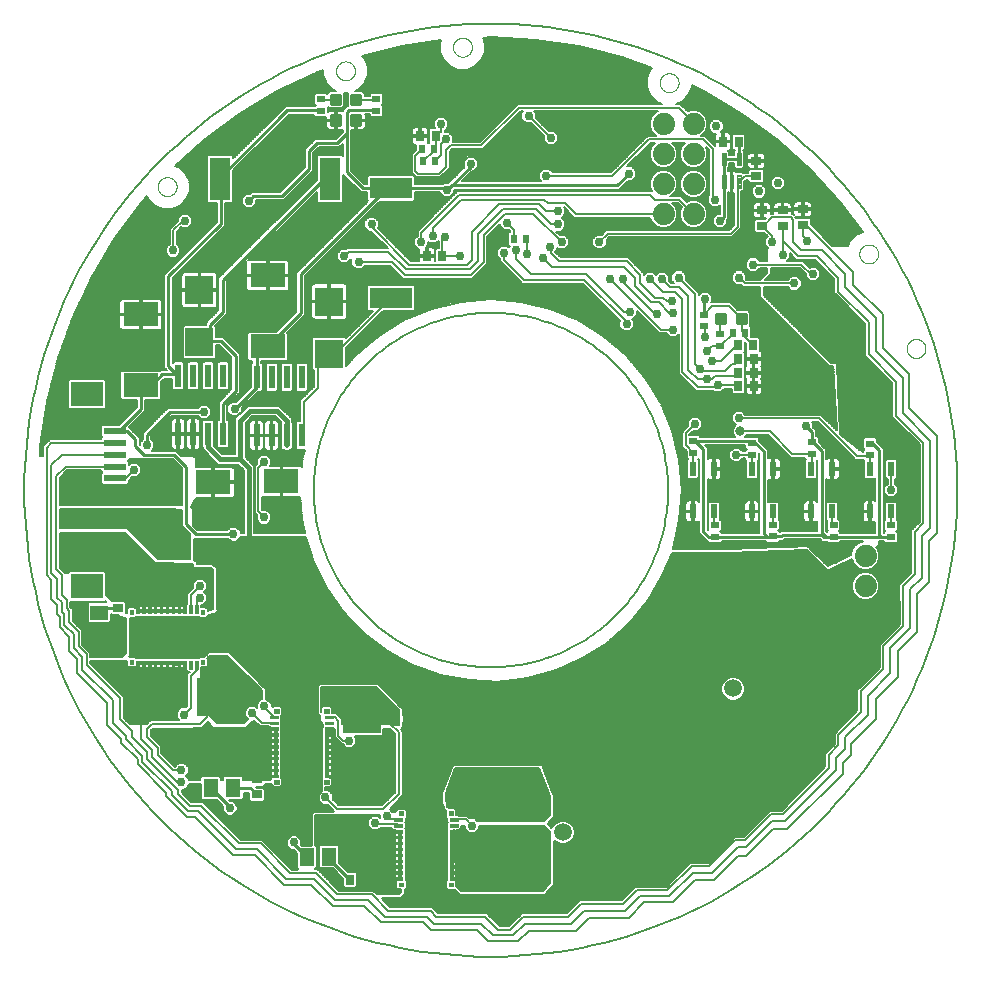
<source format=gtl>
G75*
%MOIN*%
%OFA0B0*%
%FSLAX25Y25*%
%IPPOS*%
%LPD*%
%AMOC8*
5,1,8,0,0,1.08239X$1,22.5*
%
%ADD10C,0.00600*%
%ADD11C,0.00000*%
%ADD12R,0.02200X0.07800*%
%ADD13R,0.11811X0.07874*%
%ADD14R,0.02756X0.03543*%
%ADD15R,0.03543X0.02756*%
%ADD16R,0.09449X0.09449*%
%ADD17C,0.01181*%
%ADD18R,0.02362X0.04724*%
%ADD19R,0.02756X0.02362*%
%ADD20R,0.12598X0.07087*%
%ADD21R,0.02362X0.02756*%
%ADD22R,0.05118X0.05906*%
%ADD23R,0.05906X0.05118*%
%ADD24R,0.07087X0.12598*%
%ADD25R,0.14173X0.07087*%
%ADD26R,0.07087X0.14173*%
%ADD27R,0.01477X0.15356*%
%ADD28R,0.01273X0.15380*%
%ADD29C,0.00650*%
%ADD30C,0.00148*%
%ADD31C,0.00221*%
%ADD32R,0.15356X0.01477*%
%ADD33R,0.15380X0.01273*%
%ADD34C,0.05937*%
%ADD35R,0.07480X0.02362*%
%ADD36R,0.11024X0.08268*%
%ADD37C,0.00394*%
%ADD38C,0.07400*%
%ADD39C,0.01200*%
%ADD40C,0.01000*%
%ADD41C,0.02978*%
%ADD42C,0.01600*%
%ADD43C,0.03175*%
D10*
X0096182Y0071772D02*
X0105631Y0062324D01*
X0105631Y0061143D01*
X0112520Y0054253D01*
X0115276Y0054253D01*
X0128072Y0041457D01*
X0135158Y0041457D01*
X0145001Y0031615D01*
X0154056Y0031615D01*
X0161143Y0024528D01*
X0171772Y0024528D01*
X0177284Y0019017D01*
X0191457Y0019017D01*
X0193820Y0016654D01*
X0209174Y0016654D01*
X0213111Y0012717D01*
X0222954Y0012717D01*
X0226497Y0016261D01*
X0242245Y0016261D01*
X0246576Y0020591D01*
X0259961Y0020591D01*
X0265080Y0025709D01*
X0274528Y0025709D01*
X0282009Y0033190D01*
X0288308Y0033190D01*
X0296182Y0041064D01*
X0298938Y0041064D01*
X0307993Y0050119D01*
X0312717Y0050119D01*
X0331221Y0068623D01*
X0331221Y0072166D01*
X0333977Y0074922D01*
X0333977Y0078465D01*
X0342245Y0086733D01*
X0342245Y0093426D01*
X0349725Y0100906D01*
X0349725Y0109568D01*
X0356024Y0115867D01*
X0356024Y0128465D01*
X0359961Y0132402D01*
X0359961Y0146182D01*
X0362717Y0148938D01*
X0362717Y0181221D01*
X0353269Y0190670D01*
X0353269Y0201694D01*
X0344607Y0210355D01*
X0344607Y0221772D01*
X0334765Y0231615D01*
X0334765Y0235946D01*
X0319109Y0251602D01*
X0317850Y0251602D01*
X0317850Y0247743D01*
X0319410Y0246182D01*
X0317442Y0243032D02*
X0324135Y0243032D01*
X0332009Y0235158D01*
X0332009Y0230828D01*
X0342245Y0220591D01*
X0342245Y0209568D01*
X0351300Y0200513D01*
X0351300Y0188702D01*
X0360355Y0179646D01*
X0360355Y0150513D01*
X0357599Y0147757D01*
X0357599Y0133977D01*
X0353662Y0130040D01*
X0353662Y0117048D01*
X0346969Y0110355D01*
X0346969Y0102087D01*
X0339489Y0094607D01*
X0339489Y0088308D01*
X0332009Y0080828D01*
X0332009Y0076891D01*
X0328859Y0073741D01*
X0328859Y0069804D01*
X0311930Y0052875D01*
X0307599Y0052875D01*
X0298938Y0044213D01*
X0296182Y0044213D01*
X0287520Y0035552D01*
X0281221Y0035552D01*
X0273347Y0027678D01*
X0263505Y0027678D01*
X0258780Y0022954D01*
X0245001Y0022954D01*
X0240670Y0018623D01*
X0225316Y0018623D01*
X0221379Y0014686D01*
X0214686Y0014686D01*
X0210749Y0018623D01*
X0195001Y0018623D01*
X0192639Y0020985D01*
X0178465Y0020985D01*
X0172954Y0026497D01*
X0161930Y0026497D01*
X0154843Y0033583D01*
X0145788Y0033583D01*
X0135946Y0043426D01*
X0128859Y0043426D01*
X0116261Y0056024D01*
X0113111Y0056024D01*
X0107599Y0061536D01*
X0107599Y0062717D01*
X0097757Y0072560D01*
X0097757Y0074528D01*
X0092245Y0080040D01*
X0092245Y0081221D01*
X0087914Y0085552D01*
X0087914Y0093032D01*
X0077678Y0103269D01*
X0077678Y0107599D01*
X0074922Y0110355D01*
X0074922Y0115080D01*
X0071772Y0118229D01*
X0071772Y0121772D01*
X0070985Y0122560D01*
X0070985Y0125709D01*
X0069410Y0127284D01*
X0069410Y0133583D01*
X0067442Y0135552D01*
X0067442Y0171379D01*
X0070985Y0174922D01*
X0088583Y0174922D01*
X0088583Y0170985D02*
X0072166Y0170985D01*
X0069017Y0167835D01*
X0069017Y0136733D01*
X0070985Y0134765D01*
X0070985Y0128072D01*
X0072560Y0126497D01*
X0072560Y0123741D01*
X0073347Y0122954D01*
X0073347Y0119017D01*
X0076497Y0115867D01*
X0076497Y0111143D01*
X0079253Y0108387D01*
X0079253Y0104843D01*
X0090276Y0093820D01*
X0090276Y0086733D01*
X0094213Y0082796D01*
X0094213Y0080828D01*
X0099331Y0075709D01*
X0099331Y0073347D01*
X0109568Y0063111D01*
X0109568Y0061930D01*
X0113505Y0057993D01*
X0117442Y0057993D01*
X0130040Y0045394D01*
X0137127Y0045394D01*
X0146969Y0035552D01*
X0155631Y0035552D01*
X0162717Y0028465D01*
X0174135Y0028465D01*
X0179646Y0022954D01*
X0193820Y0022954D01*
X0195788Y0020985D01*
X0211930Y0020985D01*
X0216261Y0016654D01*
X0220198Y0016654D01*
X0224528Y0020985D01*
X0239489Y0020985D01*
X0243820Y0025316D01*
X0257993Y0025316D01*
X0262520Y0029843D01*
X0272757Y0029843D01*
X0280828Y0037914D01*
X0286733Y0037914D01*
X0295394Y0046576D01*
X0298544Y0046576D01*
X0307206Y0055237D01*
X0311143Y0055237D01*
X0326497Y0070591D01*
X0326497Y0074922D01*
X0329646Y0078072D01*
X0329646Y0081615D01*
X0337127Y0089095D01*
X0337127Y0096182D01*
X0344607Y0103662D01*
X0344607Y0111143D01*
X0351300Y0117835D01*
X0351300Y0131221D01*
X0355237Y0135158D01*
X0355237Y0149331D01*
X0357993Y0152087D01*
X0357993Y0178859D01*
X0348938Y0187914D01*
X0348938Y0199331D01*
X0339883Y0208387D01*
X0339883Y0219017D01*
X0329646Y0229253D01*
X0329646Y0233977D01*
X0322560Y0241064D01*
X0316261Y0241064D01*
X0311129Y0246195D01*
X0311129Y0241471D01*
X0311143Y0241457D01*
X0313531Y0241294D02*
X0314334Y0241294D01*
X0313735Y0241892D02*
X0313531Y0241892D01*
X0313531Y0242096D02*
X0315764Y0239864D01*
X0322063Y0239864D01*
X0328446Y0233480D01*
X0328446Y0228756D01*
X0329149Y0228053D01*
X0338683Y0218519D01*
X0338683Y0207890D01*
X0339386Y0207187D01*
X0347738Y0198834D01*
X0347738Y0187417D01*
X0356793Y0178362D01*
X0356793Y0152584D01*
X0354740Y0150531D01*
X0354037Y0149829D01*
X0354037Y0135655D01*
X0350803Y0132421D01*
X0350100Y0131718D01*
X0350100Y0118332D01*
X0343407Y0111640D01*
X0343407Y0104159D01*
X0336630Y0097382D01*
X0336630Y0097382D01*
X0335927Y0096679D01*
X0335927Y0095394D01*
X0332009Y0095394D01*
X0325316Y0102087D01*
X0325316Y0135946D01*
X0334208Y0140198D01*
X0334208Y0140196D01*
X0334908Y0138505D01*
X0336202Y0137211D01*
X0337893Y0136511D01*
X0339723Y0136511D01*
X0341414Y0137211D01*
X0342708Y0138505D01*
X0343408Y0140196D01*
X0343408Y0142026D01*
X0342708Y0143717D01*
X0342338Y0144087D01*
X0343426Y0144607D01*
X0343426Y0146030D01*
X0344947Y0146030D01*
X0344947Y0145876D01*
X0345474Y0145349D01*
X0348976Y0145349D01*
X0349503Y0145876D01*
X0349503Y0148984D01*
X0349089Y0149398D01*
X0349503Y0149813D01*
X0349503Y0152921D01*
X0349289Y0153135D01*
X0349444Y0153289D01*
X0349444Y0158759D01*
X0348917Y0159287D01*
X0345809Y0159287D01*
X0345282Y0158759D01*
X0345282Y0153289D01*
X0345299Y0153272D01*
X0344947Y0152921D01*
X0344947Y0149813D01*
X0345362Y0149398D01*
X0344947Y0148984D01*
X0344947Y0148830D01*
X0344826Y0148830D01*
X0344826Y0177077D01*
X0344006Y0177897D01*
X0342574Y0179329D01*
X0342574Y0180204D01*
X0342047Y0180731D01*
X0338545Y0180731D01*
X0338018Y0180204D01*
X0338018Y0177096D01*
X0338433Y0176682D01*
X0338018Y0176267D01*
X0338018Y0175728D01*
X0337905Y0175728D01*
X0331010Y0181161D01*
X0330428Y0181744D01*
X0329253Y0205631D01*
X0327284Y0205631D01*
X0304843Y0228072D01*
X0304843Y0230809D01*
X0312901Y0230809D01*
X0314090Y0229620D01*
X0316069Y0229620D01*
X0317468Y0231019D01*
X0317468Y0232998D01*
X0316069Y0234398D01*
X0314090Y0234398D01*
X0312901Y0233209D01*
X0305256Y0233209D01*
X0307206Y0235158D01*
X0307206Y0237108D01*
X0316945Y0237108D01*
X0318990Y0235063D01*
X0318990Y0234169D01*
X0320389Y0232769D01*
X0322368Y0232769D01*
X0323768Y0234169D01*
X0323768Y0236148D01*
X0322368Y0237547D01*
X0320389Y0237547D01*
X0320144Y0237302D01*
X0317939Y0239508D01*
X0312571Y0239508D01*
X0313531Y0240468D01*
X0313531Y0242096D01*
X0313531Y0240695D02*
X0314932Y0240695D01*
X0315531Y0240097D02*
X0313160Y0240097D01*
X0317442Y0238308D02*
X0320591Y0235158D01*
X0321379Y0235158D01*
X0323112Y0233513D02*
X0328414Y0233513D01*
X0328446Y0232914D02*
X0322513Y0232914D01*
X0323710Y0234111D02*
X0327815Y0234111D01*
X0327217Y0234710D02*
X0323768Y0234710D01*
X0323768Y0235308D02*
X0326618Y0235308D01*
X0326020Y0235907D02*
X0323768Y0235907D01*
X0323410Y0236505D02*
X0325421Y0236505D01*
X0324823Y0237104D02*
X0322812Y0237104D01*
X0323626Y0238301D02*
X0319146Y0238301D01*
X0319744Y0237703D02*
X0324224Y0237703D01*
X0323027Y0238900D02*
X0318547Y0238900D01*
X0317949Y0239498D02*
X0322429Y0239498D01*
X0317442Y0238308D02*
X0301300Y0238308D01*
X0298911Y0238301D02*
X0262059Y0238301D01*
X0262658Y0237703D02*
X0298911Y0237703D01*
X0298911Y0237318D02*
X0300310Y0235919D01*
X0302290Y0235919D01*
X0303479Y0237108D01*
X0306006Y0237108D01*
X0306006Y0235655D01*
X0304346Y0233996D01*
X0303643Y0233293D01*
X0303643Y0233209D01*
X0299041Y0233209D01*
X0298965Y0233285D01*
X0298965Y0234967D01*
X0297565Y0236366D01*
X0295586Y0236366D01*
X0294187Y0234967D01*
X0294187Y0232988D01*
X0295586Y0231588D01*
X0297268Y0231588D01*
X0297344Y0231512D01*
X0298047Y0230809D01*
X0303643Y0230809D01*
X0303643Y0227575D01*
X0326084Y0205134D01*
X0326787Y0204431D01*
X0328110Y0204431D01*
X0329164Y0183007D01*
X0323844Y0188327D01*
X0298754Y0188327D01*
X0297565Y0189516D01*
X0295586Y0189516D01*
X0294187Y0188116D01*
X0294187Y0186137D01*
X0295490Y0184834D01*
X0294861Y0184205D01*
X0294482Y0183291D01*
X0294482Y0182301D01*
X0294861Y0181387D01*
X0295410Y0180838D01*
X0283716Y0180838D01*
X0283716Y0180992D01*
X0283189Y0181519D01*
X0280066Y0181519D01*
X0281317Y0182769D01*
X0282998Y0182769D01*
X0284398Y0184169D01*
X0284398Y0186148D01*
X0282998Y0187547D01*
X0281019Y0187547D01*
X0279620Y0186148D01*
X0279620Y0184466D01*
X0278362Y0183209D01*
X0277659Y0182506D01*
X0277659Y0177582D01*
X0278362Y0176880D01*
X0279160Y0176082D01*
X0279160Y0173947D01*
X0279657Y0173450D01*
X0279140Y0172933D01*
X0279140Y0167463D01*
X0279667Y0166935D01*
X0282775Y0166935D01*
X0283302Y0167463D01*
X0283302Y0172933D01*
X0282815Y0173420D01*
X0283189Y0173420D01*
X0283365Y0173596D01*
X0283365Y0159263D01*
X0283201Y0159427D01*
X0282904Y0159598D01*
X0282574Y0159687D01*
X0281512Y0159687D01*
X0281512Y0156315D01*
X0280931Y0156315D01*
X0280931Y0159687D01*
X0279869Y0159687D01*
X0279538Y0159598D01*
X0279242Y0159427D01*
X0279000Y0159185D01*
X0278829Y0158888D01*
X0278740Y0158558D01*
X0278740Y0156315D01*
X0280931Y0156315D01*
X0280931Y0155734D01*
X0281512Y0155734D01*
X0281512Y0152362D01*
X0282574Y0152362D01*
X0282904Y0152451D01*
X0283201Y0152622D01*
X0283365Y0152786D01*
X0283365Y0148752D01*
X0284185Y0147931D01*
X0286080Y0146036D01*
X0286245Y0146036D01*
X0286245Y0145882D01*
X0286772Y0145355D01*
X0290274Y0145355D01*
X0290801Y0145882D01*
X0290801Y0146036D01*
X0305710Y0146036D01*
X0306106Y0145640D01*
X0309607Y0145640D01*
X0310135Y0146167D01*
X0310135Y0146321D01*
X0311293Y0146321D01*
X0311722Y0146750D01*
X0323555Y0146750D01*
X0324342Y0145963D01*
X0325853Y0145963D01*
X0325853Y0145876D01*
X0326380Y0145349D01*
X0329881Y0145349D01*
X0330409Y0145876D01*
X0330409Y0146030D01*
X0337902Y0146030D01*
X0337637Y0145988D01*
X0336889Y0145745D01*
X0336187Y0145387D01*
X0335551Y0144925D01*
X0334994Y0144368D01*
X0334531Y0143732D01*
X0334174Y0143030D01*
X0333931Y0142282D01*
X0333808Y0141505D01*
X0333808Y0141411D01*
X0333962Y0141411D01*
X0326288Y0137741D01*
X0320399Y0143630D01*
X0320398Y0143655D01*
X0319991Y0144037D01*
X0319596Y0144432D01*
X0319571Y0144432D01*
X0319553Y0144449D01*
X0318995Y0144432D01*
X0318437Y0144432D01*
X0318419Y0144415D01*
X0293404Y0143645D01*
X0274487Y0143645D01*
X0276770Y0153153D01*
X0277554Y0163111D01*
X0276770Y0173069D01*
X0274438Y0182782D01*
X0270616Y0192010D01*
X0265396Y0200527D01*
X0258909Y0208122D01*
X0251314Y0214609D01*
X0242797Y0219828D01*
X0233569Y0223651D01*
X0223856Y0225982D01*
X0213898Y0226766D01*
X0203941Y0225982D01*
X0203941Y0225982D01*
X0194228Y0223651D01*
X0194228Y0223651D01*
X0185000Y0219828D01*
X0185000Y0219828D01*
X0176483Y0214609D01*
X0176483Y0214609D01*
X0168887Y0208122D01*
X0165668Y0204352D01*
X0165668Y0210383D01*
X0177973Y0222688D01*
X0188122Y0222688D01*
X0188650Y0223215D01*
X0188650Y0231048D01*
X0188122Y0231575D01*
X0173204Y0231575D01*
X0172676Y0231048D01*
X0172676Y0223215D01*
X0173204Y0222688D01*
X0174579Y0222688D01*
X0165662Y0213772D01*
X0165141Y0214294D01*
X0154946Y0214294D01*
X0154419Y0213766D01*
X0154419Y0203572D01*
X0154946Y0203045D01*
X0155098Y0203045D01*
X0155098Y0197808D01*
X0150298Y0193008D01*
X0150298Y0186176D01*
X0149330Y0186176D01*
X0148803Y0185648D01*
X0148803Y0177103D01*
X0149330Y0176576D01*
X0151869Y0176576D01*
X0151027Y0173069D01*
X0151027Y0173069D01*
X0150861Y0170959D01*
X0150797Y0171022D01*
X0150501Y0171193D01*
X0150170Y0171282D01*
X0144394Y0171282D01*
X0144394Y0166345D01*
X0143794Y0166345D01*
X0143794Y0171282D01*
X0140408Y0171282D01*
X0140697Y0171570D01*
X0140697Y0173549D01*
X0139297Y0174949D01*
X0137318Y0174949D01*
X0135919Y0173549D01*
X0135919Y0171868D01*
X0135842Y0171791D01*
X0135139Y0171088D01*
X0135139Y0155527D01*
X0135842Y0154824D01*
X0135919Y0154748D01*
X0135919Y0153066D01*
X0137318Y0151667D01*
X0139297Y0151667D01*
X0140697Y0153066D01*
X0140697Y0155045D01*
X0139297Y0156445D01*
X0137616Y0156445D01*
X0137539Y0156521D01*
X0137539Y0160981D01*
X0137686Y0160896D01*
X0138017Y0160808D01*
X0143794Y0160808D01*
X0143794Y0165745D01*
X0144394Y0165745D01*
X0144394Y0160808D01*
X0150170Y0160808D01*
X0150419Y0160875D01*
X0151027Y0153153D01*
X0152081Y0148763D01*
X0134890Y0148763D01*
X0134890Y0171295D01*
X0132134Y0174051D01*
X0132134Y0185635D01*
X0134288Y0187789D01*
X0141934Y0187789D01*
X0143939Y0185784D01*
X0143803Y0185648D01*
X0143803Y0177103D01*
X0144330Y0176576D01*
X0144799Y0176576D01*
X0145182Y0176193D01*
X0146424Y0176193D01*
X0146807Y0176576D01*
X0147276Y0176576D01*
X0147803Y0177103D01*
X0147803Y0185648D01*
X0147503Y0185948D01*
X0147503Y0187029D01*
X0143343Y0191189D01*
X0132879Y0191189D01*
X0131883Y0190193D01*
X0129730Y0188039D01*
X0129730Y0188039D01*
X0128734Y0187044D01*
X0128734Y0175047D01*
X0124445Y0175047D01*
X0121668Y0177824D01*
X0121668Y0186111D01*
X0121141Y0186639D01*
X0118196Y0186639D01*
X0117669Y0186111D01*
X0117669Y0177566D01*
X0117969Y0177266D01*
X0117969Y0176716D01*
X0122041Y0172643D01*
X0123037Y0171647D01*
X0129730Y0171647D01*
X0131490Y0169887D01*
X0131490Y0148763D01*
X0130461Y0148763D01*
X0130461Y0149534D01*
X0129061Y0150933D01*
X0127082Y0150933D01*
X0126093Y0149944D01*
X0116053Y0149944D01*
X0114705Y0151292D01*
X0114705Y0156383D01*
X0114732Y0156844D01*
X0114705Y0156874D01*
X0114705Y0156915D01*
X0114378Y0157242D01*
X0114071Y0157587D01*
X0114031Y0157589D01*
X0114002Y0157618D01*
X0113914Y0157618D01*
X0113915Y0157670D01*
X0115254Y0160014D01*
X0115492Y0160252D01*
X0115492Y0160430D01*
X0115519Y0160476D01*
X0121065Y0160476D01*
X0121065Y0165413D01*
X0121665Y0165413D01*
X0121665Y0166013D01*
X0128570Y0166013D01*
X0128570Y0169822D01*
X0128481Y0170152D01*
X0128310Y0170449D01*
X0128068Y0170691D01*
X0127772Y0170862D01*
X0127441Y0170950D01*
X0121665Y0170950D01*
X0121665Y0166013D01*
X0121065Y0166013D01*
X0121065Y0170950D01*
X0115492Y0170950D01*
X0115492Y0173844D01*
X0114789Y0174547D01*
X0110741Y0174547D01*
X0108967Y0176322D01*
X0100960Y0176322D01*
X0101720Y0177082D01*
X0101720Y0179061D01*
X0100731Y0180050D01*
X0100731Y0181035D01*
X0107392Y0187695D01*
X0116251Y0187695D01*
X0117240Y0186706D01*
X0119219Y0186706D01*
X0120618Y0188106D01*
X0120618Y0190085D01*
X0119219Y0191484D01*
X0117240Y0191484D01*
X0116251Y0190495D01*
X0106232Y0190495D01*
X0105412Y0189675D01*
X0097931Y0182195D01*
X0097931Y0180050D01*
X0096943Y0179061D01*
X0096943Y0178110D01*
X0096794Y0178258D01*
X0096794Y0180620D01*
X0095974Y0181440D01*
X0093241Y0184174D01*
X0098636Y0189570D01*
X0098636Y0193235D01*
X0103515Y0193235D01*
X0104042Y0193763D01*
X0104042Y0199306D01*
X0105030Y0200294D01*
X0107669Y0200294D01*
X0107669Y0196966D01*
X0108196Y0196439D01*
X0111141Y0196439D01*
X0111668Y0196966D01*
X0111668Y0205511D01*
X0111141Y0206039D01*
X0108196Y0206039D01*
X0107818Y0205661D01*
X0107818Y0233791D01*
X0125298Y0251271D01*
X0125298Y0258868D01*
X0127584Y0258868D01*
X0128111Y0259395D01*
X0128111Y0269744D01*
X0146678Y0288311D01*
X0155083Y0288311D01*
X0155083Y0287908D01*
X0155611Y0287381D01*
X0158941Y0287381D01*
X0158941Y0286619D01*
X0161909Y0286619D01*
X0161909Y0286019D01*
X0158941Y0286019D01*
X0158941Y0284692D01*
X0159070Y0284211D01*
X0159319Y0283780D01*
X0159671Y0283428D01*
X0160102Y0283179D01*
X0160583Y0283050D01*
X0161909Y0283050D01*
X0161909Y0286019D01*
X0162509Y0286019D01*
X0162509Y0283050D01*
X0163836Y0283050D01*
X0164317Y0283179D01*
X0164467Y0283266D01*
X0164467Y0282589D01*
X0162137Y0280259D01*
X0155445Y0280259D01*
X0154624Y0279439D01*
X0151869Y0276683D01*
X0151869Y0270778D01*
X0143633Y0262543D01*
X0134185Y0262543D01*
X0133599Y0261957D01*
X0132200Y0261957D01*
X0130801Y0260557D01*
X0130801Y0258578D01*
X0132200Y0257179D01*
X0134179Y0257179D01*
X0135579Y0258578D01*
X0135579Y0259743D01*
X0144793Y0259743D01*
X0153848Y0268798D01*
X0154668Y0269618D01*
X0154668Y0275523D01*
X0156604Y0277459D01*
X0163297Y0277459D01*
X0164467Y0278629D01*
X0164467Y0274572D01*
X0164198Y0274841D01*
X0156366Y0274841D01*
X0155839Y0274314D01*
X0155839Y0266631D01*
X0123919Y0234711D01*
X0123098Y0233891D01*
X0123098Y0223091D01*
X0119719Y0219711D01*
X0118898Y0218891D01*
X0118898Y0218050D01*
X0111663Y0218050D01*
X0111136Y0217522D01*
X0111136Y0207328D01*
X0111663Y0206801D01*
X0121858Y0206801D01*
X0122385Y0207328D01*
X0122385Y0211511D01*
X0123361Y0211511D01*
X0127459Y0207413D01*
X0127459Y0196762D01*
X0123269Y0192571D01*
X0123269Y0186639D01*
X0123196Y0186639D01*
X0122669Y0186111D01*
X0122669Y0177566D01*
X0123196Y0177039D01*
X0126141Y0177039D01*
X0126668Y0177566D01*
X0126668Y0186111D01*
X0126141Y0186639D01*
X0126068Y0186639D01*
X0126068Y0191411D01*
X0129439Y0194782D01*
X0130259Y0195602D01*
X0130259Y0208573D01*
X0124521Y0214311D01*
X0122385Y0214311D01*
X0122385Y0217522D01*
X0121937Y0217970D01*
X0125898Y0221931D01*
X0125898Y0232731D01*
X0132552Y0239384D01*
X0132404Y0239128D01*
X0132315Y0238797D01*
X0132315Y0234989D01*
X0139220Y0234989D01*
X0139220Y0234389D01*
X0132315Y0234389D01*
X0132315Y0230581D01*
X0132404Y0230250D01*
X0132575Y0229954D01*
X0132817Y0229712D01*
X0133113Y0229541D01*
X0133444Y0229452D01*
X0139220Y0229452D01*
X0139220Y0234389D01*
X0139820Y0234389D01*
X0139820Y0229452D01*
X0145597Y0229452D01*
X0145928Y0229541D01*
X0146224Y0229712D01*
X0146466Y0229954D01*
X0146637Y0230250D01*
X0146726Y0230581D01*
X0146726Y0234389D01*
X0139821Y0234389D01*
X0139821Y0234989D01*
X0146726Y0234989D01*
X0146726Y0238797D01*
X0146637Y0239128D01*
X0146466Y0239424D01*
X0146224Y0239666D01*
X0145928Y0239837D01*
X0145597Y0239926D01*
X0139820Y0239926D01*
X0139820Y0234989D01*
X0139220Y0234989D01*
X0139220Y0239926D01*
X0133444Y0239926D01*
X0133113Y0239837D01*
X0132856Y0239689D01*
X0155839Y0262671D01*
X0155839Y0259395D01*
X0156366Y0258868D01*
X0164198Y0258868D01*
X0164725Y0259395D01*
X0164725Y0268178D01*
X0170558Y0262346D01*
X0172676Y0262346D01*
X0172676Y0259830D01*
X0173017Y0259489D01*
X0149933Y0236405D01*
X0149113Y0235585D01*
X0149113Y0222639D01*
X0142378Y0215904D01*
X0133242Y0215904D01*
X0132715Y0215377D01*
X0132715Y0206757D01*
X0133242Y0206230D01*
X0134403Y0206230D01*
X0134403Y0205576D01*
X0134330Y0205576D01*
X0133803Y0205048D01*
X0133803Y0197594D01*
X0128874Y0192665D01*
X0127476Y0192665D01*
X0126076Y0191266D01*
X0126076Y0189287D01*
X0127476Y0187887D01*
X0129455Y0187887D01*
X0130854Y0189287D01*
X0130854Y0190685D01*
X0136144Y0195976D01*
X0137276Y0195976D01*
X0137803Y0196503D01*
X0137803Y0205048D01*
X0137276Y0205576D01*
X0137203Y0205576D01*
X0137203Y0206230D01*
X0145799Y0206230D01*
X0146326Y0206757D01*
X0146326Y0215377D01*
X0146068Y0215635D01*
X0151092Y0220659D01*
X0151913Y0221479D01*
X0151913Y0234426D01*
X0176789Y0259302D01*
X0188122Y0259302D01*
X0188650Y0259830D01*
X0188650Y0262346D01*
X0196943Y0262346D01*
X0196943Y0262121D01*
X0198342Y0260722D01*
X0200321Y0260722D01*
X0201720Y0262121D01*
X0201720Y0263286D01*
X0256604Y0263286D01*
X0259552Y0266234D01*
X0260951Y0266234D01*
X0262350Y0267633D01*
X0262350Y0269612D01*
X0260951Y0271012D01*
X0259323Y0271012D01*
X0267151Y0278840D01*
X0268634Y0278840D01*
X0267597Y0277803D01*
X0266114Y0277803D01*
X0266712Y0278401D02*
X0268195Y0278401D01*
X0267597Y0277803D02*
X0266897Y0276113D01*
X0266897Y0274283D01*
X0267597Y0272592D01*
X0268891Y0271298D01*
X0270582Y0270598D01*
X0272412Y0270598D01*
X0274103Y0271298D01*
X0275397Y0272592D01*
X0276097Y0274283D01*
X0276097Y0276113D01*
X0275397Y0277803D01*
X0277597Y0277803D01*
X0276897Y0276113D01*
X0276897Y0274283D01*
X0277597Y0272592D01*
X0278891Y0271298D01*
X0280582Y0270598D01*
X0282412Y0270598D01*
X0284103Y0271298D01*
X0285397Y0272592D01*
X0286097Y0274283D01*
X0286097Y0276113D01*
X0285462Y0277646D01*
X0286714Y0276393D01*
X0286714Y0261353D01*
X0286313Y0260951D01*
X0286313Y0258972D01*
X0287712Y0257572D01*
X0289691Y0257572D01*
X0290151Y0258033D01*
X0290151Y0255264D01*
X0289287Y0255264D01*
X0287887Y0253864D01*
X0287887Y0251885D01*
X0289287Y0250486D01*
X0291266Y0250486D01*
X0292665Y0251885D01*
X0292665Y0253284D01*
X0292951Y0253570D01*
X0292951Y0262391D01*
X0293323Y0262291D01*
X0294017Y0262291D01*
X0294017Y0265840D01*
X0294204Y0265840D01*
X0294204Y0262291D01*
X0294898Y0262291D01*
X0294982Y0262314D01*
X0294982Y0251403D01*
X0293323Y0249744D01*
X0252378Y0249744D01*
X0251675Y0249041D01*
X0250811Y0248177D01*
X0249129Y0248177D01*
X0247730Y0246778D01*
X0247730Y0244799D01*
X0249129Y0243399D01*
X0251108Y0243399D01*
X0252508Y0244799D01*
X0252508Y0246480D01*
X0253372Y0247344D01*
X0294317Y0247344D01*
X0295020Y0248047D01*
X0296679Y0249706D01*
X0297382Y0250409D01*
X0297382Y0262691D01*
X0297714Y0262691D01*
X0298357Y0263334D01*
X0298357Y0265924D01*
X0298989Y0266557D01*
X0299691Y0266557D01*
X0299691Y0266006D01*
X0300219Y0265479D01*
X0304507Y0265479D01*
X0305035Y0266006D01*
X0305035Y0269507D01*
X0304507Y0270035D01*
X0300219Y0270035D01*
X0299691Y0269507D01*
X0299691Y0268957D01*
X0297995Y0268957D01*
X0297964Y0268926D01*
X0297714Y0269176D01*
X0295721Y0269176D01*
X0295620Y0269277D01*
X0295279Y0269474D01*
X0294898Y0269576D01*
X0294204Y0269576D01*
X0294204Y0266028D01*
X0294017Y0266028D01*
X0294017Y0269576D01*
X0293323Y0269576D01*
X0292951Y0269477D01*
X0292951Y0270605D01*
X0293239Y0270893D01*
X0293239Y0272093D01*
X0294982Y0272093D01*
X0294982Y0270893D01*
X0295624Y0270250D01*
X0297714Y0270250D01*
X0298357Y0270893D01*
X0298357Y0276093D01*
X0298069Y0276380D01*
X0298069Y0276660D01*
X0298248Y0276660D01*
X0298775Y0277187D01*
X0298775Y0281476D01*
X0298248Y0282003D01*
X0294746Y0282003D01*
X0294219Y0281476D01*
X0294219Y0277187D01*
X0294746Y0276660D01*
X0295269Y0276660D01*
X0295269Y0276380D01*
X0294982Y0276093D01*
X0294982Y0274893D01*
X0293239Y0274893D01*
X0293239Y0276093D01*
X0293041Y0276290D01*
X0293258Y0276348D01*
X0293555Y0276520D01*
X0293797Y0276762D01*
X0293968Y0277058D01*
X0294057Y0277389D01*
X0294057Y0279032D01*
X0291679Y0279032D01*
X0291679Y0279631D01*
X0294057Y0279631D01*
X0294057Y0281274D01*
X0293968Y0281605D01*
X0293797Y0281901D01*
X0293555Y0282143D01*
X0293258Y0282315D01*
X0292928Y0282403D01*
X0291679Y0282403D01*
X0291679Y0279632D01*
X0291079Y0279632D01*
X0291079Y0282403D01*
X0290506Y0282403D01*
X0291484Y0283381D01*
X0291484Y0285360D01*
X0290085Y0286760D01*
X0288106Y0286760D01*
X0286706Y0285360D01*
X0286706Y0283381D01*
X0288106Y0281982D01*
X0289041Y0281982D01*
X0288961Y0281901D01*
X0288789Y0281605D01*
X0288701Y0281274D01*
X0288701Y0279631D01*
X0291079Y0279631D01*
X0291079Y0279032D01*
X0288701Y0279032D01*
X0288701Y0277801D01*
X0288411Y0278091D01*
X0285262Y0281240D01*
X0283963Y0281240D01*
X0284103Y0281298D01*
X0285397Y0282592D01*
X0286097Y0284283D01*
X0286097Y0286113D01*
X0285397Y0287803D01*
X0284103Y0289097D01*
X0282412Y0289798D01*
X0280582Y0289798D01*
X0279510Y0289354D01*
X0276994Y0291870D01*
X0275751Y0291870D01*
X0277567Y0292622D01*
X0279663Y0294718D01*
X0280797Y0297456D01*
X0280797Y0298209D01*
X0285038Y0296203D01*
X0297741Y0288590D01*
X0309636Y0279767D01*
X0320609Y0269822D01*
X0330555Y0258848D01*
X0337816Y0249058D01*
X0335663Y0248167D01*
X0333567Y0246071D01*
X0332969Y0244626D01*
X0327781Y0244626D01*
X0320521Y0251886D01*
X0320521Y0253352D01*
X0319994Y0253880D01*
X0315772Y0253880D01*
X0315446Y0254206D01*
X0315576Y0254130D01*
X0315907Y0254042D01*
X0317550Y0254042D01*
X0317550Y0256420D01*
X0318150Y0256420D01*
X0318150Y0257020D01*
X0317550Y0257020D01*
X0317550Y0259398D01*
X0315907Y0259398D01*
X0315576Y0259309D01*
X0315280Y0259138D01*
X0315038Y0258896D01*
X0314867Y0258599D01*
X0314778Y0258269D01*
X0314778Y0257020D01*
X0317550Y0257020D01*
X0317550Y0256420D01*
X0314778Y0256420D01*
X0314778Y0255171D01*
X0314867Y0254840D01*
X0314942Y0254709D01*
X0314395Y0255256D01*
X0314201Y0255256D01*
X0314201Y0256099D01*
X0311429Y0256099D01*
X0311429Y0256699D01*
X0314201Y0256699D01*
X0314201Y0257948D01*
X0314112Y0258279D01*
X0313941Y0258575D01*
X0313699Y0258817D01*
X0313403Y0258989D01*
X0313072Y0259077D01*
X0311429Y0259077D01*
X0311429Y0256699D01*
X0310829Y0256699D01*
X0310829Y0256099D01*
X0308057Y0256099D01*
X0308057Y0255256D01*
X0307344Y0255256D01*
X0307344Y0256067D01*
X0304572Y0256067D01*
X0304572Y0253689D01*
X0305535Y0253689D01*
X0305373Y0253527D01*
X0302128Y0253527D01*
X0301601Y0253000D01*
X0301601Y0249498D01*
X0302128Y0248971D01*
X0304853Y0248971D01*
X0306128Y0247696D01*
X0305210Y0246778D01*
X0305210Y0244799D01*
X0306243Y0243766D01*
X0306006Y0243529D01*
X0306006Y0239508D01*
X0303479Y0239508D01*
X0302290Y0240697D01*
X0300310Y0240697D01*
X0298911Y0239297D01*
X0298911Y0237318D01*
X0299125Y0237104D02*
X0263256Y0237104D01*
X0263855Y0236505D02*
X0299724Y0236505D01*
X0298623Y0235308D02*
X0305659Y0235308D01*
X0306006Y0235907D02*
X0298024Y0235907D01*
X0298965Y0234710D02*
X0305060Y0234710D01*
X0304462Y0234111D02*
X0298965Y0234111D01*
X0298965Y0233513D02*
X0303863Y0233513D01*
X0305560Y0233513D02*
X0313205Y0233513D01*
X0313804Y0234111D02*
X0306159Y0234111D01*
X0306757Y0234710D02*
X0318990Y0234710D01*
X0319047Y0234111D02*
X0316355Y0234111D01*
X0316954Y0233513D02*
X0319646Y0233513D01*
X0320244Y0232914D02*
X0317468Y0232914D01*
X0317468Y0232316D02*
X0328446Y0232316D01*
X0328446Y0231717D02*
X0317468Y0231717D01*
X0317468Y0231119D02*
X0328446Y0231119D01*
X0328446Y0230520D02*
X0316970Y0230520D01*
X0316371Y0229922D02*
X0328446Y0229922D01*
X0328446Y0229323D02*
X0304843Y0229323D01*
X0304843Y0228725D02*
X0328477Y0228725D01*
X0329076Y0228126D02*
X0304843Y0228126D01*
X0305387Y0227528D02*
X0329674Y0227528D01*
X0330273Y0226929D02*
X0305986Y0226929D01*
X0306584Y0226331D02*
X0330871Y0226331D01*
X0331470Y0225732D02*
X0307183Y0225732D01*
X0307781Y0225134D02*
X0332068Y0225134D01*
X0332667Y0224535D02*
X0308380Y0224535D01*
X0308978Y0223937D02*
X0333265Y0223937D01*
X0333864Y0223338D02*
X0309577Y0223338D01*
X0310175Y0222740D02*
X0334462Y0222740D01*
X0335061Y0222141D02*
X0310774Y0222141D01*
X0311372Y0221543D02*
X0335659Y0221543D01*
X0336258Y0220944D02*
X0311971Y0220944D01*
X0312569Y0220346D02*
X0336856Y0220346D01*
X0337455Y0219747D02*
X0313168Y0219747D01*
X0313766Y0219149D02*
X0338053Y0219149D01*
X0338652Y0218550D02*
X0314365Y0218550D01*
X0314963Y0217952D02*
X0338683Y0217952D01*
X0338683Y0217353D02*
X0315562Y0217353D01*
X0316160Y0216755D02*
X0338683Y0216755D01*
X0338683Y0216156D02*
X0316759Y0216156D01*
X0317357Y0215558D02*
X0338683Y0215558D01*
X0338683Y0214959D02*
X0317956Y0214959D01*
X0318554Y0214361D02*
X0338683Y0214361D01*
X0338683Y0213762D02*
X0319153Y0213762D01*
X0319751Y0213164D02*
X0338683Y0213164D01*
X0338683Y0212565D02*
X0320350Y0212565D01*
X0320948Y0211967D02*
X0338683Y0211967D01*
X0338683Y0211368D02*
X0321547Y0211368D01*
X0322145Y0210770D02*
X0338683Y0210770D01*
X0338683Y0210171D02*
X0322744Y0210171D01*
X0323342Y0209572D02*
X0338683Y0209572D01*
X0338683Y0208974D02*
X0323941Y0208974D01*
X0324540Y0208375D02*
X0338683Y0208375D01*
X0338795Y0207777D02*
X0325138Y0207777D01*
X0325737Y0207178D02*
X0339394Y0207178D01*
X0339992Y0206580D02*
X0326335Y0206580D01*
X0326934Y0205981D02*
X0340591Y0205981D01*
X0341189Y0205383D02*
X0329265Y0205383D01*
X0329294Y0204784D02*
X0341788Y0204784D01*
X0342386Y0204186D02*
X0329324Y0204186D01*
X0329353Y0203587D02*
X0342985Y0203587D01*
X0343583Y0202989D02*
X0329383Y0202989D01*
X0329412Y0202390D02*
X0344182Y0202390D01*
X0344780Y0201792D02*
X0329442Y0201792D01*
X0329471Y0201193D02*
X0345379Y0201193D01*
X0345977Y0200595D02*
X0329500Y0200595D01*
X0329530Y0199996D02*
X0346576Y0199996D01*
X0347174Y0199398D02*
X0329559Y0199398D01*
X0329589Y0198799D02*
X0347738Y0198799D01*
X0347738Y0198201D02*
X0329618Y0198201D01*
X0329648Y0197602D02*
X0347738Y0197602D01*
X0347738Y0197004D02*
X0329677Y0197004D01*
X0329706Y0196405D02*
X0347738Y0196405D01*
X0347738Y0195807D02*
X0329736Y0195807D01*
X0329765Y0195208D02*
X0347738Y0195208D01*
X0347738Y0194610D02*
X0329795Y0194610D01*
X0329824Y0194011D02*
X0347738Y0194011D01*
X0347738Y0193413D02*
X0329854Y0193413D01*
X0329883Y0192814D02*
X0347738Y0192814D01*
X0347738Y0192216D02*
X0329913Y0192216D01*
X0329942Y0191617D02*
X0347738Y0191617D01*
X0347738Y0191019D02*
X0329971Y0191019D01*
X0330001Y0190420D02*
X0347738Y0190420D01*
X0347738Y0189822D02*
X0330030Y0189822D01*
X0330060Y0189223D02*
X0347738Y0189223D01*
X0347738Y0188625D02*
X0330089Y0188625D01*
X0330119Y0188026D02*
X0347738Y0188026D01*
X0347738Y0187428D02*
X0330148Y0187428D01*
X0330177Y0186829D02*
X0348326Y0186829D01*
X0348924Y0186231D02*
X0330207Y0186231D01*
X0330236Y0185632D02*
X0349523Y0185632D01*
X0350121Y0185034D02*
X0330266Y0185034D01*
X0330295Y0184435D02*
X0350720Y0184435D01*
X0351318Y0183836D02*
X0330325Y0183836D01*
X0330354Y0183238D02*
X0351917Y0183238D01*
X0352515Y0182639D02*
X0330383Y0182639D01*
X0330413Y0182041D02*
X0353114Y0182041D01*
X0353712Y0181442D02*
X0330729Y0181442D01*
X0331412Y0180844D02*
X0354311Y0180844D01*
X0354909Y0180245D02*
X0342533Y0180245D01*
X0342574Y0179647D02*
X0355508Y0179647D01*
X0356107Y0179048D02*
X0342854Y0179048D01*
X0343453Y0178450D02*
X0356705Y0178450D01*
X0356793Y0177851D02*
X0344051Y0177851D01*
X0344650Y0177253D02*
X0356793Y0177253D01*
X0356793Y0176654D02*
X0344826Y0176654D01*
X0344826Y0176056D02*
X0356793Y0176056D01*
X0356793Y0175457D02*
X0344826Y0175457D01*
X0344826Y0174859D02*
X0356793Y0174859D01*
X0356793Y0174260D02*
X0344826Y0174260D01*
X0344826Y0173662D02*
X0356793Y0173662D01*
X0356793Y0173063D02*
X0349313Y0173063D01*
X0349444Y0172933D02*
X0348917Y0173460D01*
X0345809Y0173460D01*
X0345282Y0172933D01*
X0345282Y0167463D01*
X0345809Y0166935D01*
X0346163Y0166935D01*
X0346163Y0165290D01*
X0344974Y0164101D01*
X0344974Y0162121D01*
X0346373Y0160722D01*
X0348353Y0160722D01*
X0349752Y0162121D01*
X0349752Y0164101D01*
X0348563Y0165290D01*
X0348563Y0166935D01*
X0348917Y0166935D01*
X0349444Y0167463D01*
X0349444Y0172933D01*
X0349444Y0172465D02*
X0356793Y0172465D01*
X0356793Y0171866D02*
X0349444Y0171866D01*
X0349444Y0171268D02*
X0356793Y0171268D01*
X0356793Y0170669D02*
X0349444Y0170669D01*
X0349444Y0170071D02*
X0356793Y0170071D01*
X0356793Y0169472D02*
X0349444Y0169472D01*
X0349444Y0168874D02*
X0356793Y0168874D01*
X0356793Y0168275D02*
X0349444Y0168275D01*
X0349444Y0167677D02*
X0356793Y0167677D01*
X0356793Y0167078D02*
X0349060Y0167078D01*
X0348563Y0166480D02*
X0356793Y0166480D01*
X0356793Y0165881D02*
X0348563Y0165881D01*
X0348570Y0165283D02*
X0356793Y0165283D01*
X0356793Y0164684D02*
X0349168Y0164684D01*
X0349752Y0164086D02*
X0356793Y0164086D01*
X0356793Y0163487D02*
X0349752Y0163487D01*
X0349752Y0162889D02*
X0356793Y0162889D01*
X0356793Y0162290D02*
X0349752Y0162290D01*
X0349322Y0161692D02*
X0356793Y0161692D01*
X0356793Y0161093D02*
X0348724Y0161093D01*
X0347363Y0163111D02*
X0347363Y0170198D01*
X0345282Y0170071D02*
X0344826Y0170071D01*
X0344826Y0170669D02*
X0345282Y0170669D01*
X0345282Y0171268D02*
X0344826Y0171268D01*
X0344826Y0171866D02*
X0345282Y0171866D01*
X0345282Y0172465D02*
X0344826Y0172465D01*
X0344826Y0173063D02*
X0345413Y0173063D01*
X0345282Y0169472D02*
X0344826Y0169472D01*
X0344826Y0168874D02*
X0345282Y0168874D01*
X0345282Y0168275D02*
X0344826Y0168275D01*
X0344826Y0167677D02*
X0345282Y0167677D01*
X0345666Y0167078D02*
X0344826Y0167078D01*
X0344826Y0166480D02*
X0346163Y0166480D01*
X0346163Y0165881D02*
X0344826Y0165881D01*
X0344826Y0165283D02*
X0346156Y0165283D01*
X0345558Y0164684D02*
X0344826Y0164684D01*
X0344826Y0164086D02*
X0344974Y0164086D01*
X0344974Y0163487D02*
X0344826Y0163487D01*
X0344826Y0162889D02*
X0344974Y0162889D01*
X0344974Y0162290D02*
X0344826Y0162290D01*
X0344826Y0161692D02*
X0345404Y0161692D01*
X0344826Y0161093D02*
X0346002Y0161093D01*
X0344826Y0160495D02*
X0356793Y0160495D01*
X0356793Y0159896D02*
X0344826Y0159896D01*
X0344826Y0159298D02*
X0356793Y0159298D01*
X0356793Y0158699D02*
X0349444Y0158699D01*
X0349444Y0158101D02*
X0356793Y0158101D01*
X0356793Y0157502D02*
X0349444Y0157502D01*
X0349444Y0156903D02*
X0356793Y0156903D01*
X0356793Y0156305D02*
X0349444Y0156305D01*
X0349444Y0155706D02*
X0356793Y0155706D01*
X0356793Y0155108D02*
X0349444Y0155108D01*
X0349444Y0154509D02*
X0356793Y0154509D01*
X0356793Y0153911D02*
X0349444Y0153911D01*
X0349444Y0153312D02*
X0356793Y0153312D01*
X0356793Y0152714D02*
X0349503Y0152714D01*
X0349503Y0152115D02*
X0356324Y0152115D01*
X0355725Y0151517D02*
X0349503Y0151517D01*
X0349503Y0150918D02*
X0355127Y0150918D01*
X0354740Y0150531D02*
X0354740Y0150531D01*
X0354528Y0150320D02*
X0349503Y0150320D01*
X0349411Y0149721D02*
X0354037Y0149721D01*
X0354037Y0149123D02*
X0349364Y0149123D01*
X0349503Y0148524D02*
X0354037Y0148524D01*
X0354037Y0147926D02*
X0349503Y0147926D01*
X0349503Y0147327D02*
X0354037Y0147327D01*
X0354037Y0146729D02*
X0349503Y0146729D01*
X0349503Y0146130D02*
X0354037Y0146130D01*
X0354037Y0145532D02*
X0349159Y0145532D01*
X0345291Y0145532D02*
X0343426Y0145532D01*
X0343426Y0144933D02*
X0354037Y0144933D01*
X0354037Y0144335D02*
X0342857Y0144335D01*
X0342688Y0143736D02*
X0354037Y0143736D01*
X0354037Y0143138D02*
X0342947Y0143138D01*
X0343195Y0142539D02*
X0354037Y0142539D01*
X0354037Y0141941D02*
X0343408Y0141941D01*
X0343408Y0141342D02*
X0354037Y0141342D01*
X0354037Y0140744D02*
X0343408Y0140744D01*
X0343387Y0140145D02*
X0354037Y0140145D01*
X0354037Y0139547D02*
X0343139Y0139547D01*
X0342891Y0138948D02*
X0354037Y0138948D01*
X0354037Y0138350D02*
X0342552Y0138350D01*
X0341953Y0137751D02*
X0354037Y0137751D01*
X0354037Y0137153D02*
X0341272Y0137153D01*
X0339827Y0136554D02*
X0354037Y0136554D01*
X0354037Y0135956D02*
X0325336Y0135956D01*
X0325316Y0135357D02*
X0337038Y0135357D01*
X0336202Y0135011D02*
X0334908Y0133717D01*
X0334208Y0132026D01*
X0334208Y0130196D01*
X0334908Y0128505D01*
X0336202Y0127211D01*
X0337893Y0126511D01*
X0339723Y0126511D01*
X0341414Y0127211D01*
X0342708Y0128505D01*
X0343408Y0130196D01*
X0343408Y0132026D01*
X0342708Y0133717D01*
X0341414Y0135011D01*
X0339723Y0135711D01*
X0337893Y0135711D01*
X0336202Y0135011D01*
X0335950Y0134759D02*
X0325316Y0134759D01*
X0325316Y0134160D02*
X0335352Y0134160D01*
X0334844Y0133562D02*
X0325316Y0133562D01*
X0325316Y0132963D02*
X0334596Y0132963D01*
X0334348Y0132365D02*
X0325316Y0132365D01*
X0325316Y0131766D02*
X0334208Y0131766D01*
X0334208Y0131167D02*
X0325316Y0131167D01*
X0325316Y0130569D02*
X0334208Y0130569D01*
X0334301Y0129970D02*
X0325316Y0129970D01*
X0325316Y0129372D02*
X0334549Y0129372D01*
X0334797Y0128773D02*
X0325316Y0128773D01*
X0325316Y0128175D02*
X0335239Y0128175D01*
X0335837Y0127576D02*
X0325316Y0127576D01*
X0325316Y0126978D02*
X0336766Y0126978D01*
X0340850Y0126978D02*
X0350100Y0126978D01*
X0350100Y0127576D02*
X0341779Y0127576D01*
X0342377Y0128175D02*
X0350100Y0128175D01*
X0350100Y0128773D02*
X0342819Y0128773D01*
X0343067Y0129372D02*
X0350100Y0129372D01*
X0350100Y0129970D02*
X0343314Y0129970D01*
X0343408Y0130569D02*
X0350100Y0130569D01*
X0350100Y0131167D02*
X0343408Y0131167D01*
X0343408Y0131766D02*
X0350148Y0131766D01*
X0350746Y0132365D02*
X0343268Y0132365D01*
X0343020Y0132963D02*
X0351345Y0132963D01*
X0350803Y0132421D02*
X0350803Y0132421D01*
X0351943Y0133562D02*
X0342772Y0133562D01*
X0342264Y0134160D02*
X0352542Y0134160D01*
X0353140Y0134759D02*
X0341666Y0134759D01*
X0340577Y0135357D02*
X0353739Y0135357D01*
X0350100Y0126379D02*
X0325316Y0126379D01*
X0325316Y0125781D02*
X0350100Y0125781D01*
X0350100Y0125182D02*
X0325316Y0125182D01*
X0325316Y0124584D02*
X0350100Y0124584D01*
X0350100Y0123985D02*
X0325316Y0123985D01*
X0325316Y0123387D02*
X0350100Y0123387D01*
X0350100Y0122788D02*
X0325316Y0122788D01*
X0325316Y0122190D02*
X0350100Y0122190D01*
X0350100Y0121591D02*
X0325316Y0121591D01*
X0325316Y0120993D02*
X0350100Y0120993D01*
X0350100Y0120394D02*
X0325316Y0120394D01*
X0325316Y0119796D02*
X0350100Y0119796D01*
X0350100Y0119197D02*
X0325316Y0119197D01*
X0325316Y0118599D02*
X0350100Y0118599D01*
X0349768Y0118000D02*
X0325316Y0118000D01*
X0325316Y0117402D02*
X0349169Y0117402D01*
X0348571Y0116803D02*
X0325316Y0116803D01*
X0325316Y0116205D02*
X0347972Y0116205D01*
X0347374Y0115606D02*
X0325316Y0115606D01*
X0325316Y0115008D02*
X0346775Y0115008D01*
X0346177Y0114409D02*
X0325316Y0114409D01*
X0325316Y0113811D02*
X0345578Y0113811D01*
X0344980Y0113212D02*
X0325316Y0113212D01*
X0325316Y0112614D02*
X0344381Y0112614D01*
X0343783Y0112015D02*
X0325316Y0112015D01*
X0325316Y0111417D02*
X0343407Y0111417D01*
X0343407Y0110818D02*
X0325316Y0110818D01*
X0325316Y0110220D02*
X0343407Y0110220D01*
X0343407Y0109621D02*
X0325316Y0109621D01*
X0325316Y0109023D02*
X0343407Y0109023D01*
X0343407Y0108424D02*
X0325316Y0108424D01*
X0325316Y0107826D02*
X0343407Y0107826D01*
X0343407Y0107227D02*
X0325316Y0107227D01*
X0325316Y0106629D02*
X0343407Y0106629D01*
X0343407Y0106030D02*
X0325316Y0106030D01*
X0325316Y0105432D02*
X0343407Y0105432D01*
X0343407Y0104833D02*
X0325316Y0104833D01*
X0325316Y0104234D02*
X0343407Y0104234D01*
X0342884Y0103636D02*
X0325316Y0103636D01*
X0325316Y0103037D02*
X0342285Y0103037D01*
X0341687Y0102439D02*
X0325316Y0102439D01*
X0325563Y0101840D02*
X0341088Y0101840D01*
X0340490Y0101242D02*
X0326161Y0101242D01*
X0326760Y0100643D02*
X0339891Y0100643D01*
X0339293Y0100045D02*
X0327358Y0100045D01*
X0327957Y0099446D02*
X0338694Y0099446D01*
X0338096Y0098848D02*
X0328555Y0098848D01*
X0329154Y0098249D02*
X0337497Y0098249D01*
X0336899Y0097651D02*
X0329752Y0097651D01*
X0330351Y0097052D02*
X0336300Y0097052D01*
X0335927Y0096454D02*
X0330949Y0096454D01*
X0331548Y0095855D02*
X0335927Y0095855D01*
X0337789Y0136554D02*
X0326588Y0136554D01*
X0326310Y0137751D02*
X0326278Y0137751D01*
X0325679Y0138350D02*
X0327561Y0138350D01*
X0327839Y0137153D02*
X0336344Y0137153D01*
X0335662Y0137751D02*
X0329091Y0137751D01*
X0328812Y0138948D02*
X0325081Y0138948D01*
X0324482Y0139547D02*
X0330064Y0139547D01*
X0330342Y0138350D02*
X0335064Y0138350D01*
X0334725Y0138948D02*
X0331594Y0138948D01*
X0331315Y0140145D02*
X0323884Y0140145D01*
X0323285Y0140744D02*
X0332567Y0140744D01*
X0332845Y0139547D02*
X0334477Y0139547D01*
X0334229Y0140145D02*
X0334097Y0140145D01*
X0333818Y0141342D02*
X0322687Y0141342D01*
X0322088Y0141941D02*
X0333877Y0141941D01*
X0334015Y0142539D02*
X0321489Y0142539D01*
X0320891Y0143138D02*
X0334229Y0143138D01*
X0334535Y0143736D02*
X0320312Y0143736D01*
X0319694Y0144335D02*
X0334970Y0144335D01*
X0335562Y0144933D02*
X0274796Y0144933D01*
X0274653Y0144335D02*
X0315825Y0144335D01*
X0311701Y0146729D02*
X0323576Y0146729D01*
X0324175Y0146130D02*
X0310098Y0146130D01*
X0307857Y0147721D02*
X0307635Y0147721D01*
X0307857Y0147721D02*
X0307572Y0147436D01*
X0310135Y0149122D02*
X0310135Y0149275D01*
X0309720Y0149690D01*
X0310135Y0150104D01*
X0310135Y0153212D01*
X0310066Y0153281D01*
X0310074Y0153289D01*
X0310074Y0158759D01*
X0309547Y0159287D01*
X0306439Y0159287D01*
X0306243Y0159091D01*
X0306243Y0166663D01*
X0306310Y0166624D01*
X0306641Y0166535D01*
X0307702Y0166535D01*
X0307702Y0169907D01*
X0308283Y0169907D01*
X0308283Y0166535D01*
X0309345Y0166535D01*
X0309676Y0166624D01*
X0309972Y0166795D01*
X0310214Y0167037D01*
X0310385Y0167334D01*
X0310474Y0167664D01*
X0310474Y0169907D01*
X0308284Y0169907D01*
X0308284Y0170488D01*
X0310474Y0170488D01*
X0310474Y0172731D01*
X0310385Y0173062D01*
X0310214Y0173358D01*
X0309972Y0173600D01*
X0309676Y0173771D01*
X0309345Y0173860D01*
X0308283Y0173860D01*
X0308283Y0170488D01*
X0307702Y0170488D01*
X0307702Y0173860D01*
X0306641Y0173860D01*
X0306310Y0173771D01*
X0306243Y0173733D01*
X0306243Y0176632D01*
X0305423Y0177452D01*
X0303322Y0179553D01*
X0303322Y0180362D01*
X0302795Y0180889D01*
X0299293Y0180889D01*
X0299242Y0180838D01*
X0298529Y0180838D01*
X0299078Y0181387D01*
X0299165Y0181596D01*
X0306315Y0181596D01*
X0313925Y0173986D01*
X0314919Y0173986D01*
X0318648Y0173986D01*
X0318648Y0173632D01*
X0318929Y0173351D01*
X0318510Y0172933D01*
X0318510Y0167463D01*
X0319037Y0166935D01*
X0322145Y0166935D01*
X0322672Y0167463D01*
X0322672Y0172933D01*
X0322500Y0173105D01*
X0322677Y0173105D01*
X0322735Y0173163D01*
X0322735Y0159263D01*
X0322571Y0159427D01*
X0322274Y0159598D01*
X0321944Y0159687D01*
X0320882Y0159687D01*
X0320882Y0156315D01*
X0320301Y0156315D01*
X0320301Y0159687D01*
X0319239Y0159687D01*
X0318908Y0159598D01*
X0318612Y0159427D01*
X0318370Y0159185D01*
X0318199Y0158888D01*
X0318110Y0158558D01*
X0318110Y0156315D01*
X0320301Y0156315D01*
X0320301Y0155734D01*
X0320882Y0155734D01*
X0320882Y0152362D01*
X0321944Y0152362D01*
X0322274Y0152451D01*
X0322571Y0152622D01*
X0322735Y0152786D01*
X0322735Y0149550D01*
X0310563Y0149550D01*
X0310135Y0149122D01*
X0310135Y0149123D02*
X0310135Y0149123D01*
X0309752Y0149721D02*
X0322735Y0149721D01*
X0322735Y0150320D02*
X0310135Y0150320D01*
X0310135Y0150918D02*
X0322735Y0150918D01*
X0322735Y0151517D02*
X0310135Y0151517D01*
X0310135Y0152115D02*
X0322735Y0152115D01*
X0322735Y0152714D02*
X0322663Y0152714D01*
X0320882Y0152714D02*
X0320301Y0152714D01*
X0320301Y0152362D02*
X0320301Y0155734D01*
X0318110Y0155734D01*
X0318110Y0153491D01*
X0318199Y0153160D01*
X0318370Y0152864D01*
X0318612Y0152622D01*
X0318908Y0152451D01*
X0319239Y0152362D01*
X0320301Y0152362D01*
X0320301Y0153312D02*
X0320882Y0153312D01*
X0320882Y0153911D02*
X0320301Y0153911D01*
X0320301Y0154509D02*
X0320882Y0154509D01*
X0320882Y0155108D02*
X0320301Y0155108D01*
X0320301Y0155706D02*
X0320882Y0155706D01*
X0320301Y0156305D02*
X0310074Y0156305D01*
X0310074Y0156903D02*
X0318110Y0156903D01*
X0318110Y0157502D02*
X0310074Y0157502D01*
X0310074Y0158101D02*
X0318110Y0158101D01*
X0318148Y0158699D02*
X0310074Y0158699D01*
X0310074Y0155706D02*
X0318110Y0155706D01*
X0318110Y0155108D02*
X0310074Y0155108D01*
X0310074Y0154509D02*
X0318110Y0154509D01*
X0318110Y0153911D02*
X0310074Y0153911D01*
X0310074Y0153312D02*
X0318158Y0153312D01*
X0318520Y0152714D02*
X0310135Y0152714D01*
X0307993Y0151794D02*
X0307857Y0151658D01*
X0307993Y0151794D02*
X0307993Y0156024D01*
X0306243Y0159298D02*
X0318483Y0159298D01*
X0320301Y0159298D02*
X0320882Y0159298D01*
X0320882Y0158699D02*
X0320301Y0158699D01*
X0320301Y0158101D02*
X0320882Y0158101D01*
X0320882Y0157502D02*
X0320301Y0157502D01*
X0320301Y0156903D02*
X0320882Y0156903D01*
X0322700Y0159298D02*
X0322735Y0159298D01*
X0322735Y0159896D02*
X0306243Y0159896D01*
X0306243Y0160495D02*
X0322735Y0160495D01*
X0322735Y0161093D02*
X0306243Y0161093D01*
X0306243Y0161692D02*
X0322735Y0161692D01*
X0322735Y0162290D02*
X0306243Y0162290D01*
X0306243Y0162889D02*
X0322735Y0162889D01*
X0322735Y0163487D02*
X0306243Y0163487D01*
X0306243Y0164086D02*
X0322735Y0164086D01*
X0322735Y0164684D02*
X0306243Y0164684D01*
X0306243Y0165283D02*
X0322735Y0165283D01*
X0322735Y0165881D02*
X0306243Y0165881D01*
X0306243Y0166480D02*
X0322735Y0166480D01*
X0322735Y0167078D02*
X0322288Y0167078D01*
X0322672Y0167677D02*
X0322735Y0167677D01*
X0322735Y0168275D02*
X0322672Y0168275D01*
X0322672Y0168874D02*
X0322735Y0168874D01*
X0322735Y0169472D02*
X0322672Y0169472D01*
X0322672Y0170071D02*
X0322735Y0170071D01*
X0322735Y0170669D02*
X0322672Y0170669D01*
X0322672Y0171268D02*
X0322735Y0171268D01*
X0322735Y0171866D02*
X0322672Y0171866D01*
X0322672Y0172465D02*
X0322735Y0172465D01*
X0322735Y0173063D02*
X0322542Y0173063D01*
X0320926Y0175186D02*
X0320926Y0170532D01*
X0320591Y0170198D01*
X0318510Y0170071D02*
X0308284Y0170071D01*
X0308283Y0170669D02*
X0307702Y0170669D01*
X0307702Y0171268D02*
X0308283Y0171268D01*
X0308283Y0171866D02*
X0307702Y0171866D01*
X0307702Y0172465D02*
X0308283Y0172465D01*
X0308283Y0173063D02*
X0307702Y0173063D01*
X0307702Y0173662D02*
X0308283Y0173662D01*
X0309865Y0173662D02*
X0318648Y0173662D01*
X0318641Y0173063D02*
X0310384Y0173063D01*
X0310474Y0172465D02*
X0318510Y0172465D01*
X0318510Y0171866D02*
X0310474Y0171866D01*
X0310474Y0171268D02*
X0318510Y0171268D01*
X0318510Y0170669D02*
X0310474Y0170669D01*
X0310474Y0169472D02*
X0318510Y0169472D01*
X0318510Y0168874D02*
X0310474Y0168874D01*
X0310474Y0168275D02*
X0318510Y0168275D01*
X0318510Y0167677D02*
X0310474Y0167677D01*
X0310238Y0167078D02*
X0318895Y0167078D01*
X0325535Y0166959D02*
X0325699Y0166795D01*
X0325995Y0166624D01*
X0326326Y0166535D01*
X0327387Y0166535D01*
X0327387Y0169907D01*
X0327969Y0169907D01*
X0327969Y0170488D01*
X0330159Y0170488D01*
X0330159Y0172731D01*
X0330070Y0173062D01*
X0329899Y0173358D01*
X0329657Y0173600D01*
X0329361Y0173771D01*
X0329030Y0173860D01*
X0327969Y0173860D01*
X0327969Y0170488D01*
X0327387Y0170488D01*
X0327387Y0173860D01*
X0326326Y0173860D01*
X0325995Y0173771D01*
X0325699Y0173600D01*
X0325535Y0173436D01*
X0325535Y0176844D01*
X0324715Y0177665D01*
X0324715Y0177665D01*
X0323204Y0179175D01*
X0323204Y0180677D01*
X0322677Y0181204D01*
X0322326Y0181204D01*
X0322326Y0183041D01*
X0321506Y0183861D01*
X0321405Y0183962D01*
X0321405Y0185360D01*
X0320839Y0185927D01*
X0322850Y0185927D01*
X0334746Y0174031D01*
X0335449Y0173328D01*
X0338018Y0173328D01*
X0338018Y0173159D01*
X0338220Y0172957D01*
X0338195Y0172933D01*
X0338195Y0167463D01*
X0338722Y0166935D01*
X0341830Y0166935D01*
X0342026Y0167131D01*
X0342026Y0159559D01*
X0341959Y0159598D01*
X0341629Y0159687D01*
X0340567Y0159687D01*
X0340567Y0156315D01*
X0339986Y0156315D01*
X0339986Y0159687D01*
X0338924Y0159687D01*
X0338593Y0159598D01*
X0338297Y0159427D01*
X0338055Y0159185D01*
X0337884Y0158888D01*
X0337795Y0158558D01*
X0337795Y0156315D01*
X0339986Y0156315D01*
X0339986Y0155734D01*
X0340567Y0155734D01*
X0340567Y0152362D01*
X0341629Y0152362D01*
X0341959Y0152451D01*
X0342026Y0152489D01*
X0342026Y0148830D01*
X0330409Y0148830D01*
X0330409Y0148984D01*
X0329994Y0149398D01*
X0330409Y0149813D01*
X0330409Y0152921D01*
X0329881Y0153448D01*
X0329759Y0153448D01*
X0329759Y0158759D01*
X0329232Y0159287D01*
X0326124Y0159287D01*
X0325597Y0158759D01*
X0325597Y0153289D01*
X0325909Y0152977D01*
X0325853Y0152921D01*
X0325853Y0149813D01*
X0326267Y0149398D01*
X0325961Y0149092D01*
X0325535Y0149518D01*
X0325535Y0166959D01*
X0325535Y0166480D02*
X0342026Y0166480D01*
X0342026Y0167078D02*
X0341973Y0167078D01*
X0342026Y0165881D02*
X0325535Y0165881D01*
X0325535Y0165283D02*
X0342026Y0165283D01*
X0342026Y0164684D02*
X0325535Y0164684D01*
X0325535Y0164086D02*
X0342026Y0164086D01*
X0342026Y0163487D02*
X0325535Y0163487D01*
X0325535Y0162889D02*
X0342026Y0162889D01*
X0342026Y0162290D02*
X0325535Y0162290D01*
X0325535Y0161692D02*
X0342026Y0161692D01*
X0342026Y0161093D02*
X0325535Y0161093D01*
X0325535Y0160495D02*
X0342026Y0160495D01*
X0342026Y0159896D02*
X0325535Y0159896D01*
X0325535Y0159298D02*
X0338168Y0159298D01*
X0337833Y0158699D02*
X0329759Y0158699D01*
X0329759Y0158101D02*
X0337795Y0158101D01*
X0337795Y0157502D02*
X0329759Y0157502D01*
X0329759Y0156903D02*
X0337795Y0156903D01*
X0337795Y0155734D02*
X0337795Y0153491D01*
X0337884Y0153160D01*
X0338055Y0152864D01*
X0338297Y0152622D01*
X0338593Y0152451D01*
X0338924Y0152362D01*
X0339986Y0152362D01*
X0339986Y0155734D01*
X0337795Y0155734D01*
X0337795Y0155706D02*
X0329759Y0155706D01*
X0329759Y0155108D02*
X0337795Y0155108D01*
X0337795Y0154509D02*
X0329759Y0154509D01*
X0329759Y0153911D02*
X0337795Y0153911D01*
X0337843Y0153312D02*
X0330017Y0153312D01*
X0330409Y0152714D02*
X0338205Y0152714D01*
X0339986Y0152714D02*
X0340567Y0152714D01*
X0340567Y0153312D02*
X0339986Y0153312D01*
X0339986Y0153911D02*
X0340567Y0153911D01*
X0340567Y0154509D02*
X0339986Y0154509D01*
X0339986Y0155108D02*
X0340567Y0155108D01*
X0340567Y0155706D02*
X0339986Y0155706D01*
X0339986Y0156305D02*
X0329759Y0156305D01*
X0327678Y0156024D02*
X0327678Y0151820D01*
X0328131Y0151367D01*
X0330409Y0151517D02*
X0342026Y0151517D01*
X0342026Y0152115D02*
X0330409Y0152115D01*
X0330409Y0150918D02*
X0342026Y0150918D01*
X0342026Y0150320D02*
X0330409Y0150320D01*
X0330317Y0149721D02*
X0342026Y0149721D01*
X0342026Y0149123D02*
X0330270Y0149123D01*
X0328131Y0147430D02*
X0327938Y0147623D01*
X0327678Y0147363D01*
X0326197Y0145532D02*
X0290450Y0145532D01*
X0290801Y0148836D02*
X0290801Y0148990D01*
X0290386Y0149405D01*
X0290801Y0149819D01*
X0290801Y0152927D01*
X0290389Y0153339D01*
X0290389Y0158759D01*
X0289862Y0159287D01*
X0286754Y0159287D01*
X0286227Y0158759D01*
X0286227Y0153289D01*
X0286417Y0153099D01*
X0286245Y0152927D01*
X0286245Y0149831D01*
X0286165Y0149911D01*
X0286165Y0166959D01*
X0286329Y0166795D01*
X0286625Y0166624D01*
X0286956Y0166535D01*
X0288017Y0166535D01*
X0288017Y0169907D01*
X0288598Y0169907D01*
X0288598Y0166535D01*
X0289660Y0166535D01*
X0289991Y0166624D01*
X0290287Y0166795D01*
X0290529Y0167037D01*
X0290700Y0167334D01*
X0290789Y0167664D01*
X0290789Y0169907D01*
X0288598Y0169907D01*
X0288598Y0170488D01*
X0288017Y0170488D01*
X0288017Y0173860D01*
X0286956Y0173860D01*
X0286625Y0173771D01*
X0286329Y0173600D01*
X0286165Y0173436D01*
X0286165Y0177262D01*
X0285389Y0178038D01*
X0298766Y0178038D01*
X0298766Y0177254D01*
X0299181Y0176839D01*
X0298766Y0176425D01*
X0298766Y0176122D01*
X0297967Y0176122D01*
X0296778Y0177311D01*
X0294799Y0177311D01*
X0293399Y0175912D01*
X0293399Y0173932D01*
X0294799Y0172533D01*
X0296778Y0172533D01*
X0297967Y0173722D01*
X0298766Y0173722D01*
X0298766Y0173317D01*
X0298988Y0173095D01*
X0298825Y0172933D01*
X0298825Y0167463D01*
X0299352Y0166935D01*
X0302460Y0166935D01*
X0302987Y0167463D01*
X0302987Y0172933D01*
X0302963Y0172957D01*
X0303322Y0173317D01*
X0303322Y0175593D01*
X0303443Y0175472D01*
X0303443Y0148836D01*
X0290801Y0148836D01*
X0290668Y0149123D02*
X0303443Y0149123D01*
X0303443Y0149721D02*
X0290703Y0149721D01*
X0290801Y0150320D02*
X0303443Y0150320D01*
X0303443Y0150918D02*
X0290801Y0150918D01*
X0290801Y0151517D02*
X0303443Y0151517D01*
X0303443Y0152115D02*
X0290801Y0152115D01*
X0290801Y0152714D02*
X0298835Y0152714D01*
X0298927Y0152622D02*
X0299223Y0152451D01*
X0299554Y0152362D01*
X0300616Y0152362D01*
X0300616Y0155734D01*
X0301197Y0155734D01*
X0301197Y0156315D01*
X0303387Y0156315D01*
X0303387Y0158558D01*
X0303299Y0158888D01*
X0303128Y0159185D01*
X0302886Y0159427D01*
X0302589Y0159598D01*
X0302259Y0159687D01*
X0301197Y0159687D01*
X0301197Y0156315D01*
X0300616Y0156315D01*
X0300616Y0159687D01*
X0299554Y0159687D01*
X0299223Y0159598D01*
X0298927Y0159427D01*
X0298685Y0159185D01*
X0298514Y0158888D01*
X0298425Y0158558D01*
X0298425Y0156315D01*
X0300616Y0156315D01*
X0300616Y0155734D01*
X0298425Y0155734D01*
X0298425Y0153491D01*
X0298514Y0153160D01*
X0298685Y0152864D01*
X0298927Y0152622D01*
X0298473Y0153312D02*
X0290415Y0153312D01*
X0290389Y0153911D02*
X0298425Y0153911D01*
X0298425Y0154509D02*
X0290389Y0154509D01*
X0290389Y0155108D02*
X0298425Y0155108D01*
X0298425Y0155706D02*
X0290389Y0155706D01*
X0290389Y0156305D02*
X0300616Y0156305D01*
X0301197Y0156305D02*
X0303443Y0156305D01*
X0303387Y0155734D02*
X0301197Y0155734D01*
X0301197Y0152362D01*
X0302259Y0152362D01*
X0302589Y0152451D01*
X0302886Y0152622D01*
X0303128Y0152864D01*
X0303299Y0153160D01*
X0303387Y0153491D01*
X0303387Y0155734D01*
X0303387Y0155706D02*
X0303443Y0155706D01*
X0303443Y0155108D02*
X0303387Y0155108D01*
X0303387Y0154509D02*
X0303443Y0154509D01*
X0303443Y0153911D02*
X0303387Y0153911D01*
X0303340Y0153312D02*
X0303443Y0153312D01*
X0303443Y0152714D02*
X0302978Y0152714D01*
X0301197Y0152714D02*
X0300616Y0152714D01*
X0300616Y0153312D02*
X0301197Y0153312D01*
X0301197Y0153911D02*
X0300616Y0153911D01*
X0300616Y0154509D02*
X0301197Y0154509D01*
X0301197Y0155108D02*
X0300616Y0155108D01*
X0300616Y0155706D02*
X0301197Y0155706D01*
X0301197Y0156903D02*
X0300616Y0156903D01*
X0300616Y0157502D02*
X0301197Y0157502D01*
X0301197Y0158101D02*
X0300616Y0158101D01*
X0300616Y0158699D02*
X0301197Y0158699D01*
X0301197Y0159298D02*
X0300616Y0159298D01*
X0298798Y0159298D02*
X0286165Y0159298D01*
X0286165Y0159896D02*
X0303443Y0159896D01*
X0303443Y0159298D02*
X0303015Y0159298D01*
X0303350Y0158699D02*
X0303443Y0158699D01*
X0303443Y0158101D02*
X0303387Y0158101D01*
X0303387Y0157502D02*
X0303443Y0157502D01*
X0303443Y0156903D02*
X0303387Y0156903D01*
X0303443Y0160495D02*
X0286165Y0160495D01*
X0286165Y0161093D02*
X0303443Y0161093D01*
X0303443Y0161692D02*
X0286165Y0161692D01*
X0286165Y0162290D02*
X0303443Y0162290D01*
X0303443Y0162889D02*
X0286165Y0162889D01*
X0286165Y0163487D02*
X0303443Y0163487D01*
X0303443Y0164086D02*
X0286165Y0164086D01*
X0286165Y0164684D02*
X0303443Y0164684D01*
X0303443Y0165283D02*
X0286165Y0165283D01*
X0286165Y0165881D02*
X0303443Y0165881D01*
X0303443Y0166480D02*
X0286165Y0166480D01*
X0288017Y0167078D02*
X0288598Y0167078D01*
X0288598Y0167677D02*
X0288017Y0167677D01*
X0288017Y0168275D02*
X0288598Y0168275D01*
X0288598Y0168874D02*
X0288017Y0168874D01*
X0288017Y0169472D02*
X0288598Y0169472D01*
X0288598Y0170071D02*
X0298825Y0170071D01*
X0298825Y0170669D02*
X0290789Y0170669D01*
X0290789Y0170488D02*
X0290789Y0172731D01*
X0290700Y0173062D01*
X0290529Y0173358D01*
X0290287Y0173600D01*
X0289991Y0173771D01*
X0289660Y0173860D01*
X0288598Y0173860D01*
X0288598Y0170488D01*
X0290789Y0170488D01*
X0290789Y0171268D02*
X0298825Y0171268D01*
X0298825Y0171866D02*
X0290789Y0171866D01*
X0290789Y0172465D02*
X0298825Y0172465D01*
X0298956Y0173063D02*
X0297308Y0173063D01*
X0297906Y0173662D02*
X0298766Y0173662D01*
X0300993Y0174922D02*
X0295788Y0174922D01*
X0293399Y0174859D02*
X0286165Y0174859D01*
X0286165Y0175457D02*
X0293399Y0175457D01*
X0293543Y0176056D02*
X0286165Y0176056D01*
X0286165Y0176654D02*
X0294142Y0176654D01*
X0294740Y0177253D02*
X0286165Y0177253D01*
X0285575Y0177851D02*
X0298766Y0177851D01*
X0298767Y0177253D02*
X0296836Y0177253D01*
X0297434Y0176654D02*
X0298996Y0176654D01*
X0300993Y0174922D02*
X0301044Y0174871D01*
X0301044Y0170335D01*
X0300906Y0170198D01*
X0302987Y0170071D02*
X0303443Y0170071D01*
X0303443Y0170669D02*
X0302987Y0170669D01*
X0302987Y0171268D02*
X0303443Y0171268D01*
X0303443Y0171866D02*
X0302987Y0171866D01*
X0302987Y0172465D02*
X0303443Y0172465D01*
X0303443Y0173063D02*
X0303068Y0173063D01*
X0303322Y0173662D02*
X0303443Y0173662D01*
X0303443Y0174260D02*
X0303322Y0174260D01*
X0303322Y0174859D02*
X0303443Y0174859D01*
X0303443Y0175457D02*
X0303322Y0175457D01*
X0305423Y0177452D02*
X0305423Y0177452D01*
X0305622Y0177253D02*
X0310658Y0177253D01*
X0310059Y0177851D02*
X0305024Y0177851D01*
X0304425Y0178450D02*
X0309461Y0178450D01*
X0308862Y0179048D02*
X0303827Y0179048D01*
X0303322Y0179647D02*
X0308264Y0179647D01*
X0307665Y0180245D02*
X0303322Y0180245D01*
X0302840Y0180844D02*
X0307067Y0180844D01*
X0306468Y0181442D02*
X0299101Y0181442D01*
X0299248Y0180844D02*
X0298535Y0180844D01*
X0300414Y0179438D02*
X0301044Y0178808D01*
X0302087Y0178808D01*
X0306221Y0176654D02*
X0311256Y0176654D01*
X0311855Y0176056D02*
X0306243Y0176056D01*
X0306243Y0175457D02*
X0312453Y0175457D01*
X0313052Y0174859D02*
X0306243Y0174859D01*
X0306243Y0174260D02*
X0313651Y0174260D01*
X0314422Y0175186D02*
X0306812Y0182796D01*
X0296969Y0182796D01*
X0294708Y0183836D02*
X0284065Y0183836D01*
X0284398Y0184435D02*
X0295091Y0184435D01*
X0295290Y0185034D02*
X0284398Y0185034D01*
X0284398Y0185632D02*
X0294692Y0185632D01*
X0294187Y0186231D02*
X0284315Y0186231D01*
X0283716Y0186829D02*
X0294187Y0186829D01*
X0294187Y0187428D02*
X0283118Y0187428D01*
X0280899Y0187428D02*
X0272514Y0187428D01*
X0272266Y0188026D02*
X0294187Y0188026D01*
X0294695Y0188625D02*
X0272018Y0188625D01*
X0271770Y0189223D02*
X0295293Y0189223D01*
X0296576Y0187127D02*
X0323347Y0187127D01*
X0335946Y0174528D01*
X0340276Y0174528D01*
X0340276Y0170198D01*
X0338195Y0170071D02*
X0327969Y0170071D01*
X0327969Y0169907D02*
X0330159Y0169907D01*
X0330159Y0167664D01*
X0330070Y0167334D01*
X0329899Y0167037D01*
X0329657Y0166795D01*
X0329361Y0166624D01*
X0329030Y0166535D01*
X0327969Y0166535D01*
X0327969Y0169907D01*
X0327969Y0169472D02*
X0327387Y0169472D01*
X0327387Y0168874D02*
X0327969Y0168874D01*
X0327969Y0168275D02*
X0327387Y0168275D01*
X0327387Y0167677D02*
X0327969Y0167677D01*
X0327969Y0167078D02*
X0327387Y0167078D01*
X0329923Y0167078D02*
X0338580Y0167078D01*
X0338195Y0167677D02*
X0330159Y0167677D01*
X0330159Y0168275D02*
X0338195Y0168275D01*
X0338195Y0168874D02*
X0330159Y0168874D01*
X0330159Y0169472D02*
X0338195Y0169472D01*
X0338195Y0170669D02*
X0330159Y0170669D01*
X0330159Y0171268D02*
X0338195Y0171268D01*
X0338195Y0171866D02*
X0330159Y0171866D01*
X0330159Y0172465D02*
X0338195Y0172465D01*
X0338114Y0173063D02*
X0330069Y0173063D01*
X0329550Y0173662D02*
X0335115Y0173662D01*
X0334517Y0174260D02*
X0325535Y0174260D01*
X0325535Y0173662D02*
X0325806Y0173662D01*
X0325535Y0174859D02*
X0333918Y0174859D01*
X0333320Y0175457D02*
X0325535Y0175457D01*
X0325535Y0176056D02*
X0332721Y0176056D01*
X0332123Y0176654D02*
X0325535Y0176654D01*
X0325126Y0177253D02*
X0331524Y0177253D01*
X0330926Y0177851D02*
X0324528Y0177851D01*
X0323929Y0178450D02*
X0330327Y0178450D01*
X0329729Y0179048D02*
X0323331Y0179048D01*
X0323204Y0179647D02*
X0329130Y0179647D01*
X0328532Y0180245D02*
X0323204Y0180245D01*
X0323037Y0180844D02*
X0327933Y0180844D01*
X0327335Y0181442D02*
X0322326Y0181442D01*
X0322326Y0182041D02*
X0326736Y0182041D01*
X0326137Y0182639D02*
X0322326Y0182639D01*
X0322129Y0183238D02*
X0325539Y0183238D01*
X0324940Y0183836D02*
X0321531Y0183836D01*
X0321405Y0184435D02*
X0324342Y0184435D01*
X0323743Y0185034D02*
X0321405Y0185034D01*
X0321134Y0185632D02*
X0323145Y0185632D01*
X0324743Y0187428D02*
X0328947Y0187428D01*
X0328917Y0188026D02*
X0324145Y0188026D01*
X0325342Y0186829D02*
X0328976Y0186829D01*
X0329005Y0186231D02*
X0325941Y0186231D01*
X0326539Y0185632D02*
X0329035Y0185632D01*
X0329064Y0185034D02*
X0327138Y0185034D01*
X0327736Y0184435D02*
X0329094Y0184435D01*
X0329123Y0183836D02*
X0328335Y0183836D01*
X0328933Y0183238D02*
X0329153Y0183238D01*
X0332172Y0180245D02*
X0338059Y0180245D01*
X0338018Y0179647D02*
X0332932Y0179647D01*
X0333691Y0179048D02*
X0338018Y0179048D01*
X0338018Y0178450D02*
X0334451Y0178450D01*
X0335211Y0177851D02*
X0338018Y0177851D01*
X0338018Y0177253D02*
X0335970Y0177253D01*
X0336730Y0176654D02*
X0338405Y0176654D01*
X0338018Y0176056D02*
X0337490Y0176056D01*
X0340276Y0174694D02*
X0340276Y0174528D01*
X0340276Y0174694D02*
X0340296Y0174713D01*
X0340296Y0178650D02*
X0341272Y0178650D01*
X0340296Y0178650D02*
X0339824Y0179123D01*
X0327969Y0173662D02*
X0327387Y0173662D01*
X0327387Y0173063D02*
X0327969Y0173063D01*
X0327969Y0172465D02*
X0327387Y0172465D01*
X0327387Y0171866D02*
X0327969Y0171866D01*
X0327969Y0171268D02*
X0327387Y0171268D01*
X0327387Y0170669D02*
X0327969Y0170669D01*
X0320926Y0175186D02*
X0314422Y0175186D01*
X0320611Y0178808D02*
X0320824Y0179020D01*
X0321379Y0179020D01*
X0321934Y0179020D01*
X0320926Y0179123D02*
X0320824Y0179020D01*
X0328888Y0188625D02*
X0298456Y0188625D01*
X0297858Y0189223D02*
X0328858Y0189223D01*
X0328829Y0189822D02*
X0271522Y0189822D01*
X0271274Y0190420D02*
X0328799Y0190420D01*
X0328770Y0191019D02*
X0271026Y0191019D01*
X0270778Y0191617D02*
X0328740Y0191617D01*
X0328711Y0192216D02*
X0270489Y0192216D01*
X0270616Y0192010D02*
X0270616Y0192010D01*
X0270123Y0192814D02*
X0328682Y0192814D01*
X0328652Y0193413D02*
X0269756Y0193413D01*
X0269389Y0194011D02*
X0328623Y0194011D01*
X0328593Y0194610D02*
X0269022Y0194610D01*
X0268656Y0195208D02*
X0294633Y0195208D01*
X0294697Y0195144D02*
X0298199Y0195144D01*
X0298726Y0195671D01*
X0298726Y0199960D01*
X0298583Y0200104D01*
X0298626Y0200147D01*
X0298626Y0204436D01*
X0298579Y0204482D01*
X0298726Y0204629D01*
X0298726Y0208918D01*
X0298454Y0209189D01*
X0298539Y0209274D01*
X0298539Y0212561D01*
X0299101Y0211999D01*
X0299101Y0209274D01*
X0299105Y0209269D01*
X0298977Y0209047D01*
X0298888Y0208716D01*
X0298888Y0207073D01*
X0301266Y0207073D01*
X0301266Y0206473D01*
X0301866Y0206473D01*
X0301866Y0205363D01*
X0301766Y0205363D01*
X0301766Y0202591D01*
X0304144Y0202591D01*
X0304144Y0204234D01*
X0304099Y0204402D01*
X0304155Y0204500D01*
X0304244Y0204830D01*
X0304244Y0206473D01*
X0301866Y0206473D01*
X0301866Y0207073D01*
X0304244Y0207073D01*
X0304244Y0208716D01*
X0304155Y0209047D01*
X0303984Y0209343D01*
X0303742Y0209585D01*
X0303657Y0209635D01*
X0303657Y0213563D01*
X0303129Y0214090D01*
X0300625Y0214090D01*
X0300625Y0217421D01*
X0300150Y0217896D01*
X0300417Y0218163D01*
X0300417Y0222154D01*
X0299543Y0223027D01*
X0296377Y0223027D01*
X0294378Y0225025D01*
X0293675Y0225728D01*
X0287375Y0225728D01*
X0287547Y0225901D01*
X0287547Y0227880D01*
X0286148Y0229280D01*
X0284169Y0229280D01*
X0283209Y0228319D01*
X0283209Y0228962D01*
X0282506Y0229665D01*
X0278886Y0233285D01*
X0278886Y0234967D01*
X0277486Y0236366D01*
X0275507Y0236366D01*
X0274108Y0234967D01*
X0274108Y0232988D01*
X0275068Y0232028D01*
X0274238Y0232028D01*
X0273374Y0232892D01*
X0273374Y0234573D01*
X0271975Y0235972D01*
X0269995Y0235972D01*
X0269017Y0234993D01*
X0268038Y0235972D01*
X0266058Y0235972D01*
X0264902Y0234816D01*
X0264902Y0235458D01*
X0264199Y0236161D01*
X0259671Y0240689D01*
X0237230Y0240689D01*
X0235334Y0242585D01*
X0235972Y0243224D01*
X0235972Y0243958D01*
X0236531Y0243399D01*
X0238510Y0243399D01*
X0239909Y0244799D01*
X0239909Y0246778D01*
X0238510Y0248177D01*
X0236829Y0248177D01*
X0235701Y0249305D01*
X0237329Y0249305D01*
X0238728Y0250704D01*
X0238728Y0252683D01*
X0237553Y0253859D01*
X0238728Y0255035D01*
X0238728Y0257014D01*
X0238162Y0257580D01*
X0238205Y0257580D01*
X0241787Y0253998D01*
X0267015Y0253998D01*
X0267597Y0252592D01*
X0268891Y0251298D01*
X0270582Y0250598D01*
X0272412Y0250598D01*
X0274103Y0251298D01*
X0275397Y0252592D01*
X0276097Y0254283D01*
X0276097Y0256113D01*
X0275397Y0257803D01*
X0274438Y0258761D01*
X0276236Y0258761D01*
X0277479Y0257518D01*
X0276897Y0256113D01*
X0276897Y0254283D01*
X0277597Y0252592D01*
X0278891Y0251298D01*
X0280582Y0250598D01*
X0282412Y0250598D01*
X0284103Y0251298D01*
X0285397Y0252592D01*
X0286097Y0254283D01*
X0286097Y0256113D01*
X0285397Y0257803D01*
X0284103Y0259097D01*
X0282412Y0259798D01*
X0280582Y0259798D01*
X0279176Y0259215D01*
X0277933Y0260458D01*
X0277933Y0260458D01*
X0277230Y0261161D01*
X0273773Y0261161D01*
X0274103Y0261298D01*
X0275397Y0262592D01*
X0276097Y0264283D01*
X0276097Y0266113D01*
X0275397Y0267803D01*
X0274103Y0269097D01*
X0272412Y0269798D01*
X0270582Y0269798D01*
X0268891Y0269097D01*
X0267597Y0267803D01*
X0266897Y0266113D01*
X0266897Y0264283D01*
X0267537Y0262736D01*
X0202771Y0262736D01*
X0202069Y0262033D01*
X0189470Y0249435D01*
X0189470Y0247967D01*
X0188281Y0246778D01*
X0188281Y0244799D01*
X0189681Y0243399D01*
X0189966Y0243399D01*
X0189882Y0243085D01*
X0189882Y0241442D01*
X0192260Y0241442D01*
X0192260Y0240843D01*
X0189882Y0240843D01*
X0189882Y0239508D01*
X0187230Y0239508D01*
X0176279Y0250459D01*
X0176524Y0250704D01*
X0176524Y0252683D01*
X0175124Y0254083D01*
X0173145Y0254083D01*
X0171746Y0252683D01*
X0171746Y0250704D01*
X0173145Y0249305D01*
X0174039Y0249305D01*
X0179505Y0243839D01*
X0166157Y0243839D01*
X0165771Y0243453D01*
X0164090Y0243453D01*
X0162691Y0242053D01*
X0162691Y0240074D01*
X0164090Y0238675D01*
X0166069Y0238675D01*
X0167415Y0240021D01*
X0167415Y0238106D01*
X0168814Y0236706D01*
X0170793Y0236706D01*
X0171982Y0237895D01*
X0180330Y0237895D01*
X0183958Y0234268D01*
X0184661Y0233565D01*
X0207703Y0233565D01*
X0212033Y0237895D01*
X0212736Y0238598D01*
X0212736Y0247653D01*
X0217021Y0251938D01*
X0217021Y0251098D01*
X0218421Y0249698D01*
X0220102Y0249698D01*
X0220454Y0249346D01*
X0220454Y0249011D01*
X0220100Y0249011D01*
X0219573Y0248484D01*
X0219573Y0244982D01*
X0220100Y0244455D01*
X0220210Y0244455D01*
X0219804Y0244049D01*
X0219219Y0244634D01*
X0217240Y0244634D01*
X0215840Y0243234D01*
X0215840Y0241255D01*
X0217029Y0240066D01*
X0217029Y0239386D01*
X0223722Y0232693D01*
X0224425Y0231990D01*
X0244504Y0231990D01*
X0256833Y0219660D01*
X0256785Y0219612D01*
X0256785Y0217633D01*
X0258184Y0216234D01*
X0260164Y0216234D01*
X0261563Y0217633D01*
X0261563Y0219612D01*
X0261004Y0220171D01*
X0261345Y0220171D01*
X0262744Y0221570D01*
X0262744Y0222805D01*
X0269391Y0216157D01*
X0270094Y0215454D01*
X0272350Y0215454D01*
X0273539Y0214265D01*
X0275518Y0214265D01*
X0276478Y0215225D01*
X0276478Y0201984D01*
X0281596Y0196866D01*
X0282299Y0196163D01*
X0288098Y0196163D01*
X0288499Y0195761D01*
X0290479Y0195761D01*
X0291667Y0196950D01*
X0294170Y0196950D01*
X0294170Y0195671D01*
X0294697Y0195144D01*
X0294170Y0195807D02*
X0290524Y0195807D01*
X0291122Y0196405D02*
X0294170Y0196405D01*
X0296113Y0198150D02*
X0289489Y0198150D01*
X0288702Y0197363D01*
X0282796Y0197363D01*
X0277678Y0202481D01*
X0277678Y0226891D01*
X0275316Y0229253D01*
X0271379Y0229253D01*
X0267048Y0233583D01*
X0265395Y0235308D02*
X0264902Y0235308D01*
X0264453Y0235907D02*
X0265993Y0235907D01*
X0268103Y0235907D02*
X0269930Y0235907D01*
X0269332Y0235308D02*
X0268702Y0235308D01*
X0270985Y0233583D02*
X0273741Y0230828D01*
X0276497Y0230828D01*
X0279646Y0227678D01*
X0279646Y0203269D01*
X0282796Y0200119D01*
X0285946Y0200119D01*
X0287520Y0200119D01*
X0288702Y0201300D01*
X0295357Y0201300D01*
X0296348Y0202291D01*
X0298626Y0202390D02*
X0301166Y0202390D01*
X0301166Y0202591D02*
X0301166Y0201991D01*
X0301766Y0201991D01*
X0301766Y0199220D01*
X0301866Y0199220D01*
X0301866Y0198116D01*
X0301266Y0198116D01*
X0301266Y0200887D01*
X0301166Y0200887D01*
X0301166Y0201991D01*
X0298788Y0201991D01*
X0298788Y0200349D01*
X0298877Y0200018D01*
X0298932Y0199922D01*
X0298888Y0199759D01*
X0298888Y0198116D01*
X0301266Y0198116D01*
X0301266Y0197516D01*
X0298888Y0197516D01*
X0298888Y0195873D01*
X0298977Y0195542D01*
X0299148Y0195246D01*
X0299390Y0195004D01*
X0299686Y0194833D01*
X0300017Y0194744D01*
X0301266Y0194744D01*
X0301266Y0197516D01*
X0301866Y0197516D01*
X0301866Y0198116D01*
X0304244Y0198116D01*
X0304244Y0199759D01*
X0304155Y0200089D01*
X0304100Y0200185D01*
X0304144Y0200349D01*
X0304144Y0201991D01*
X0301766Y0201991D01*
X0301766Y0202591D01*
X0301166Y0202591D01*
X0298788Y0202591D01*
X0298788Y0204234D01*
X0298877Y0204565D01*
X0298933Y0204662D01*
X0298888Y0204830D01*
X0298888Y0206473D01*
X0301266Y0206473D01*
X0301266Y0203702D01*
X0301166Y0203702D01*
X0301166Y0202591D01*
X0301166Y0202989D02*
X0301766Y0202989D01*
X0301766Y0203587D02*
X0301166Y0203587D01*
X0301266Y0204186D02*
X0301766Y0204186D01*
X0301766Y0204784D02*
X0301266Y0204784D01*
X0301266Y0205383D02*
X0301866Y0205383D01*
X0301866Y0205981D02*
X0301266Y0205981D01*
X0301266Y0206580D02*
X0298726Y0206580D01*
X0298726Y0207178D02*
X0298888Y0207178D01*
X0298888Y0207777D02*
X0298726Y0207777D01*
X0298726Y0208375D02*
X0298888Y0208375D01*
X0298957Y0208974D02*
X0298670Y0208974D01*
X0298539Y0209572D02*
X0299101Y0209572D01*
X0299101Y0210171D02*
X0298539Y0210171D01*
X0298539Y0210770D02*
X0299101Y0210770D01*
X0299101Y0211368D02*
X0298539Y0211368D01*
X0298539Y0211967D02*
X0299101Y0211967D01*
X0301379Y0211418D02*
X0298544Y0214253D01*
X0298544Y0215080D01*
X0297548Y0216076D01*
X0297548Y0220158D01*
X0293178Y0224528D01*
X0287717Y0224528D01*
X0284843Y0221654D01*
X0284843Y0217717D02*
X0285158Y0217402D01*
X0285158Y0214292D01*
X0287599Y0211221D02*
X0285946Y0209568D01*
X0287599Y0211221D02*
X0290198Y0211221D01*
X0295001Y0215631D01*
X0294607Y0215670D01*
X0291036Y0215603D02*
X0290198Y0215158D01*
X0290198Y0219713D01*
X0290643Y0220158D01*
X0290591Y0220501D01*
X0294868Y0224535D02*
X0306683Y0224535D01*
X0307281Y0223937D02*
X0295467Y0223937D01*
X0296065Y0223338D02*
X0307880Y0223338D01*
X0308478Y0222740D02*
X0299830Y0222740D01*
X0300417Y0222141D02*
X0309077Y0222141D01*
X0309675Y0221543D02*
X0300417Y0221543D01*
X0300417Y0220944D02*
X0310274Y0220944D01*
X0310872Y0220346D02*
X0300417Y0220346D01*
X0300417Y0219747D02*
X0311471Y0219747D01*
X0312069Y0219149D02*
X0300417Y0219149D01*
X0300417Y0218550D02*
X0312668Y0218550D01*
X0313266Y0217952D02*
X0300205Y0217952D01*
X0300625Y0217353D02*
X0313865Y0217353D01*
X0314463Y0216755D02*
X0300625Y0216755D01*
X0300625Y0216156D02*
X0315062Y0216156D01*
X0315660Y0215558D02*
X0300625Y0215558D01*
X0300625Y0214959D02*
X0316259Y0214959D01*
X0316857Y0214361D02*
X0300625Y0214361D01*
X0298544Y0215080D02*
X0298544Y0215670D01*
X0296261Y0211418D02*
X0295867Y0211418D01*
X0290473Y0206024D01*
X0287520Y0206024D01*
X0284371Y0202875D02*
X0291851Y0202875D01*
X0294213Y0205237D01*
X0294955Y0205237D01*
X0296323Y0206606D01*
X0295306Y0205237D01*
X0296323Y0206606D02*
X0296448Y0206773D01*
X0298726Y0205981D02*
X0298888Y0205981D01*
X0298888Y0205383D02*
X0298726Y0205383D01*
X0298726Y0204784D02*
X0298901Y0204784D01*
X0298788Y0204186D02*
X0298626Y0204186D01*
X0298626Y0203587D02*
X0298788Y0203587D01*
X0298788Y0202989D02*
X0298626Y0202989D01*
X0298626Y0201792D02*
X0298788Y0201792D01*
X0298788Y0201193D02*
X0298626Y0201193D01*
X0298626Y0200595D02*
X0298788Y0200595D01*
X0298690Y0199996D02*
X0298889Y0199996D01*
X0298888Y0199398D02*
X0298726Y0199398D01*
X0298726Y0198799D02*
X0298888Y0198799D01*
X0298888Y0198201D02*
X0298726Y0198201D01*
X0298726Y0197602D02*
X0301266Y0197602D01*
X0301266Y0197004D02*
X0301866Y0197004D01*
X0301866Y0197516D02*
X0301866Y0194744D01*
X0303115Y0194744D01*
X0303446Y0194833D01*
X0303742Y0195004D01*
X0303984Y0195246D01*
X0304155Y0195542D01*
X0304244Y0195873D01*
X0304244Y0197516D01*
X0301866Y0197516D01*
X0301866Y0197602D02*
X0328446Y0197602D01*
X0328476Y0197004D02*
X0304244Y0197004D01*
X0304244Y0196405D02*
X0328505Y0196405D01*
X0328534Y0195807D02*
X0304226Y0195807D01*
X0303947Y0195208D02*
X0328564Y0195208D01*
X0328417Y0198201D02*
X0304244Y0198201D01*
X0304244Y0198799D02*
X0328387Y0198799D01*
X0328358Y0199398D02*
X0304244Y0199398D01*
X0304180Y0199996D02*
X0328328Y0199996D01*
X0328299Y0200595D02*
X0304144Y0200595D01*
X0304144Y0201193D02*
X0328270Y0201193D01*
X0328240Y0201792D02*
X0304144Y0201792D01*
X0304144Y0202989D02*
X0328181Y0202989D01*
X0328152Y0203587D02*
X0304144Y0203587D01*
X0304144Y0204186D02*
X0328122Y0204186D01*
X0326434Y0204784D02*
X0304232Y0204784D01*
X0304244Y0205383D02*
X0325835Y0205383D01*
X0325236Y0205981D02*
X0304244Y0205981D01*
X0304244Y0207178D02*
X0324039Y0207178D01*
X0323441Y0207777D02*
X0304244Y0207777D01*
X0304244Y0208375D02*
X0322842Y0208375D01*
X0322244Y0208974D02*
X0304175Y0208974D01*
X0303755Y0209572D02*
X0321645Y0209572D01*
X0321047Y0210171D02*
X0303657Y0210171D01*
X0303657Y0210770D02*
X0320448Y0210770D01*
X0319850Y0211368D02*
X0303657Y0211368D01*
X0303657Y0211967D02*
X0319251Y0211967D01*
X0318653Y0212565D02*
X0303657Y0212565D01*
X0303657Y0213164D02*
X0318054Y0213164D01*
X0317456Y0213762D02*
X0303457Y0213762D01*
X0301866Y0206580D02*
X0324638Y0206580D01*
X0328211Y0202390D02*
X0301766Y0202390D01*
X0301766Y0201792D02*
X0301166Y0201792D01*
X0301166Y0201193D02*
X0301766Y0201193D01*
X0301766Y0200595D02*
X0301266Y0200595D01*
X0301266Y0199996D02*
X0301766Y0199996D01*
X0301766Y0199398D02*
X0301266Y0199398D01*
X0301266Y0198799D02*
X0301866Y0198799D01*
X0301866Y0198201D02*
X0301266Y0198201D01*
X0301266Y0196405D02*
X0301866Y0196405D01*
X0301866Y0195807D02*
X0301266Y0195807D01*
X0301266Y0195208D02*
X0301866Y0195208D01*
X0299186Y0195208D02*
X0298263Y0195208D01*
X0298726Y0195807D02*
X0298906Y0195807D01*
X0298888Y0196405D02*
X0298726Y0196405D01*
X0298726Y0197004D02*
X0298888Y0197004D01*
X0296448Y0197816D02*
X0296113Y0198150D01*
X0288454Y0195807D02*
X0268289Y0195807D01*
X0267922Y0196405D02*
X0282057Y0196405D01*
X0281458Y0197004D02*
X0267555Y0197004D01*
X0267189Y0197602D02*
X0280860Y0197602D01*
X0280261Y0198201D02*
X0266822Y0198201D01*
X0266455Y0198799D02*
X0279663Y0198799D01*
X0279064Y0199398D02*
X0266088Y0199398D01*
X0265721Y0199996D02*
X0278466Y0199996D01*
X0277867Y0200595D02*
X0265338Y0200595D01*
X0265396Y0200527D02*
X0265396Y0200527D01*
X0264827Y0201193D02*
X0277269Y0201193D01*
X0276670Y0201792D02*
X0264316Y0201792D01*
X0263805Y0202390D02*
X0276478Y0202390D01*
X0276478Y0202989D02*
X0263293Y0202989D01*
X0262782Y0203587D02*
X0276478Y0203587D01*
X0276478Y0204186D02*
X0262271Y0204186D01*
X0261760Y0204784D02*
X0276478Y0204784D01*
X0276478Y0205383D02*
X0261249Y0205383D01*
X0260738Y0205981D02*
X0276478Y0205981D01*
X0276478Y0206580D02*
X0260226Y0206580D01*
X0259715Y0207178D02*
X0276478Y0207178D01*
X0276478Y0207777D02*
X0259204Y0207777D01*
X0258909Y0208122D02*
X0258909Y0208122D01*
X0258909Y0208122D01*
X0258613Y0208375D02*
X0276478Y0208375D01*
X0276478Y0208974D02*
X0257912Y0208974D01*
X0257211Y0209572D02*
X0276478Y0209572D01*
X0276478Y0210171D02*
X0256510Y0210171D01*
X0255810Y0210770D02*
X0276478Y0210770D01*
X0276478Y0211368D02*
X0255109Y0211368D01*
X0254408Y0211967D02*
X0276478Y0211967D01*
X0276478Y0212565D02*
X0253707Y0212565D01*
X0253006Y0213164D02*
X0276478Y0213164D01*
X0276478Y0213762D02*
X0252306Y0213762D01*
X0251605Y0214361D02*
X0273444Y0214361D01*
X0272845Y0214959D02*
X0250743Y0214959D01*
X0251314Y0214609D02*
X0251314Y0214609D01*
X0249766Y0215558D02*
X0269991Y0215558D01*
X0269393Y0216156D02*
X0248789Y0216156D01*
X0247813Y0216755D02*
X0257664Y0216755D01*
X0257065Y0217353D02*
X0246836Y0217353D01*
X0245859Y0217952D02*
X0256785Y0217952D01*
X0256785Y0218550D02*
X0244883Y0218550D01*
X0243906Y0219149D02*
X0256785Y0219149D01*
X0256746Y0219747D02*
X0242929Y0219747D01*
X0242797Y0219828D02*
X0242797Y0219828D01*
X0241548Y0220346D02*
X0256148Y0220346D01*
X0255549Y0220944D02*
X0240103Y0220944D01*
X0238658Y0221543D02*
X0254951Y0221543D01*
X0254352Y0222141D02*
X0237213Y0222141D01*
X0235768Y0222740D02*
X0253754Y0222740D01*
X0253155Y0223338D02*
X0234323Y0223338D01*
X0233569Y0223651D02*
X0233569Y0223651D01*
X0232377Y0223937D02*
X0252557Y0223937D01*
X0251958Y0224535D02*
X0229884Y0224535D01*
X0227391Y0225134D02*
X0251360Y0225134D01*
X0250761Y0225732D02*
X0224898Y0225732D01*
X0223856Y0225982D02*
X0223856Y0225982D01*
X0219430Y0226331D02*
X0250163Y0226331D01*
X0249564Y0226929D02*
X0188650Y0226929D01*
X0188650Y0226331D02*
X0208367Y0226331D01*
X0202899Y0225732D02*
X0188650Y0225732D01*
X0188650Y0225134D02*
X0200406Y0225134D01*
X0197913Y0224535D02*
X0188650Y0224535D01*
X0188650Y0223937D02*
X0195420Y0223937D01*
X0193474Y0223338D02*
X0188650Y0223338D01*
X0188174Y0222740D02*
X0192029Y0222740D01*
X0190584Y0222141D02*
X0177426Y0222141D01*
X0176827Y0221543D02*
X0189139Y0221543D01*
X0187694Y0220944D02*
X0176229Y0220944D01*
X0175630Y0220346D02*
X0186249Y0220346D01*
X0184867Y0219747D02*
X0175032Y0219747D01*
X0174433Y0219149D02*
X0183891Y0219149D01*
X0182914Y0218550D02*
X0173835Y0218550D01*
X0173236Y0217952D02*
X0181937Y0217952D01*
X0180961Y0217353D02*
X0172638Y0217353D01*
X0172039Y0216755D02*
X0179984Y0216755D01*
X0179007Y0216156D02*
X0171441Y0216156D01*
X0170842Y0215558D02*
X0178031Y0215558D01*
X0177054Y0214959D02*
X0170244Y0214959D01*
X0169645Y0214361D02*
X0176192Y0214361D01*
X0175491Y0213762D02*
X0169046Y0213762D01*
X0168448Y0213164D02*
X0174790Y0213164D01*
X0174090Y0212565D02*
X0167849Y0212565D01*
X0167251Y0211967D02*
X0173389Y0211967D01*
X0172688Y0211368D02*
X0166652Y0211368D01*
X0166054Y0210770D02*
X0171987Y0210770D01*
X0171287Y0210171D02*
X0165668Y0210171D01*
X0165668Y0209572D02*
X0170586Y0209572D01*
X0169885Y0208974D02*
X0165668Y0208974D01*
X0165668Y0208375D02*
X0169184Y0208375D01*
X0168887Y0208122D02*
X0168887Y0208122D01*
X0168887Y0208122D01*
X0168593Y0207777D02*
X0165668Y0207777D01*
X0165668Y0207178D02*
X0168082Y0207178D01*
X0167570Y0206580D02*
X0165668Y0206580D01*
X0165668Y0205981D02*
X0167059Y0205981D01*
X0166548Y0205383D02*
X0165668Y0205383D01*
X0165668Y0204784D02*
X0166037Y0204784D01*
X0162298Y0208711D02*
X0160498Y0208711D01*
X0160043Y0208669D01*
X0159898Y0208111D01*
X0156298Y0204511D01*
X0156298Y0197311D01*
X0151498Y0192511D01*
X0151498Y0181711D01*
X0150803Y0181376D01*
X0148803Y0181442D02*
X0147803Y0181442D01*
X0147803Y0180844D02*
X0148803Y0180844D01*
X0148803Y0180245D02*
X0147803Y0180245D01*
X0147803Y0179647D02*
X0148803Y0179647D01*
X0148803Y0179048D02*
X0147803Y0179048D01*
X0147803Y0178450D02*
X0148803Y0178450D01*
X0148803Y0177851D02*
X0147803Y0177851D01*
X0147803Y0177253D02*
X0148803Y0177253D01*
X0149252Y0176654D02*
X0147355Y0176654D01*
X0144252Y0176654D02*
X0142920Y0176654D01*
X0142943Y0176677D02*
X0143115Y0176974D01*
X0143203Y0177304D01*
X0143203Y0181126D01*
X0141053Y0181126D01*
X0141053Y0181626D01*
X0140553Y0181626D01*
X0140553Y0186576D01*
X0139532Y0186576D01*
X0139201Y0186487D01*
X0138905Y0186316D01*
X0138663Y0186074D01*
X0138492Y0185777D01*
X0138403Y0185447D01*
X0138403Y0181626D01*
X0140553Y0181626D01*
X0140553Y0181126D01*
X0138403Y0181126D01*
X0138403Y0177304D01*
X0138492Y0176974D01*
X0138663Y0176677D01*
X0138905Y0176435D01*
X0139201Y0176264D01*
X0139532Y0176176D01*
X0140553Y0176176D01*
X0140553Y0181126D01*
X0141053Y0181126D01*
X0141053Y0176176D01*
X0142074Y0176176D01*
X0142405Y0176264D01*
X0142701Y0176435D01*
X0142943Y0176677D01*
X0143189Y0177253D02*
X0143803Y0177253D01*
X0143803Y0177851D02*
X0143203Y0177851D01*
X0143203Y0178450D02*
X0143803Y0178450D01*
X0143803Y0179048D02*
X0143203Y0179048D01*
X0143203Y0179647D02*
X0143803Y0179647D01*
X0143803Y0180245D02*
X0143203Y0180245D01*
X0143203Y0180844D02*
X0143803Y0180844D01*
X0143803Y0181442D02*
X0141053Y0181442D01*
X0141053Y0181626D02*
X0143203Y0181626D01*
X0143203Y0185447D01*
X0143115Y0185777D01*
X0142943Y0186074D01*
X0142701Y0186316D01*
X0142405Y0186487D01*
X0142074Y0186576D01*
X0141053Y0186576D01*
X0141053Y0181626D01*
X0141053Y0182041D02*
X0140553Y0182041D01*
X0140553Y0182639D02*
X0141053Y0182639D01*
X0141053Y0183238D02*
X0140553Y0183238D01*
X0140553Y0183836D02*
X0141053Y0183836D01*
X0141053Y0184435D02*
X0140553Y0184435D01*
X0140553Y0185034D02*
X0141053Y0185034D01*
X0141053Y0185632D02*
X0140553Y0185632D01*
X0140553Y0186231D02*
X0141053Y0186231D01*
X0142296Y0187428D02*
X0133926Y0187428D01*
X0133328Y0186829D02*
X0142894Y0186829D01*
X0142787Y0186231D02*
X0143493Y0186231D01*
X0143803Y0185632D02*
X0143153Y0185632D01*
X0143203Y0185034D02*
X0143803Y0185034D01*
X0143803Y0184435D02*
X0143203Y0184435D01*
X0143203Y0183836D02*
X0143803Y0183836D01*
X0143803Y0183238D02*
X0143203Y0183238D01*
X0143203Y0182639D02*
X0143803Y0182639D01*
X0143803Y0182041D02*
X0143203Y0182041D01*
X0141053Y0180844D02*
X0140553Y0180844D01*
X0140553Y0181442D02*
X0136053Y0181442D01*
X0136053Y0181626D02*
X0138203Y0181626D01*
X0138203Y0185447D01*
X0138115Y0185777D01*
X0137943Y0186074D01*
X0137701Y0186316D01*
X0137405Y0186487D01*
X0137074Y0186576D01*
X0136053Y0186576D01*
X0136053Y0181626D01*
X0135553Y0181626D01*
X0135553Y0186576D01*
X0134532Y0186576D01*
X0134201Y0186487D01*
X0133905Y0186316D01*
X0133663Y0186074D01*
X0133492Y0185777D01*
X0133403Y0185447D01*
X0133403Y0181626D01*
X0135553Y0181626D01*
X0135553Y0181126D01*
X0133403Y0181126D01*
X0133403Y0177304D01*
X0133492Y0176974D01*
X0133663Y0176677D01*
X0133905Y0176435D01*
X0134201Y0176264D01*
X0134532Y0176176D01*
X0135553Y0176176D01*
X0135553Y0181126D01*
X0136053Y0181126D01*
X0136053Y0181626D01*
X0136053Y0182041D02*
X0135553Y0182041D01*
X0135553Y0182639D02*
X0136053Y0182639D01*
X0136053Y0183238D02*
X0135553Y0183238D01*
X0135553Y0183836D02*
X0136053Y0183836D01*
X0136053Y0184435D02*
X0135553Y0184435D01*
X0135553Y0185034D02*
X0136053Y0185034D01*
X0136053Y0185632D02*
X0135553Y0185632D01*
X0135553Y0186231D02*
X0136053Y0186231D01*
X0137787Y0186231D02*
X0138820Y0186231D01*
X0138453Y0185632D02*
X0138153Y0185632D01*
X0138203Y0185034D02*
X0138403Y0185034D01*
X0138403Y0184435D02*
X0138203Y0184435D01*
X0138203Y0183836D02*
X0138403Y0183836D01*
X0138403Y0183238D02*
X0138203Y0183238D01*
X0138203Y0182639D02*
X0138403Y0182639D01*
X0138403Y0182041D02*
X0138203Y0182041D01*
X0138203Y0181126D02*
X0138203Y0177304D01*
X0138115Y0176974D01*
X0137943Y0176677D01*
X0137701Y0176435D01*
X0137405Y0176264D01*
X0137074Y0176176D01*
X0136053Y0176176D01*
X0136053Y0181126D01*
X0138203Y0181126D01*
X0138203Y0180844D02*
X0138403Y0180844D01*
X0138403Y0180245D02*
X0138203Y0180245D01*
X0138203Y0179647D02*
X0138403Y0179647D01*
X0138403Y0179048D02*
X0138203Y0179048D01*
X0138203Y0178450D02*
X0138403Y0178450D01*
X0138403Y0177851D02*
X0138203Y0177851D01*
X0138189Y0177253D02*
X0138417Y0177253D01*
X0138686Y0176654D02*
X0137920Y0176654D01*
X0136053Y0176654D02*
X0135553Y0176654D01*
X0135553Y0177253D02*
X0136053Y0177253D01*
X0136053Y0177851D02*
X0135553Y0177851D01*
X0135553Y0178450D02*
X0136053Y0178450D01*
X0136053Y0179048D02*
X0135553Y0179048D01*
X0135553Y0179647D02*
X0136053Y0179647D01*
X0136053Y0180245D02*
X0135553Y0180245D01*
X0135553Y0180844D02*
X0136053Y0180844D01*
X0135553Y0181442D02*
X0132134Y0181442D01*
X0132134Y0180844D02*
X0133403Y0180844D01*
X0133403Y0180245D02*
X0132134Y0180245D01*
X0132134Y0179647D02*
X0133403Y0179647D01*
X0133403Y0179048D02*
X0132134Y0179048D01*
X0132134Y0178450D02*
X0133403Y0178450D01*
X0133403Y0177851D02*
X0132134Y0177851D01*
X0132134Y0177253D02*
X0133417Y0177253D01*
X0133686Y0176654D02*
X0132134Y0176654D01*
X0132134Y0176056D02*
X0151744Y0176056D01*
X0151600Y0175457D02*
X0132134Y0175457D01*
X0132134Y0174859D02*
X0137228Y0174859D01*
X0136630Y0174260D02*
X0132134Y0174260D01*
X0132523Y0173662D02*
X0136031Y0173662D01*
X0135919Y0173063D02*
X0133122Y0173063D01*
X0133720Y0172465D02*
X0135919Y0172465D01*
X0135917Y0171866D02*
X0134319Y0171866D01*
X0134890Y0171268D02*
X0135319Y0171268D01*
X0135139Y0170669D02*
X0134890Y0170669D01*
X0134890Y0170071D02*
X0135139Y0170071D01*
X0135139Y0169472D02*
X0134890Y0169472D01*
X0134890Y0168874D02*
X0135139Y0168874D01*
X0135139Y0168275D02*
X0134890Y0168275D01*
X0134890Y0167677D02*
X0135139Y0167677D01*
X0135139Y0167078D02*
X0134890Y0167078D01*
X0134890Y0166480D02*
X0135139Y0166480D01*
X0135139Y0165881D02*
X0134890Y0165881D01*
X0134890Y0165283D02*
X0135139Y0165283D01*
X0135139Y0164684D02*
X0134890Y0164684D01*
X0134890Y0164086D02*
X0135139Y0164086D01*
X0135139Y0163487D02*
X0134890Y0163487D01*
X0134890Y0162889D02*
X0135139Y0162889D01*
X0135139Y0162290D02*
X0134890Y0162290D01*
X0134890Y0161692D02*
X0135139Y0161692D01*
X0135139Y0161093D02*
X0134890Y0161093D01*
X0134890Y0160495D02*
X0135139Y0160495D01*
X0135139Y0159896D02*
X0134890Y0159896D01*
X0134890Y0159298D02*
X0135139Y0159298D01*
X0135139Y0158699D02*
X0134890Y0158699D01*
X0134890Y0158101D02*
X0135139Y0158101D01*
X0135139Y0157502D02*
X0134890Y0157502D01*
X0134890Y0156903D02*
X0135139Y0156903D01*
X0135139Y0156305D02*
X0134890Y0156305D01*
X0134890Y0155706D02*
X0135139Y0155706D01*
X0134890Y0155108D02*
X0135559Y0155108D01*
X0135919Y0154509D02*
X0134890Y0154509D01*
X0134890Y0153911D02*
X0135919Y0153911D01*
X0135919Y0153312D02*
X0134890Y0153312D01*
X0134890Y0152714D02*
X0136271Y0152714D01*
X0136870Y0152115D02*
X0134890Y0152115D01*
X0134890Y0151517D02*
X0151420Y0151517D01*
X0151276Y0152115D02*
X0139746Y0152115D01*
X0140344Y0152714D02*
X0151132Y0152714D01*
X0151027Y0153153D02*
X0151027Y0153153D01*
X0151014Y0153312D02*
X0140697Y0153312D01*
X0140697Y0153911D02*
X0150967Y0153911D01*
X0150920Y0154509D02*
X0140697Y0154509D01*
X0140634Y0155108D02*
X0150873Y0155108D01*
X0150826Y0155706D02*
X0140036Y0155706D01*
X0139437Y0156305D02*
X0150779Y0156305D01*
X0150732Y0156903D02*
X0137539Y0156903D01*
X0137539Y0157502D02*
X0150685Y0157502D01*
X0150638Y0158101D02*
X0137539Y0158101D01*
X0137539Y0158699D02*
X0150591Y0158699D01*
X0150543Y0159298D02*
X0137539Y0159298D01*
X0137539Y0159896D02*
X0150496Y0159896D01*
X0150449Y0160495D02*
X0137539Y0160495D01*
X0143794Y0161093D02*
X0144394Y0161093D01*
X0144394Y0161692D02*
X0143794Y0161692D01*
X0143794Y0162290D02*
X0144394Y0162290D01*
X0144394Y0162889D02*
X0143794Y0162889D01*
X0143794Y0163487D02*
X0144394Y0163487D01*
X0144394Y0164086D02*
X0143794Y0164086D01*
X0143794Y0164684D02*
X0144394Y0164684D01*
X0144394Y0165283D02*
X0143794Y0165283D01*
X0143794Y0166480D02*
X0144394Y0166480D01*
X0144394Y0167078D02*
X0143794Y0167078D01*
X0143794Y0167677D02*
X0144394Y0167677D01*
X0144394Y0168275D02*
X0143794Y0168275D01*
X0143794Y0168874D02*
X0144394Y0168874D01*
X0144394Y0169472D02*
X0143794Y0169472D01*
X0143794Y0170071D02*
X0144394Y0170071D01*
X0144394Y0170669D02*
X0143794Y0170669D01*
X0143794Y0171268D02*
X0144394Y0171268D01*
X0140697Y0171866D02*
X0150932Y0171866D01*
X0150885Y0171268D02*
X0150223Y0171268D01*
X0150979Y0172465D02*
X0140697Y0172465D01*
X0140697Y0173063D02*
X0151027Y0173063D01*
X0151169Y0173662D02*
X0140584Y0173662D01*
X0139986Y0174260D02*
X0151313Y0174260D01*
X0151457Y0174859D02*
X0139387Y0174859D01*
X0140553Y0176654D02*
X0141053Y0176654D01*
X0141053Y0177253D02*
X0140553Y0177253D01*
X0140553Y0177851D02*
X0141053Y0177851D01*
X0141053Y0178450D02*
X0140553Y0178450D01*
X0140553Y0179048D02*
X0141053Y0179048D01*
X0141053Y0179647D02*
X0140553Y0179647D01*
X0140553Y0180245D02*
X0141053Y0180245D01*
X0133403Y0182041D02*
X0132134Y0182041D01*
X0132134Y0182639D02*
X0133403Y0182639D01*
X0133403Y0183238D02*
X0132134Y0183238D01*
X0132134Y0183836D02*
X0133403Y0183836D01*
X0133403Y0184435D02*
X0132134Y0184435D01*
X0132134Y0185034D02*
X0133403Y0185034D01*
X0133453Y0185632D02*
X0132134Y0185632D01*
X0132729Y0186231D02*
X0133820Y0186231D01*
X0130913Y0189223D02*
X0130791Y0189223D01*
X0130854Y0189822D02*
X0131512Y0189822D01*
X0131883Y0190193D02*
X0131883Y0190193D01*
X0132110Y0190420D02*
X0130854Y0190420D01*
X0131188Y0191019D02*
X0132709Y0191019D01*
X0131786Y0191617D02*
X0150298Y0191617D01*
X0150298Y0191019D02*
X0143513Y0191019D01*
X0144112Y0190420D02*
X0150298Y0190420D01*
X0150298Y0189822D02*
X0144710Y0189822D01*
X0145309Y0189223D02*
X0150298Y0189223D01*
X0150298Y0188625D02*
X0145907Y0188625D01*
X0146506Y0188026D02*
X0150298Y0188026D01*
X0150298Y0187428D02*
X0147104Y0187428D01*
X0147503Y0186829D02*
X0150298Y0186829D01*
X0150298Y0186231D02*
X0147503Y0186231D01*
X0147803Y0185632D02*
X0148803Y0185632D01*
X0148803Y0185034D02*
X0147803Y0185034D01*
X0147803Y0184435D02*
X0148803Y0184435D01*
X0148803Y0183836D02*
X0147803Y0183836D01*
X0147803Y0183238D02*
X0148803Y0183238D01*
X0148803Y0182639D02*
X0147803Y0182639D01*
X0147803Y0182041D02*
X0148803Y0182041D01*
X0146098Y0181711D02*
X0145803Y0181376D01*
X0138308Y0172560D02*
X0136339Y0170591D01*
X0136339Y0156024D01*
X0138308Y0154056D01*
X0134890Y0150918D02*
X0151564Y0150918D01*
X0151707Y0150320D02*
X0134890Y0150320D01*
X0134890Y0149721D02*
X0151851Y0149721D01*
X0151995Y0149123D02*
X0134890Y0149123D01*
X0131490Y0149123D02*
X0130461Y0149123D01*
X0130273Y0149721D02*
X0131490Y0149721D01*
X0131490Y0150320D02*
X0129674Y0150320D01*
X0129076Y0150918D02*
X0131490Y0150918D01*
X0131490Y0151517D02*
X0114705Y0151517D01*
X0114705Y0152115D02*
X0131490Y0152115D01*
X0131490Y0152714D02*
X0114705Y0152714D01*
X0114705Y0153312D02*
X0131490Y0153312D01*
X0131490Y0153911D02*
X0114705Y0153911D01*
X0114705Y0154509D02*
X0131490Y0154509D01*
X0131490Y0155108D02*
X0114705Y0155108D01*
X0114705Y0155706D02*
X0131490Y0155706D01*
X0131490Y0156305D02*
X0114705Y0156305D01*
X0114705Y0156903D02*
X0131490Y0156903D01*
X0131490Y0157502D02*
X0114147Y0157502D01*
X0114161Y0158101D02*
X0131490Y0158101D01*
X0131490Y0158699D02*
X0114503Y0158699D01*
X0114845Y0159298D02*
X0131490Y0159298D01*
X0131490Y0159896D02*
X0115187Y0159896D01*
X0110924Y0159896D02*
X0070217Y0159896D01*
X0070217Y0159298D02*
X0110924Y0159298D01*
X0110924Y0158699D02*
X0070217Y0158699D01*
X0070217Y0158322D02*
X0070217Y0167338D01*
X0072663Y0169785D01*
X0083943Y0169785D01*
X0083943Y0169431D01*
X0084358Y0169017D01*
X0083943Y0168602D01*
X0083943Y0165494D01*
X0084471Y0164967D01*
X0092696Y0164967D01*
X0093224Y0165494D01*
X0093224Y0166330D01*
X0094309Y0167415D01*
X0095990Y0167415D01*
X0097390Y0168814D01*
X0097390Y0170793D01*
X0095990Y0172193D01*
X0094011Y0172193D01*
X0093224Y0171405D01*
X0093224Y0172539D01*
X0092809Y0172954D01*
X0093203Y0173347D01*
X0107982Y0173347D01*
X0110924Y0170405D01*
X0110924Y0158007D01*
X0070217Y0158322D01*
X0070217Y0156921D02*
X0074135Y0156812D01*
X0106812Y0156812D01*
X0110924Y0156570D01*
X0110924Y0151114D01*
X0113505Y0148533D01*
X0113505Y0140276D01*
X0102875Y0140276D01*
X0092639Y0150513D01*
X0070217Y0150513D01*
X0070217Y0156921D01*
X0070217Y0156903D02*
X0070834Y0156903D01*
X0070217Y0156305D02*
X0110924Y0156305D01*
X0110924Y0155706D02*
X0070217Y0155706D01*
X0070217Y0155108D02*
X0110924Y0155108D01*
X0110924Y0154509D02*
X0070217Y0154509D01*
X0070217Y0153911D02*
X0110924Y0153911D01*
X0110924Y0153312D02*
X0070217Y0153312D01*
X0070217Y0152714D02*
X0110924Y0152714D01*
X0110924Y0152115D02*
X0070217Y0152115D01*
X0070217Y0151517D02*
X0110924Y0151517D01*
X0111119Y0150918D02*
X0070217Y0150918D01*
X0070217Y0148938D02*
X0091851Y0148938D01*
X0102087Y0138702D01*
X0114559Y0138405D01*
X0114559Y0137782D01*
X0115086Y0137254D01*
X0120467Y0137254D01*
X0121379Y0136733D01*
X0121379Y0123347D01*
X0119467Y0122989D01*
X0119467Y0123619D01*
X0118874Y0124211D01*
X0117201Y0124211D01*
X0117201Y0124895D01*
X0118038Y0124895D01*
X0119437Y0126295D01*
X0119437Y0128274D01*
X0118458Y0129253D01*
X0119437Y0130232D01*
X0119437Y0132211D01*
X0118038Y0133610D01*
X0116058Y0133610D01*
X0114659Y0132211D01*
X0114659Y0130529D01*
X0112640Y0128510D01*
X0112640Y0125289D01*
X0112448Y0125097D01*
X0112448Y0124185D01*
X0112244Y0124389D01*
X0096143Y0124389D01*
X0095615Y0123862D01*
X0095615Y0123746D01*
X0095150Y0124211D01*
X0093058Y0124211D01*
X0092466Y0123619D01*
X0092466Y0122166D01*
X0092279Y0122166D01*
X0092279Y0125610D01*
X0091752Y0126137D01*
X0087645Y0126137D01*
X0085743Y0128118D01*
X0085743Y0135531D01*
X0085216Y0136058D01*
X0073447Y0136058D01*
X0072941Y0135552D01*
X0071895Y0135552D01*
X0070217Y0137230D01*
X0070217Y0148938D01*
X0070217Y0148524D02*
X0092265Y0148524D01*
X0092863Y0147926D02*
X0070217Y0147926D01*
X0070217Y0147327D02*
X0093462Y0147327D01*
X0094060Y0146729D02*
X0070217Y0146729D01*
X0070217Y0146130D02*
X0094659Y0146130D01*
X0095257Y0145532D02*
X0070217Y0145532D01*
X0070217Y0144933D02*
X0095856Y0144933D01*
X0096454Y0144335D02*
X0070217Y0144335D01*
X0070217Y0143736D02*
X0097053Y0143736D01*
X0097651Y0143138D02*
X0070217Y0143138D01*
X0070217Y0142539D02*
X0098250Y0142539D01*
X0098848Y0141941D02*
X0070217Y0141941D01*
X0070217Y0141342D02*
X0099447Y0141342D01*
X0100045Y0140744D02*
X0070217Y0140744D01*
X0070217Y0140145D02*
X0100644Y0140145D01*
X0101242Y0139547D02*
X0070217Y0139547D01*
X0070217Y0138948D02*
X0101841Y0138948D01*
X0102408Y0140744D02*
X0113505Y0140744D01*
X0113505Y0141342D02*
X0101809Y0141342D01*
X0101210Y0141941D02*
X0113505Y0141941D01*
X0113505Y0142539D02*
X0100612Y0142539D01*
X0100013Y0143138D02*
X0113505Y0143138D01*
X0113505Y0143736D02*
X0099415Y0143736D01*
X0098816Y0144335D02*
X0113505Y0144335D01*
X0113505Y0144933D02*
X0098218Y0144933D01*
X0097619Y0145532D02*
X0113505Y0145532D01*
X0113505Y0146130D02*
X0097021Y0146130D01*
X0096422Y0146729D02*
X0113505Y0146729D01*
X0113505Y0147327D02*
X0095824Y0147327D01*
X0095225Y0147926D02*
X0113505Y0147926D01*
X0113505Y0148524D02*
X0094627Y0148524D01*
X0094028Y0149123D02*
X0112915Y0149123D01*
X0112316Y0149721D02*
X0093430Y0149721D01*
X0092831Y0150320D02*
X0111718Y0150320D01*
X0115079Y0150918D02*
X0127067Y0150918D01*
X0126469Y0150320D02*
X0115677Y0150320D01*
X0110924Y0158101D02*
X0098838Y0158101D01*
X0093012Y0165283D02*
X0110924Y0165283D01*
X0110924Y0165881D02*
X0093224Y0165881D01*
X0093374Y0166480D02*
X0110924Y0166480D01*
X0110924Y0167078D02*
X0093972Y0167078D01*
X0092245Y0167048D02*
X0095001Y0169804D01*
X0096851Y0168275D02*
X0110924Y0168275D01*
X0110924Y0167677D02*
X0096252Y0167677D01*
X0097390Y0168874D02*
X0110924Y0168874D01*
X0110924Y0169472D02*
X0097390Y0169472D01*
X0097390Y0170071D02*
X0110924Y0170071D01*
X0110660Y0170669D02*
X0097390Y0170669D01*
X0096915Y0171268D02*
X0110061Y0171268D01*
X0109462Y0171866D02*
X0096317Y0171866D01*
X0093685Y0171866D02*
X0093224Y0171866D01*
X0093224Y0172465D02*
X0108864Y0172465D01*
X0108265Y0173063D02*
X0092919Y0173063D01*
X0092245Y0167048D02*
X0088583Y0167048D01*
X0083943Y0167078D02*
X0070217Y0167078D01*
X0070217Y0166480D02*
X0083943Y0166480D01*
X0083943Y0165881D02*
X0070217Y0165881D01*
X0070217Y0165283D02*
X0084155Y0165283D01*
X0083943Y0167677D02*
X0070555Y0167677D01*
X0071153Y0168275D02*
X0083943Y0168275D01*
X0084215Y0168874D02*
X0071752Y0168874D01*
X0072350Y0169472D02*
X0083943Y0169472D01*
X0088583Y0178859D02*
X0067442Y0178859D01*
X0065867Y0177284D01*
X0065867Y0134765D01*
X0067442Y0133190D01*
X0067442Y0126891D01*
X0069410Y0124922D01*
X0069410Y0121772D01*
X0070198Y0120985D01*
X0070198Y0117442D01*
X0073347Y0114292D01*
X0073347Y0109568D01*
X0076103Y0106812D01*
X0076103Y0102087D01*
X0085946Y0092245D01*
X0085946Y0084765D01*
X0090670Y0080040D01*
X0090670Y0078859D01*
X0096182Y0073347D01*
X0096182Y0071772D01*
X0100906Y0074135D02*
X0109174Y0065867D01*
X0110749Y0065867D01*
X0112269Y0067725D02*
X0117530Y0067725D01*
X0117537Y0067733D02*
X0117010Y0067206D01*
X0117010Y0066654D01*
X0113138Y0066654D01*
X0113138Y0066856D01*
X0112159Y0067835D01*
X0113138Y0068814D01*
X0113138Y0070793D01*
X0111738Y0072193D01*
X0109759Y0072193D01*
X0108570Y0071004D01*
X0108490Y0071004D01*
X0104075Y0075419D01*
X0104075Y0077781D01*
X0103372Y0078484D01*
X0100531Y0081325D01*
X0100531Y0083086D01*
X0101029Y0083583D01*
X0114292Y0083583D01*
X0114667Y0083958D01*
X0117545Y0083958D01*
X0118248Y0084661D01*
X0119471Y0085885D01*
X0121379Y0083977D01*
X0132402Y0083977D01*
X0134738Y0086313D01*
X0135063Y0086313D01*
X0136993Y0084382D01*
X0139609Y0084382D01*
X0139801Y0084190D01*
X0140713Y0084190D01*
X0140509Y0083986D01*
X0140509Y0067884D01*
X0141008Y0067386D01*
X0140276Y0066654D01*
X0131409Y0066654D01*
X0131409Y0067206D01*
X0130881Y0067733D01*
X0125018Y0067733D01*
X0124491Y0067206D01*
X0124491Y0066654D01*
X0123928Y0066654D01*
X0123928Y0067206D01*
X0123401Y0067733D01*
X0117537Y0067733D01*
X0117010Y0067127D02*
X0112867Y0067127D01*
X0112647Y0068324D02*
X0140509Y0068324D01*
X0140509Y0068922D02*
X0113138Y0068922D01*
X0113138Y0069521D02*
X0140509Y0069521D01*
X0140509Y0070119D02*
X0113138Y0070119D01*
X0113138Y0070718D02*
X0140509Y0070718D01*
X0140509Y0071316D02*
X0112615Y0071316D01*
X0112016Y0071915D02*
X0140509Y0071915D01*
X0140509Y0072513D02*
X0106980Y0072513D01*
X0106382Y0073112D02*
X0140509Y0073112D01*
X0140509Y0073710D02*
X0105783Y0073710D01*
X0105185Y0074309D02*
X0140509Y0074309D01*
X0140509Y0074907D02*
X0104586Y0074907D01*
X0104075Y0075506D02*
X0140509Y0075506D01*
X0140509Y0076104D02*
X0104075Y0076104D01*
X0104075Y0076703D02*
X0140509Y0076703D01*
X0140509Y0077301D02*
X0104075Y0077301D01*
X0103956Y0077900D02*
X0140509Y0077900D01*
X0140509Y0078498D02*
X0103358Y0078498D01*
X0102759Y0079097D02*
X0140509Y0079097D01*
X0140509Y0079696D02*
X0102161Y0079696D01*
X0101562Y0080294D02*
X0140509Y0080294D01*
X0140509Y0080893D02*
X0100964Y0080893D01*
X0100531Y0081491D02*
X0140509Y0081491D01*
X0140509Y0082090D02*
X0100531Y0082090D01*
X0100531Y0082688D02*
X0140509Y0082688D01*
X0140509Y0083287D02*
X0100732Y0083287D01*
X0099331Y0083583D02*
X0099331Y0080828D01*
X0102875Y0077284D01*
X0102875Y0074922D01*
X0107993Y0069804D01*
X0110749Y0069804D01*
X0108883Y0071316D02*
X0108178Y0071316D01*
X0107579Y0071915D02*
X0109481Y0071915D01*
X0100906Y0074135D02*
X0100906Y0076497D01*
X0097240Y0080163D01*
X0097240Y0094272D01*
X0091476Y0094317D02*
X0091476Y0087230D01*
X0093548Y0085158D01*
X0099209Y0085158D01*
X0100409Y0086358D01*
X0110107Y0086358D01*
X0109147Y0087318D01*
X0109147Y0089297D01*
X0110547Y0090697D01*
X0112228Y0090697D01*
X0112698Y0091167D01*
X0112698Y0101797D01*
X0113401Y0102500D01*
X0113509Y0102608D01*
X0113018Y0102608D01*
X0112448Y0103178D01*
X0112448Y0104189D01*
X0112244Y0103986D01*
X0096119Y0103986D01*
X0095595Y0104510D01*
X0095150Y0104065D01*
X0093058Y0104065D01*
X0092466Y0104657D01*
X0092466Y0106024D01*
X0080453Y0106024D01*
X0080453Y0105340D01*
X0091476Y0094317D01*
X0091476Y0094060D02*
X0112698Y0094060D01*
X0112698Y0094658D02*
X0091135Y0094658D01*
X0090536Y0095257D02*
X0112698Y0095257D01*
X0112698Y0095855D02*
X0089938Y0095855D01*
X0089339Y0096454D02*
X0112698Y0096454D01*
X0112698Y0097052D02*
X0088741Y0097052D01*
X0088142Y0097651D02*
X0112698Y0097651D01*
X0112698Y0098249D02*
X0087544Y0098249D01*
X0086945Y0098848D02*
X0112698Y0098848D01*
X0112698Y0099446D02*
X0086347Y0099446D01*
X0085748Y0100045D02*
X0112698Y0100045D01*
X0112698Y0100643D02*
X0085150Y0100643D01*
X0084551Y0101242D02*
X0112698Y0101242D01*
X0112742Y0101840D02*
X0083953Y0101840D01*
X0083354Y0102439D02*
X0113340Y0102439D01*
X0112589Y0103037D02*
X0082756Y0103037D01*
X0082157Y0103636D02*
X0112448Y0103636D01*
X0113898Y0101300D02*
X0113898Y0090670D01*
X0111536Y0088308D01*
X0109720Y0089870D02*
X0091476Y0089870D01*
X0091476Y0089272D02*
X0109147Y0089272D01*
X0109147Y0088673D02*
X0091476Y0088673D01*
X0091476Y0088075D02*
X0109147Y0088075D01*
X0109147Y0087476D02*
X0091476Y0087476D01*
X0091829Y0086878D02*
X0109588Y0086878D01*
X0110319Y0090469D02*
X0091476Y0090469D01*
X0091476Y0091067D02*
X0112599Y0091067D01*
X0112698Y0091666D02*
X0091476Y0091666D01*
X0091476Y0092264D02*
X0112698Y0092264D01*
X0112698Y0092863D02*
X0091476Y0092863D01*
X0091476Y0093461D02*
X0112698Y0093461D01*
X0117442Y0093461D02*
X0137520Y0093461D01*
X0137520Y0093453D02*
X0137318Y0093453D01*
X0135919Y0092053D01*
X0135919Y0090532D01*
X0135360Y0091091D01*
X0133381Y0091091D01*
X0131982Y0089691D01*
X0131982Y0087712D01*
X0132878Y0086815D01*
X0131615Y0085552D01*
X0122560Y0085552D01*
X0117442Y0090670D01*
X0117442Y0104065D01*
X0118874Y0104065D01*
X0119467Y0104657D01*
X0119467Y0106965D01*
X0119318Y0107114D01*
X0120198Y0107993D01*
X0126103Y0107993D01*
X0137520Y0096576D01*
X0137520Y0093453D01*
X0137520Y0094060D02*
X0117442Y0094060D01*
X0117442Y0094658D02*
X0137520Y0094658D01*
X0137520Y0095257D02*
X0117442Y0095257D01*
X0117442Y0095855D02*
X0137520Y0095855D01*
X0137520Y0096454D02*
X0117442Y0096454D01*
X0117442Y0097052D02*
X0137044Y0097052D01*
X0136445Y0097651D02*
X0117442Y0097651D01*
X0117442Y0098249D02*
X0135847Y0098249D01*
X0135248Y0098848D02*
X0117442Y0098848D01*
X0117442Y0099446D02*
X0134650Y0099446D01*
X0134051Y0100045D02*
X0117442Y0100045D01*
X0117442Y0100643D02*
X0133453Y0100643D01*
X0132854Y0101242D02*
X0117442Y0101242D01*
X0117442Y0101840D02*
X0132256Y0101840D01*
X0131657Y0102439D02*
X0117442Y0102439D01*
X0117442Y0103037D02*
X0131059Y0103037D01*
X0130460Y0103636D02*
X0117442Y0103636D01*
X0115809Y0103210D02*
X0113898Y0101300D01*
X0115809Y0103210D02*
X0115809Y0104886D01*
X0119044Y0104234D02*
X0129862Y0104234D01*
X0129263Y0104833D02*
X0119467Y0104833D01*
X0119467Y0105432D02*
X0128665Y0105432D01*
X0128066Y0106030D02*
X0119467Y0106030D01*
X0119467Y0106629D02*
X0127468Y0106629D01*
X0126869Y0107227D02*
X0119432Y0107227D01*
X0120030Y0107826D02*
X0126271Y0107826D01*
X0119287Y0094272D02*
X0119287Y0087398D01*
X0117048Y0085158D01*
X0100906Y0085158D01*
X0099331Y0083583D01*
X0099732Y0085681D02*
X0093026Y0085681D01*
X0092427Y0086279D02*
X0100330Y0086279D01*
X0114594Y0083885D02*
X0140509Y0083885D01*
X0141509Y0085582D02*
X0137491Y0085582D01*
X0134371Y0088702D01*
X0131982Y0088673D02*
X0119439Y0088673D01*
X0120037Y0088075D02*
X0131982Y0088075D01*
X0132218Y0087476D02*
X0120636Y0087476D01*
X0121234Y0086878D02*
X0132816Y0086878D01*
X0132342Y0086279D02*
X0121833Y0086279D01*
X0122431Y0085681D02*
X0131744Y0085681D01*
X0132909Y0084484D02*
X0136892Y0084484D01*
X0136293Y0085082D02*
X0133507Y0085082D01*
X0134106Y0085681D02*
X0135695Y0085681D01*
X0135096Y0086279D02*
X0134704Y0086279D01*
X0131982Y0089272D02*
X0118840Y0089272D01*
X0118242Y0089870D02*
X0132161Y0089870D01*
X0132759Y0090469D02*
X0117643Y0090469D01*
X0117442Y0091067D02*
X0133358Y0091067D01*
X0135384Y0091067D02*
X0135919Y0091067D01*
X0135919Y0091666D02*
X0117442Y0091666D01*
X0117442Y0092264D02*
X0136130Y0092264D01*
X0136728Y0092863D02*
X0117442Y0092863D01*
X0119267Y0085681D02*
X0119675Y0085681D01*
X0120274Y0085082D02*
X0118669Y0085082D01*
X0118070Y0084484D02*
X0120872Y0084484D01*
X0123409Y0067725D02*
X0125010Y0067725D01*
X0124491Y0067127D02*
X0123928Y0067127D01*
X0130889Y0067725D02*
X0140668Y0067725D01*
X0140749Y0067127D02*
X0131409Y0067127D01*
X0141509Y0087550D02*
X0138308Y0090751D01*
X0138308Y0091064D01*
X0157206Y0091067D02*
X0157792Y0091067D01*
X0157933Y0091208D02*
X0157341Y0090616D01*
X0157341Y0089238D01*
X0157206Y0089238D01*
X0157206Y0097363D01*
X0175709Y0097363D01*
X0183190Y0089883D01*
X0183190Y0084765D01*
X0178859Y0085158D01*
X0164311Y0085158D01*
X0164311Y0086836D01*
X0162397Y0088750D01*
X0161912Y0088750D01*
X0161720Y0088943D01*
X0160834Y0088943D01*
X0160834Y0090616D01*
X0160242Y0091208D01*
X0157933Y0091208D01*
X0157206Y0091666D02*
X0181407Y0091666D01*
X0182005Y0091067D02*
X0160383Y0091067D01*
X0160834Y0090469D02*
X0182604Y0090469D01*
X0183190Y0089870D02*
X0160834Y0089870D01*
X0160834Y0089272D02*
X0183190Y0089272D01*
X0183190Y0088673D02*
X0162474Y0088673D01*
X0163073Y0088075D02*
X0183190Y0088075D01*
X0183190Y0087476D02*
X0163671Y0087476D01*
X0164270Y0086878D02*
X0183190Y0086878D01*
X0183190Y0086279D02*
X0164311Y0086279D01*
X0164311Y0085681D02*
X0183190Y0085681D01*
X0183190Y0085082D02*
X0179697Y0085082D01*
X0179946Y0085646D02*
X0183190Y0082402D01*
X0183190Y0061930D01*
X0178072Y0056812D01*
X0162717Y0056812D01*
X0158780Y0060749D01*
X0158780Y0063138D02*
X0158780Y0064207D01*
X0160242Y0064207D01*
X0160834Y0064800D01*
X0160834Y0066892D01*
X0160389Y0067337D01*
X0160913Y0067861D01*
X0160913Y0083583D01*
X0161911Y0083583D01*
X0161911Y0080724D01*
X0164189Y0078446D01*
X0164476Y0078446D01*
X0165665Y0077257D01*
X0167644Y0077257D01*
X0169043Y0078657D01*
X0169043Y0080636D01*
X0168476Y0081203D01*
X0177511Y0081203D01*
X0178038Y0081730D01*
X0178038Y0083583D01*
X0180312Y0083583D01*
X0181990Y0081905D01*
X0181990Y0062427D01*
X0177575Y0058012D01*
X0163214Y0058012D01*
X0161169Y0060057D01*
X0161169Y0061738D01*
X0159770Y0063138D01*
X0158780Y0063138D01*
X0158780Y0063536D02*
X0181990Y0063536D01*
X0181990Y0064134D02*
X0158780Y0064134D01*
X0159970Y0062937D02*
X0181990Y0062937D01*
X0181901Y0062339D02*
X0160569Y0062339D01*
X0161167Y0061740D02*
X0181303Y0061740D01*
X0180704Y0061142D02*
X0161169Y0061142D01*
X0161169Y0060543D02*
X0180106Y0060543D01*
X0179507Y0059945D02*
X0161282Y0059945D01*
X0161880Y0059346D02*
X0178909Y0059346D01*
X0178310Y0058748D02*
X0162479Y0058748D01*
X0163077Y0058149D02*
X0177712Y0058149D01*
X0176864Y0054843D02*
X0176864Y0053918D01*
X0176305Y0054476D01*
X0174326Y0054476D01*
X0172927Y0053077D01*
X0172927Y0051098D01*
X0174326Y0049698D01*
X0176305Y0049698D01*
X0177101Y0050494D01*
X0180819Y0050494D01*
X0181314Y0049999D01*
X0182226Y0049999D01*
X0182022Y0049796D01*
X0182022Y0033694D01*
X0182549Y0033167D01*
X0182665Y0033167D01*
X0182200Y0032701D01*
X0182200Y0030609D01*
X0182792Y0030017D01*
X0183977Y0030017D01*
X0183977Y0029253D01*
X0183190Y0028465D01*
X0175832Y0028465D01*
X0174632Y0029665D01*
X0163214Y0029665D01*
X0156128Y0036752D01*
X0155237Y0036752D01*
X0155237Y0037062D01*
X0155416Y0037062D01*
X0155943Y0037589D01*
X0155943Y0044241D01*
X0155416Y0044768D01*
X0155237Y0044768D01*
X0155237Y0054843D01*
X0176864Y0054843D01*
X0176864Y0054558D02*
X0155237Y0054558D01*
X0155237Y0053960D02*
X0173809Y0053960D01*
X0173211Y0053361D02*
X0155237Y0053361D01*
X0155237Y0052763D02*
X0172927Y0052763D01*
X0172927Y0052164D02*
X0155237Y0052164D01*
X0155237Y0051565D02*
X0172927Y0051565D01*
X0173058Y0050967D02*
X0155237Y0050967D01*
X0155237Y0050368D02*
X0173656Y0050368D01*
X0174255Y0049770D02*
X0155237Y0049770D01*
X0155237Y0049171D02*
X0182022Y0049171D01*
X0182022Y0048573D02*
X0155237Y0048573D01*
X0155237Y0047974D02*
X0182022Y0047974D01*
X0182022Y0047376D02*
X0155237Y0047376D01*
X0155237Y0046777D02*
X0182022Y0046777D01*
X0182022Y0046179D02*
X0155237Y0046179D01*
X0155237Y0045580D02*
X0182022Y0045580D01*
X0182022Y0044982D02*
X0155237Y0044982D01*
X0155800Y0044383D02*
X0156648Y0044383D01*
X0156506Y0044241D02*
X0156506Y0037589D01*
X0157033Y0037062D01*
X0161235Y0037062D01*
X0164731Y0033567D01*
X0164731Y0031124D01*
X0165258Y0030597D01*
X0168759Y0030597D01*
X0169287Y0031124D01*
X0169287Y0035413D01*
X0168759Y0035940D01*
X0166317Y0035940D01*
X0163424Y0038833D01*
X0163424Y0044241D01*
X0162896Y0044768D01*
X0157033Y0044768D01*
X0156506Y0044241D01*
X0156506Y0043785D02*
X0155943Y0043785D01*
X0155943Y0043186D02*
X0156506Y0043186D01*
X0156506Y0042588D02*
X0155943Y0042588D01*
X0155943Y0041989D02*
X0156506Y0041989D01*
X0156506Y0041391D02*
X0155943Y0041391D01*
X0155943Y0040792D02*
X0156506Y0040792D01*
X0156506Y0040194D02*
X0155943Y0040194D01*
X0155943Y0039595D02*
X0156506Y0039595D01*
X0156506Y0038997D02*
X0155943Y0038997D01*
X0155943Y0038398D02*
X0156506Y0038398D01*
X0156506Y0037800D02*
X0155943Y0037800D01*
X0155555Y0037201D02*
X0156894Y0037201D01*
X0156277Y0036603D02*
X0161695Y0036603D01*
X0162293Y0036004D02*
X0156876Y0036004D01*
X0157474Y0035406D02*
X0162892Y0035406D01*
X0163490Y0034807D02*
X0158073Y0034807D01*
X0158671Y0034209D02*
X0164089Y0034209D01*
X0164687Y0033610D02*
X0159270Y0033610D01*
X0159868Y0033012D02*
X0164731Y0033012D01*
X0164731Y0032413D02*
X0160467Y0032413D01*
X0161065Y0031815D02*
X0164731Y0031815D01*
X0164731Y0031216D02*
X0161664Y0031216D01*
X0162262Y0030618D02*
X0165237Y0030618D01*
X0162861Y0030019D02*
X0182790Y0030019D01*
X0182200Y0030618D02*
X0168780Y0030618D01*
X0169287Y0031216D02*
X0182200Y0031216D01*
X0182200Y0031815D02*
X0169287Y0031815D01*
X0169287Y0032413D02*
X0182200Y0032413D01*
X0182510Y0033012D02*
X0169287Y0033012D01*
X0169287Y0033610D02*
X0182106Y0033610D01*
X0182022Y0034209D02*
X0169287Y0034209D01*
X0169287Y0034807D02*
X0182022Y0034807D01*
X0182022Y0035406D02*
X0169287Y0035406D01*
X0166253Y0036004D02*
X0182022Y0036004D01*
X0182022Y0036603D02*
X0165654Y0036603D01*
X0165056Y0037201D02*
X0182022Y0037201D01*
X0182022Y0037800D02*
X0164457Y0037800D01*
X0163859Y0038398D02*
X0182022Y0038398D01*
X0182022Y0038997D02*
X0163424Y0038997D01*
X0163424Y0039595D02*
X0182022Y0039595D01*
X0182022Y0040194D02*
X0163424Y0040194D01*
X0163424Y0040792D02*
X0182022Y0040792D01*
X0182022Y0041391D02*
X0163424Y0041391D01*
X0163424Y0041989D02*
X0182022Y0041989D01*
X0182022Y0042588D02*
X0163424Y0042588D01*
X0163424Y0043186D02*
X0182022Y0043186D01*
X0182022Y0043785D02*
X0163424Y0043785D01*
X0163281Y0044383D02*
X0182022Y0044383D01*
X0182022Y0049770D02*
X0176377Y0049770D01*
X0176975Y0050368D02*
X0180945Y0050368D01*
X0182719Y0051694D02*
X0175709Y0051694D01*
X0175316Y0052087D01*
X0176822Y0053960D02*
X0176864Y0053960D01*
X0179253Y0054450D02*
X0180343Y0053360D01*
X0183021Y0053360D01*
X0182719Y0051694D02*
X0183021Y0051391D01*
X0181990Y0064733D02*
X0160767Y0064733D01*
X0160834Y0065331D02*
X0181990Y0065331D01*
X0181990Y0065930D02*
X0160834Y0065930D01*
X0160834Y0066528D02*
X0181990Y0066528D01*
X0181990Y0067127D02*
X0160599Y0067127D01*
X0160777Y0067725D02*
X0181990Y0067725D01*
X0181990Y0068324D02*
X0160913Y0068324D01*
X0160913Y0068922D02*
X0181990Y0068922D01*
X0181990Y0069521D02*
X0160913Y0069521D01*
X0160913Y0070119D02*
X0181990Y0070119D01*
X0181990Y0070718D02*
X0160913Y0070718D01*
X0160913Y0071316D02*
X0181990Y0071316D01*
X0181990Y0071915D02*
X0160913Y0071915D01*
X0160913Y0072513D02*
X0181990Y0072513D01*
X0181990Y0073112D02*
X0160913Y0073112D01*
X0160913Y0073710D02*
X0181990Y0073710D01*
X0181990Y0074309D02*
X0160913Y0074309D01*
X0160913Y0074907D02*
X0181990Y0074907D01*
X0181990Y0075506D02*
X0160913Y0075506D01*
X0160913Y0076104D02*
X0181990Y0076104D01*
X0181990Y0076703D02*
X0160913Y0076703D01*
X0160913Y0077301D02*
X0165621Y0077301D01*
X0165022Y0077900D02*
X0160913Y0077900D01*
X0160913Y0078498D02*
X0164137Y0078498D01*
X0163538Y0079097D02*
X0160913Y0079097D01*
X0160913Y0079696D02*
X0162940Y0079696D01*
X0162341Y0080294D02*
X0160913Y0080294D01*
X0160913Y0080893D02*
X0161911Y0080893D01*
X0161911Y0081491D02*
X0160913Y0081491D01*
X0160913Y0082090D02*
X0161911Y0082090D01*
X0161911Y0082688D02*
X0160913Y0082688D01*
X0160913Y0083287D02*
X0161911Y0083287D01*
X0163111Y0081221D02*
X0164686Y0079646D01*
X0166654Y0079646D01*
X0169043Y0079696D02*
X0181990Y0079696D01*
X0181990Y0080294D02*
X0169043Y0080294D01*
X0168787Y0080893D02*
X0181990Y0080893D01*
X0181990Y0081491D02*
X0177798Y0081491D01*
X0178038Y0082090D02*
X0181805Y0082090D01*
X0181207Y0082688D02*
X0178038Y0082688D01*
X0178038Y0083287D02*
X0180608Y0083287D01*
X0179946Y0085646D02*
X0170839Y0085646D01*
X0169043Y0079097D02*
X0181990Y0079097D01*
X0181990Y0078498D02*
X0168885Y0078498D01*
X0168286Y0077900D02*
X0181990Y0077900D01*
X0181990Y0077301D02*
X0167688Y0077301D01*
X0163111Y0081221D02*
X0163111Y0086339D01*
X0161900Y0087550D01*
X0160013Y0087550D01*
X0157341Y0089272D02*
X0157206Y0089272D01*
X0157206Y0089870D02*
X0157341Y0089870D01*
X0157341Y0090469D02*
X0157206Y0090469D01*
X0157206Y0092264D02*
X0180808Y0092264D01*
X0180210Y0092863D02*
X0157206Y0092863D01*
X0157206Y0093461D02*
X0179611Y0093461D01*
X0179013Y0094060D02*
X0157206Y0094060D01*
X0157206Y0094658D02*
X0178414Y0094658D01*
X0177816Y0095257D02*
X0157206Y0095257D01*
X0157206Y0095855D02*
X0177217Y0095855D01*
X0176619Y0096454D02*
X0157206Y0096454D01*
X0157206Y0097052D02*
X0176020Y0097052D01*
X0164686Y0070985D02*
X0170839Y0064832D01*
X0170839Y0063599D01*
X0159965Y0040915D02*
X0159965Y0040313D01*
X0174876Y0029421D02*
X0183977Y0029421D01*
X0183546Y0028822D02*
X0175475Y0028822D01*
X0201901Y0033146D02*
X0202425Y0033670D01*
X0202425Y0049796D01*
X0202222Y0049999D01*
X0203233Y0049999D01*
X0203803Y0050570D01*
X0203803Y0051300D01*
X0205210Y0051300D01*
X0205210Y0050310D01*
X0206610Y0048911D01*
X0208589Y0048911D01*
X0209988Y0050310D01*
X0209988Y0051300D01*
X0231615Y0051300D01*
X0233583Y0049331D01*
X0233583Y0032009D01*
X0231221Y0029646D01*
X0204056Y0029646D01*
X0202346Y0031166D01*
X0202346Y0032701D01*
X0201901Y0033146D01*
X0202036Y0033012D02*
X0233583Y0033012D01*
X0233583Y0033610D02*
X0202365Y0033610D01*
X0202425Y0034209D02*
X0233583Y0034209D01*
X0233583Y0034807D02*
X0202425Y0034807D01*
X0202425Y0035406D02*
X0233583Y0035406D01*
X0233583Y0036004D02*
X0202425Y0036004D01*
X0202425Y0036603D02*
X0233583Y0036603D01*
X0233583Y0037201D02*
X0202425Y0037201D01*
X0202425Y0037800D02*
X0233583Y0037800D01*
X0233583Y0038398D02*
X0202425Y0038398D01*
X0202425Y0038997D02*
X0233583Y0038997D01*
X0233583Y0039595D02*
X0202425Y0039595D01*
X0202425Y0040194D02*
X0233583Y0040194D01*
X0233583Y0040792D02*
X0202425Y0040792D01*
X0202425Y0041391D02*
X0233583Y0041391D01*
X0233583Y0041989D02*
X0202425Y0041989D01*
X0202425Y0042588D02*
X0233583Y0042588D01*
X0233583Y0043186D02*
X0202425Y0043186D01*
X0202425Y0043785D02*
X0233583Y0043785D01*
X0233583Y0044383D02*
X0202425Y0044383D01*
X0202425Y0044982D02*
X0233583Y0044982D01*
X0233583Y0045580D02*
X0202425Y0045580D01*
X0202425Y0046179D02*
X0233583Y0046179D01*
X0233583Y0046777D02*
X0202425Y0046777D01*
X0202425Y0047376D02*
X0233583Y0047376D01*
X0233583Y0047974D02*
X0202425Y0047974D01*
X0202425Y0048573D02*
X0233583Y0048573D01*
X0233583Y0049171D02*
X0208849Y0049171D01*
X0209448Y0049770D02*
X0233145Y0049770D01*
X0232546Y0050368D02*
X0209988Y0050368D01*
X0209988Y0050967D02*
X0231948Y0050967D01*
X0231615Y0052875D02*
X0209403Y0052875D01*
X0208589Y0053689D01*
X0206907Y0053689D01*
X0206036Y0054560D01*
X0203425Y0054560D01*
X0203233Y0054752D01*
X0202346Y0054752D01*
X0202346Y0056426D01*
X0201754Y0057018D01*
X0199913Y0057018D01*
X0199331Y0057599D01*
X0199331Y0063111D01*
X0202087Y0070591D01*
X0230040Y0070591D01*
X0233583Y0061143D01*
X0233583Y0054843D01*
X0231615Y0052875D01*
X0232101Y0053361D02*
X0208917Y0053361D01*
X0206637Y0053960D02*
X0232700Y0053960D01*
X0233298Y0054558D02*
X0206038Y0054558D01*
X0205539Y0053360D02*
X0201525Y0053360D01*
X0202346Y0055157D02*
X0233583Y0055157D01*
X0233583Y0055755D02*
X0202346Y0055755D01*
X0202346Y0056354D02*
X0233583Y0056354D01*
X0233583Y0056952D02*
X0201820Y0056952D01*
X0199380Y0057551D02*
X0233583Y0057551D01*
X0233583Y0058149D02*
X0199331Y0058149D01*
X0199331Y0058748D02*
X0233583Y0058748D01*
X0233583Y0059346D02*
X0199331Y0059346D01*
X0199331Y0059945D02*
X0233583Y0059945D01*
X0233583Y0060543D02*
X0199331Y0060543D01*
X0199331Y0061142D02*
X0233583Y0061142D01*
X0233359Y0061740D02*
X0199331Y0061740D01*
X0199331Y0062339D02*
X0233135Y0062339D01*
X0232910Y0062937D02*
X0199331Y0062937D01*
X0199488Y0063536D02*
X0232686Y0063536D01*
X0232462Y0064134D02*
X0199708Y0064134D01*
X0199929Y0064733D02*
X0232237Y0064733D01*
X0232013Y0065331D02*
X0200149Y0065331D01*
X0200370Y0065930D02*
X0231788Y0065930D01*
X0231564Y0066528D02*
X0200590Y0066528D01*
X0200811Y0067127D02*
X0231339Y0067127D01*
X0231115Y0067725D02*
X0201031Y0067725D01*
X0201252Y0068324D02*
X0230890Y0068324D01*
X0230666Y0068922D02*
X0201472Y0068922D01*
X0201693Y0069521D02*
X0230442Y0069521D01*
X0230217Y0070119D02*
X0201913Y0070119D01*
X0213365Y0057606D02*
X0220991Y0057606D01*
X0223741Y0060355D01*
X0207599Y0051300D02*
X0205539Y0053360D01*
X0205210Y0050967D02*
X0203803Y0050967D01*
X0203602Y0050368D02*
X0205210Y0050368D01*
X0205751Y0049770D02*
X0202425Y0049770D01*
X0202425Y0049171D02*
X0206349Y0049171D01*
X0206418Y0042245D02*
X0206678Y0042245D01*
X0213365Y0035558D01*
X0203637Y0030019D02*
X0231594Y0030019D01*
X0232192Y0030618D02*
X0202963Y0030618D01*
X0202346Y0031216D02*
X0232791Y0031216D01*
X0233389Y0031815D02*
X0202346Y0031815D01*
X0202346Y0032413D02*
X0233583Y0032413D01*
X0121379Y0123387D02*
X0119467Y0123387D01*
X0119100Y0123985D02*
X0121379Y0123985D01*
X0121379Y0124584D02*
X0117201Y0124584D01*
X0118325Y0125182D02*
X0121379Y0125182D01*
X0121379Y0125781D02*
X0118923Y0125781D01*
X0119437Y0126379D02*
X0121379Y0126379D01*
X0121379Y0126978D02*
X0119437Y0126978D01*
X0119437Y0127576D02*
X0121379Y0127576D01*
X0121379Y0128175D02*
X0119437Y0128175D01*
X0118937Y0128773D02*
X0121379Y0128773D01*
X0121379Y0129372D02*
X0118577Y0129372D01*
X0119176Y0129970D02*
X0121379Y0129970D01*
X0121379Y0130569D02*
X0119437Y0130569D01*
X0119437Y0131167D02*
X0121379Y0131167D01*
X0121379Y0131766D02*
X0119437Y0131766D01*
X0119283Y0132365D02*
X0121379Y0132365D01*
X0121379Y0132963D02*
X0118685Y0132963D01*
X0118086Y0133562D02*
X0121379Y0133562D01*
X0121379Y0134160D02*
X0085743Y0134160D01*
X0085743Y0133562D02*
X0116010Y0133562D01*
X0115411Y0132963D02*
X0085743Y0132963D01*
X0085743Y0132365D02*
X0114813Y0132365D01*
X0114659Y0131766D02*
X0085743Y0131766D01*
X0085743Y0131167D02*
X0114659Y0131167D01*
X0114659Y0130569D02*
X0085743Y0130569D01*
X0085743Y0129970D02*
X0114100Y0129970D01*
X0113502Y0129372D02*
X0085743Y0129372D01*
X0085743Y0128773D02*
X0112903Y0128773D01*
X0112640Y0128175D02*
X0085743Y0128175D01*
X0086264Y0127576D02*
X0112640Y0127576D01*
X0112640Y0126978D02*
X0086838Y0126978D01*
X0087413Y0126379D02*
X0112640Y0126379D01*
X0112640Y0125781D02*
X0092108Y0125781D01*
X0092279Y0125182D02*
X0112533Y0125182D01*
X0112448Y0124584D02*
X0092279Y0124584D01*
X0092279Y0123985D02*
X0092832Y0123985D01*
X0092466Y0123387D02*
X0092279Y0123387D01*
X0092279Y0122788D02*
X0092466Y0122788D01*
X0092466Y0122190D02*
X0092279Y0122190D01*
X0092245Y0120591D02*
X0092245Y0108780D01*
X0091064Y0107599D01*
X0080453Y0107599D01*
X0080453Y0108884D01*
X0077697Y0111640D01*
X0077697Y0116364D01*
X0074547Y0119514D01*
X0074547Y0123451D01*
X0073844Y0124154D01*
X0073760Y0124238D01*
X0073760Y0125991D01*
X0085216Y0125991D01*
X0085243Y0126018D01*
X0085485Y0125776D01*
X0080029Y0125776D01*
X0079502Y0125249D01*
X0079502Y0119385D01*
X0080029Y0118858D01*
X0086680Y0118858D01*
X0087207Y0119385D01*
X0087207Y0121837D01*
X0087463Y0121581D01*
X0089680Y0121581D01*
X0090276Y0120985D01*
X0092245Y0120591D01*
X0092245Y0120394D02*
X0087207Y0120394D01*
X0087207Y0119796D02*
X0092245Y0119796D01*
X0092245Y0119197D02*
X0087019Y0119197D01*
X0087207Y0120993D02*
X0090269Y0120993D01*
X0087452Y0121591D02*
X0087207Y0121591D01*
X0085481Y0125781D02*
X0073760Y0125781D01*
X0073760Y0125182D02*
X0079502Y0125182D01*
X0079502Y0124584D02*
X0073760Y0124584D01*
X0073844Y0124154D02*
X0073844Y0124154D01*
X0074012Y0123985D02*
X0079502Y0123985D01*
X0079502Y0123387D02*
X0074547Y0123387D01*
X0074547Y0122788D02*
X0079502Y0122788D01*
X0079502Y0122190D02*
X0074547Y0122190D01*
X0074547Y0121591D02*
X0079502Y0121591D01*
X0079502Y0120993D02*
X0074547Y0120993D01*
X0074547Y0120394D02*
X0079502Y0120394D01*
X0079502Y0119796D02*
X0074547Y0119796D01*
X0074864Y0119197D02*
X0079690Y0119197D01*
X0077258Y0116803D02*
X0092245Y0116803D01*
X0092245Y0116205D02*
X0077697Y0116205D01*
X0077697Y0115606D02*
X0092245Y0115606D01*
X0092245Y0115008D02*
X0077697Y0115008D01*
X0077697Y0114409D02*
X0092245Y0114409D01*
X0092245Y0113811D02*
X0077697Y0113811D01*
X0077697Y0113212D02*
X0092245Y0113212D01*
X0092245Y0112614D02*
X0077697Y0112614D01*
X0077697Y0112015D02*
X0092245Y0112015D01*
X0092245Y0111417D02*
X0077920Y0111417D01*
X0078518Y0110818D02*
X0092245Y0110818D01*
X0092245Y0110220D02*
X0079117Y0110220D01*
X0079715Y0109621D02*
X0092245Y0109621D01*
X0092245Y0109023D02*
X0080314Y0109023D01*
X0080453Y0108424D02*
X0091889Y0108424D01*
X0091290Y0107826D02*
X0080453Y0107826D01*
X0080453Y0105432D02*
X0092466Y0105432D01*
X0092466Y0104833D02*
X0080960Y0104833D01*
X0081559Y0104234D02*
X0092888Y0104234D01*
X0095320Y0104234D02*
X0095870Y0104234D01*
X0107935Y0104886D02*
X0109903Y0104886D01*
X0113840Y0123390D02*
X0113840Y0128013D01*
X0117048Y0131221D01*
X0117048Y0127284D02*
X0115809Y0126045D01*
X0115809Y0123390D01*
X0121379Y0134759D02*
X0085743Y0134759D01*
X0085743Y0135357D02*
X0121379Y0135357D01*
X0121379Y0135956D02*
X0085319Y0135956D01*
X0073344Y0135956D02*
X0071491Y0135956D01*
X0070893Y0136554D02*
X0121379Y0136554D01*
X0120645Y0137153D02*
X0070294Y0137153D01*
X0070217Y0137751D02*
X0114589Y0137751D01*
X0114559Y0138350D02*
X0070217Y0138350D01*
X0075462Y0118599D02*
X0092245Y0118599D01*
X0092245Y0118000D02*
X0076061Y0118000D01*
X0076659Y0117402D02*
X0092245Y0117402D01*
X0095376Y0123985D02*
X0095739Y0123985D01*
X0121365Y0142091D02*
X0121766Y0142102D01*
X0122098Y0142111D01*
X0121498Y0142111D01*
X0121365Y0142091D01*
X0143698Y0142111D02*
X0144094Y0142423D01*
X0131490Y0160495D02*
X0127509Y0160495D01*
X0127441Y0160476D02*
X0127772Y0160565D01*
X0128068Y0160736D01*
X0128310Y0160978D01*
X0128481Y0161275D01*
X0128570Y0161605D01*
X0128570Y0165413D01*
X0121665Y0165413D01*
X0121665Y0160476D01*
X0127441Y0160476D01*
X0128377Y0161093D02*
X0131490Y0161093D01*
X0131490Y0161692D02*
X0128570Y0161692D01*
X0128570Y0162290D02*
X0131490Y0162290D01*
X0131490Y0162889D02*
X0128570Y0162889D01*
X0128570Y0163487D02*
X0131490Y0163487D01*
X0131490Y0164086D02*
X0128570Y0164086D01*
X0128570Y0164684D02*
X0131490Y0164684D01*
X0131490Y0165283D02*
X0128570Y0165283D01*
X0128570Y0166480D02*
X0131490Y0166480D01*
X0131490Y0167078D02*
X0128570Y0167078D01*
X0128570Y0167677D02*
X0131490Y0167677D01*
X0131490Y0168275D02*
X0128570Y0168275D01*
X0128570Y0168874D02*
X0131490Y0168874D01*
X0131490Y0169472D02*
X0128570Y0169472D01*
X0128503Y0170071D02*
X0131306Y0170071D01*
X0130708Y0170669D02*
X0128090Y0170669D01*
X0130109Y0171268D02*
X0115492Y0171268D01*
X0115492Y0171866D02*
X0122818Y0171866D01*
X0122219Y0172465D02*
X0115492Y0172465D01*
X0115492Y0173063D02*
X0121621Y0173063D01*
X0121022Y0173662D02*
X0115492Y0173662D01*
X0115076Y0174260D02*
X0120424Y0174260D01*
X0119825Y0174859D02*
X0110430Y0174859D01*
X0109831Y0175457D02*
X0119227Y0175457D01*
X0118628Y0176056D02*
X0109233Y0176056D01*
X0109418Y0176639D02*
X0109418Y0181588D01*
X0109919Y0181588D01*
X0109919Y0176639D01*
X0110940Y0176639D01*
X0111270Y0176727D01*
X0111567Y0176898D01*
X0111809Y0177140D01*
X0111980Y0177437D01*
X0112068Y0177767D01*
X0112068Y0181589D01*
X0109919Y0181589D01*
X0109919Y0182089D01*
X0109418Y0182089D01*
X0109418Y0181589D01*
X0107269Y0181589D01*
X0107269Y0177767D01*
X0107357Y0177437D01*
X0107528Y0177140D01*
X0107770Y0176898D01*
X0108067Y0176727D01*
X0108397Y0176639D01*
X0109418Y0176639D01*
X0109418Y0176654D02*
X0109919Y0176654D01*
X0109919Y0177253D02*
X0109418Y0177253D01*
X0109418Y0177851D02*
X0109919Y0177851D01*
X0109919Y0178450D02*
X0109418Y0178450D01*
X0109418Y0179048D02*
X0109919Y0179048D01*
X0109919Y0179647D02*
X0109418Y0179647D01*
X0109418Y0180245D02*
X0109919Y0180245D01*
X0109919Y0180844D02*
X0109418Y0180844D01*
X0109418Y0181442D02*
X0109919Y0181442D01*
X0109919Y0182041D02*
X0114418Y0182041D01*
X0114418Y0182089D02*
X0114418Y0181589D01*
X0112269Y0181589D01*
X0112269Y0177767D01*
X0112357Y0177437D01*
X0112528Y0177140D01*
X0112770Y0176898D01*
X0113067Y0176727D01*
X0113397Y0176639D01*
X0114418Y0176639D01*
X0114418Y0181588D01*
X0114919Y0181588D01*
X0114919Y0176639D01*
X0115940Y0176639D01*
X0116270Y0176727D01*
X0116567Y0176898D01*
X0116809Y0177140D01*
X0116980Y0177437D01*
X0117068Y0177767D01*
X0117068Y0181589D01*
X0114919Y0181589D01*
X0114919Y0182089D01*
X0114418Y0182089D01*
X0112269Y0182089D01*
X0112269Y0185910D01*
X0112357Y0186240D01*
X0112528Y0186537D01*
X0112770Y0186779D01*
X0113067Y0186950D01*
X0113397Y0187039D01*
X0114418Y0187039D01*
X0114418Y0182089D01*
X0114919Y0182089D02*
X0114919Y0187039D01*
X0115940Y0187039D01*
X0116270Y0186950D01*
X0116567Y0186779D01*
X0116809Y0186537D01*
X0116980Y0186240D01*
X0117068Y0185910D01*
X0117068Y0182089D01*
X0114919Y0182089D01*
X0114919Y0182041D02*
X0117669Y0182041D01*
X0117669Y0182639D02*
X0117068Y0182639D01*
X0117068Y0183238D02*
X0117669Y0183238D01*
X0117669Y0183836D02*
X0117068Y0183836D01*
X0117068Y0184435D02*
X0117669Y0184435D01*
X0117669Y0185034D02*
X0117068Y0185034D01*
X0117068Y0185632D02*
X0117669Y0185632D01*
X0117788Y0186231D02*
X0116983Y0186231D01*
X0117117Y0186829D02*
X0116480Y0186829D01*
X0116518Y0187428D02*
X0107124Y0187428D01*
X0106525Y0186829D02*
X0107857Y0186829D01*
X0107770Y0186779D02*
X0107528Y0186537D01*
X0107357Y0186240D01*
X0107269Y0185910D01*
X0107269Y0182089D01*
X0109418Y0182089D01*
X0109418Y0187039D01*
X0108397Y0187039D01*
X0108067Y0186950D01*
X0107770Y0186779D01*
X0107354Y0186231D02*
X0105927Y0186231D01*
X0105328Y0185632D02*
X0107269Y0185632D01*
X0107269Y0185034D02*
X0104730Y0185034D01*
X0104131Y0184435D02*
X0107269Y0184435D01*
X0107269Y0183836D02*
X0103533Y0183836D01*
X0102934Y0183238D02*
X0107269Y0183238D01*
X0107269Y0182639D02*
X0102336Y0182639D01*
X0101737Y0182041D02*
X0109418Y0182041D01*
X0109919Y0182089D02*
X0109919Y0187039D01*
X0110940Y0187039D01*
X0111270Y0186950D01*
X0111567Y0186779D01*
X0111809Y0186537D01*
X0111980Y0186240D01*
X0112068Y0185910D01*
X0112068Y0182089D01*
X0109919Y0182089D01*
X0109919Y0182639D02*
X0109418Y0182639D01*
X0109418Y0183238D02*
X0109919Y0183238D01*
X0109919Y0183836D02*
X0109418Y0183836D01*
X0109418Y0184435D02*
X0109919Y0184435D01*
X0109919Y0185034D02*
X0109418Y0185034D01*
X0109418Y0185632D02*
X0109919Y0185632D01*
X0109919Y0186231D02*
X0109418Y0186231D01*
X0109418Y0186829D02*
X0109919Y0186829D01*
X0111480Y0186829D02*
X0112857Y0186829D01*
X0112354Y0186231D02*
X0111983Y0186231D01*
X0112068Y0185632D02*
X0112269Y0185632D01*
X0112269Y0185034D02*
X0112068Y0185034D01*
X0112068Y0184435D02*
X0112269Y0184435D01*
X0112269Y0183836D02*
X0112068Y0183836D01*
X0112068Y0183238D02*
X0112269Y0183238D01*
X0112269Y0182639D02*
X0112068Y0182639D01*
X0112068Y0181442D02*
X0112269Y0181442D01*
X0112269Y0180844D02*
X0112068Y0180844D01*
X0112068Y0180245D02*
X0112269Y0180245D01*
X0112269Y0179647D02*
X0112068Y0179647D01*
X0112068Y0179048D02*
X0112269Y0179048D01*
X0112269Y0178450D02*
X0112068Y0178450D01*
X0112068Y0177851D02*
X0112269Y0177851D01*
X0112463Y0177253D02*
X0111874Y0177253D01*
X0110999Y0176654D02*
X0113338Y0176654D01*
X0114418Y0176654D02*
X0114919Y0176654D01*
X0114919Y0177253D02*
X0114418Y0177253D01*
X0114418Y0177851D02*
X0114919Y0177851D01*
X0114919Y0178450D02*
X0114418Y0178450D01*
X0114418Y0179048D02*
X0114919Y0179048D01*
X0114919Y0179647D02*
X0114418Y0179647D01*
X0114418Y0180245D02*
X0114919Y0180245D01*
X0114919Y0180844D02*
X0114418Y0180844D01*
X0114418Y0181442D02*
X0114919Y0181442D01*
X0114919Y0182639D02*
X0114418Y0182639D01*
X0114418Y0183238D02*
X0114919Y0183238D01*
X0114919Y0183836D02*
X0114418Y0183836D01*
X0114418Y0184435D02*
X0114919Y0184435D01*
X0114919Y0185034D02*
X0114418Y0185034D01*
X0114418Y0185632D02*
X0114919Y0185632D01*
X0114919Y0186231D02*
X0114418Y0186231D01*
X0114418Y0186829D02*
X0114919Y0186829D01*
X0119341Y0186829D02*
X0123269Y0186829D01*
X0123269Y0187428D02*
X0119940Y0187428D01*
X0120538Y0188026D02*
X0123269Y0188026D01*
X0123269Y0188625D02*
X0120618Y0188625D01*
X0120618Y0189223D02*
X0123269Y0189223D01*
X0123269Y0189822D02*
X0120618Y0189822D01*
X0120283Y0190420D02*
X0123269Y0190420D01*
X0123269Y0191019D02*
X0119684Y0191019D01*
X0116774Y0191019D02*
X0098636Y0191019D01*
X0098636Y0191617D02*
X0123269Y0191617D01*
X0123269Y0192216D02*
X0098636Y0192216D01*
X0098636Y0192814D02*
X0123511Y0192814D01*
X0124110Y0193413D02*
X0103692Y0193413D01*
X0104042Y0194011D02*
X0124708Y0194011D01*
X0125307Y0194610D02*
X0104042Y0194610D01*
X0104042Y0195208D02*
X0125905Y0195208D01*
X0126504Y0195807D02*
X0104042Y0195807D01*
X0104042Y0196405D02*
X0127102Y0196405D01*
X0127459Y0197004D02*
X0126668Y0197004D01*
X0126668Y0196966D02*
X0126668Y0205511D01*
X0126141Y0206039D01*
X0123196Y0206039D01*
X0122669Y0205511D01*
X0122669Y0196966D01*
X0123196Y0196439D01*
X0126141Y0196439D01*
X0126668Y0196966D01*
X0126668Y0197602D02*
X0127459Y0197602D01*
X0127459Y0198201D02*
X0126668Y0198201D01*
X0126668Y0198799D02*
X0127459Y0198799D01*
X0127459Y0199398D02*
X0126668Y0199398D01*
X0126668Y0199996D02*
X0127459Y0199996D01*
X0127459Y0200595D02*
X0126668Y0200595D01*
X0126668Y0201193D02*
X0127459Y0201193D01*
X0127459Y0201792D02*
X0126668Y0201792D01*
X0126668Y0202390D02*
X0127459Y0202390D01*
X0127459Y0202989D02*
X0126668Y0202989D01*
X0126668Y0203587D02*
X0127459Y0203587D01*
X0127459Y0204186D02*
X0126668Y0204186D01*
X0126668Y0204784D02*
X0127459Y0204784D01*
X0127459Y0205383D02*
X0126668Y0205383D01*
X0126198Y0205981D02*
X0127459Y0205981D01*
X0127459Y0206580D02*
X0107818Y0206580D01*
X0107818Y0207178D02*
X0111286Y0207178D01*
X0111136Y0207777D02*
X0107818Y0207777D01*
X0107818Y0208375D02*
X0111136Y0208375D01*
X0111136Y0208974D02*
X0107818Y0208974D01*
X0107818Y0209572D02*
X0111136Y0209572D01*
X0111136Y0210171D02*
X0107818Y0210171D01*
X0107818Y0210770D02*
X0111136Y0210770D01*
X0111136Y0211368D02*
X0107818Y0211368D01*
X0107818Y0211967D02*
X0111136Y0211967D01*
X0111136Y0212565D02*
X0107818Y0212565D01*
X0107818Y0213164D02*
X0111136Y0213164D01*
X0111136Y0213762D02*
X0107818Y0213762D01*
X0107818Y0214361D02*
X0111136Y0214361D01*
X0111136Y0214959D02*
X0107818Y0214959D01*
X0107818Y0215558D02*
X0111136Y0215558D01*
X0111136Y0216156D02*
X0107818Y0216156D01*
X0107818Y0216755D02*
X0111136Y0216755D01*
X0111136Y0217353D02*
X0107818Y0217353D01*
X0107818Y0217952D02*
X0111565Y0217952D01*
X0107818Y0218550D02*
X0118898Y0218550D01*
X0119156Y0219149D02*
X0107818Y0219149D01*
X0107818Y0219747D02*
X0119755Y0219747D01*
X0120353Y0220346D02*
X0107818Y0220346D01*
X0107818Y0220944D02*
X0120952Y0220944D01*
X0121550Y0221543D02*
X0107818Y0221543D01*
X0107818Y0222141D02*
X0122149Y0222141D01*
X0122747Y0222740D02*
X0107818Y0222740D01*
X0107818Y0223338D02*
X0123098Y0223338D01*
X0123098Y0223937D02*
X0122203Y0223937D01*
X0122283Y0223983D02*
X0122525Y0224225D01*
X0122696Y0224522D01*
X0122785Y0224852D01*
X0122785Y0229448D01*
X0117061Y0229448D01*
X0117061Y0230048D01*
X0122785Y0230048D01*
X0122785Y0234644D01*
X0122696Y0234974D01*
X0122525Y0235271D01*
X0122283Y0235513D01*
X0121987Y0235684D01*
X0121656Y0235772D01*
X0117061Y0235772D01*
X0117061Y0230048D01*
X0116461Y0230048D01*
X0116461Y0235772D01*
X0111865Y0235772D01*
X0111534Y0235684D01*
X0111238Y0235513D01*
X0110996Y0235271D01*
X0110825Y0234974D01*
X0110736Y0234644D01*
X0110736Y0230048D01*
X0116461Y0230048D01*
X0116461Y0229448D01*
X0117061Y0229448D01*
X0117061Y0223724D01*
X0121656Y0223724D01*
X0121987Y0223812D01*
X0122283Y0223983D01*
X0122700Y0224535D02*
X0123098Y0224535D01*
X0123098Y0225134D02*
X0122785Y0225134D01*
X0122785Y0225732D02*
X0123098Y0225732D01*
X0123098Y0226331D02*
X0122785Y0226331D01*
X0122785Y0226929D02*
X0123098Y0226929D01*
X0123098Y0227528D02*
X0122785Y0227528D01*
X0122785Y0228126D02*
X0123098Y0228126D01*
X0123098Y0228725D02*
X0122785Y0228725D01*
X0122785Y0229323D02*
X0123098Y0229323D01*
X0123098Y0229922D02*
X0117061Y0229922D01*
X0117061Y0230520D02*
X0116461Y0230520D01*
X0116461Y0229922D02*
X0107818Y0229922D01*
X0107818Y0230520D02*
X0110736Y0230520D01*
X0110736Y0231119D02*
X0107818Y0231119D01*
X0107818Y0231717D02*
X0110736Y0231717D01*
X0110736Y0232316D02*
X0107818Y0232316D01*
X0107818Y0232914D02*
X0110736Y0232914D01*
X0110736Y0233513D02*
X0107818Y0233513D01*
X0108139Y0234111D02*
X0110736Y0234111D01*
X0110754Y0234710D02*
X0108737Y0234710D01*
X0109336Y0235308D02*
X0111034Y0235308D01*
X0109934Y0235907D02*
X0125114Y0235907D01*
X0124516Y0235308D02*
X0122487Y0235308D01*
X0122767Y0234710D02*
X0123917Y0234710D01*
X0123319Y0234111D02*
X0122785Y0234111D01*
X0122785Y0233513D02*
X0123098Y0233513D01*
X0123098Y0232914D02*
X0122785Y0232914D01*
X0122785Y0232316D02*
X0123098Y0232316D01*
X0123098Y0231717D02*
X0122785Y0231717D01*
X0122785Y0231119D02*
X0123098Y0231119D01*
X0123098Y0230520D02*
X0122785Y0230520D01*
X0125898Y0230520D02*
X0132331Y0230520D01*
X0132315Y0231119D02*
X0125898Y0231119D01*
X0125898Y0231717D02*
X0132315Y0231717D01*
X0132315Y0232316D02*
X0125898Y0232316D01*
X0126082Y0232914D02*
X0132315Y0232914D01*
X0132315Y0233513D02*
X0126680Y0233513D01*
X0127279Y0234111D02*
X0132315Y0234111D01*
X0132315Y0235308D02*
X0128476Y0235308D01*
X0127877Y0234710D02*
X0139220Y0234710D01*
X0139220Y0235308D02*
X0139820Y0235308D01*
X0139821Y0234710D02*
X0149113Y0234710D01*
X0149113Y0235308D02*
X0146726Y0235308D01*
X0146726Y0235907D02*
X0149434Y0235907D01*
X0150033Y0236505D02*
X0146726Y0236505D01*
X0146726Y0237104D02*
X0150631Y0237104D01*
X0151230Y0237703D02*
X0146726Y0237703D01*
X0146726Y0238301D02*
X0151828Y0238301D01*
X0152427Y0238900D02*
X0146699Y0238900D01*
X0146392Y0239498D02*
X0153025Y0239498D01*
X0153624Y0240097D02*
X0133264Y0240097D01*
X0133862Y0240695D02*
X0154222Y0240695D01*
X0154821Y0241294D02*
X0134461Y0241294D01*
X0135059Y0241892D02*
X0155419Y0241892D01*
X0156018Y0242491D02*
X0135658Y0242491D01*
X0136256Y0243089D02*
X0156616Y0243089D01*
X0157215Y0243688D02*
X0136855Y0243688D01*
X0137453Y0244286D02*
X0157813Y0244286D01*
X0158412Y0244885D02*
X0138052Y0244885D01*
X0138650Y0245483D02*
X0159010Y0245483D01*
X0159609Y0246082D02*
X0139249Y0246082D01*
X0139847Y0246680D02*
X0160207Y0246680D01*
X0160806Y0247279D02*
X0140446Y0247279D01*
X0141044Y0247877D02*
X0161404Y0247877D01*
X0162003Y0248476D02*
X0141643Y0248476D01*
X0142242Y0249074D02*
X0162601Y0249074D01*
X0163200Y0249673D02*
X0142840Y0249673D01*
X0143439Y0250271D02*
X0163798Y0250271D01*
X0164397Y0250870D02*
X0144037Y0250870D01*
X0144636Y0251468D02*
X0164995Y0251468D01*
X0165594Y0252067D02*
X0145234Y0252067D01*
X0145833Y0252665D02*
X0166192Y0252665D01*
X0166791Y0253264D02*
X0146431Y0253264D01*
X0147030Y0253862D02*
X0167390Y0253862D01*
X0167988Y0254461D02*
X0147628Y0254461D01*
X0148227Y0255059D02*
X0168587Y0255059D01*
X0169185Y0255658D02*
X0148825Y0255658D01*
X0149424Y0256256D02*
X0169784Y0256256D01*
X0170382Y0256855D02*
X0150022Y0256855D01*
X0150621Y0257453D02*
X0170981Y0257453D01*
X0171579Y0258052D02*
X0151219Y0258052D01*
X0151818Y0258650D02*
X0172178Y0258650D01*
X0172776Y0259249D02*
X0164579Y0259249D01*
X0164725Y0259847D02*
X0172676Y0259847D01*
X0172676Y0260446D02*
X0164725Y0260446D01*
X0164725Y0261044D02*
X0172676Y0261044D01*
X0172676Y0261643D02*
X0164725Y0261643D01*
X0164725Y0262241D02*
X0172676Y0262241D01*
X0170064Y0262840D02*
X0164725Y0262840D01*
X0164725Y0263438D02*
X0169465Y0263438D01*
X0168867Y0264037D02*
X0164725Y0264037D01*
X0164725Y0264636D02*
X0168268Y0264636D01*
X0167670Y0265234D02*
X0164725Y0265234D01*
X0164725Y0265833D02*
X0167071Y0265833D01*
X0166473Y0266431D02*
X0164725Y0266431D01*
X0164725Y0267030D02*
X0165874Y0267030D01*
X0165275Y0267628D02*
X0164725Y0267628D01*
X0167267Y0269596D02*
X0167267Y0283084D01*
X0167392Y0283050D01*
X0168719Y0283050D01*
X0168719Y0286019D01*
X0169319Y0286019D01*
X0169319Y0286619D01*
X0172287Y0286619D01*
X0172287Y0287946D01*
X0172159Y0288427D01*
X0172126Y0288483D01*
X0173471Y0288483D01*
X0173471Y0287908D01*
X0173998Y0287381D01*
X0177500Y0287381D01*
X0178027Y0287908D01*
X0178027Y0291016D01*
X0177612Y0291431D01*
X0178027Y0291845D01*
X0178027Y0294953D01*
X0177500Y0295480D01*
X0173998Y0295480D01*
X0173471Y0294953D01*
X0173471Y0294511D01*
X0171887Y0294511D01*
X0171887Y0295220D01*
X0171014Y0296093D01*
X0168567Y0296093D01*
X0169693Y0296559D01*
X0171789Y0298655D01*
X0172923Y0301393D01*
X0172923Y0304357D01*
X0171789Y0307095D01*
X0171105Y0307779D01*
X0184457Y0311123D01*
X0197332Y0313033D01*
X0197000Y0312231D01*
X0197000Y0309267D01*
X0198134Y0306529D01*
X0200230Y0304433D01*
X0202968Y0303299D01*
X0205931Y0303299D01*
X0208669Y0304433D01*
X0210765Y0306529D01*
X0211899Y0309267D01*
X0211899Y0312231D01*
X0211212Y0313891D01*
X0213898Y0314023D01*
X0228690Y0313296D01*
X0243340Y0311123D01*
X0257706Y0307525D01*
X0267790Y0303916D01*
X0267032Y0303158D01*
X0265898Y0300420D01*
X0265898Y0297456D01*
X0267032Y0294718D01*
X0269127Y0292622D01*
X0270943Y0291870D01*
X0222850Y0291870D01*
X0210252Y0279272D01*
X0201327Y0279272D01*
X0201327Y0281030D01*
X0199927Y0282429D01*
X0198563Y0282429D01*
X0198563Y0282980D01*
X0199752Y0284169D01*
X0199752Y0286148D01*
X0198353Y0287547D01*
X0196373Y0287547D01*
X0194974Y0286148D01*
X0194974Y0284169D01*
X0195368Y0283775D01*
X0193722Y0283775D01*
X0193195Y0283248D01*
X0193195Y0278959D01*
X0193216Y0278938D01*
X0193032Y0278754D01*
X0192947Y0278839D01*
X0193033Y0279160D01*
X0193033Y0280803D01*
X0190655Y0280803D01*
X0190655Y0281403D01*
X0193033Y0281403D01*
X0193033Y0283046D01*
X0192944Y0283377D01*
X0192773Y0283673D01*
X0192531Y0283915D01*
X0192235Y0284086D01*
X0191904Y0284175D01*
X0190655Y0284175D01*
X0190655Y0281403D01*
X0190055Y0281403D01*
X0190055Y0280803D01*
X0187677Y0280803D01*
X0187677Y0279160D01*
X0187766Y0278830D01*
X0187937Y0278533D01*
X0188179Y0278291D01*
X0188475Y0278120D01*
X0188806Y0278031D01*
X0188983Y0278031D01*
X0188983Y0276506D01*
X0187502Y0275025D01*
X0187502Y0268913D01*
X0188205Y0268210D01*
X0188289Y0268126D01*
X0188992Y0267423D01*
X0197073Y0267423D01*
X0200138Y0270488D01*
X0200138Y0276000D01*
X0201010Y0276872D01*
X0211246Y0276872D01*
X0223844Y0289470D01*
X0224674Y0289470D01*
X0224108Y0288904D01*
X0224108Y0286925D01*
X0225507Y0285525D01*
X0227189Y0285525D01*
X0231588Y0281126D01*
X0231588Y0279444D01*
X0232988Y0278045D01*
X0234967Y0278045D01*
X0236366Y0279444D01*
X0236366Y0281423D01*
X0234967Y0282823D01*
X0233285Y0282823D01*
X0228886Y0287222D01*
X0228886Y0288904D01*
X0228319Y0289470D01*
X0269791Y0289470D01*
X0268891Y0289097D01*
X0267597Y0287803D01*
X0266897Y0286113D01*
X0266897Y0284283D01*
X0267597Y0282592D01*
X0268891Y0281298D01*
X0269031Y0281240D01*
X0266157Y0281240D01*
X0265454Y0280537D01*
X0253953Y0269035D01*
X0234581Y0269035D01*
X0233392Y0270224D01*
X0231413Y0270224D01*
X0230013Y0268825D01*
X0230013Y0266846D01*
X0230773Y0266086D01*
X0204286Y0266086D01*
X0207741Y0269541D01*
X0208195Y0269541D01*
X0209594Y0270940D01*
X0209594Y0272919D01*
X0208195Y0274319D01*
X0206216Y0274319D01*
X0204817Y0272919D01*
X0204817Y0270940D01*
X0204999Y0270758D01*
X0199741Y0265500D01*
X0198342Y0265500D01*
X0197988Y0265146D01*
X0188650Y0265146D01*
X0188650Y0267662D01*
X0188122Y0268189D01*
X0173204Y0268189D01*
X0172676Y0267662D01*
X0172676Y0265146D01*
X0171718Y0265146D01*
X0167267Y0269596D01*
X0167440Y0269424D02*
X0187502Y0269424D01*
X0187502Y0270022D02*
X0167267Y0270022D01*
X0167267Y0270621D02*
X0187502Y0270621D01*
X0187502Y0271219D02*
X0167267Y0271219D01*
X0167267Y0271818D02*
X0187502Y0271818D01*
X0187502Y0272416D02*
X0167267Y0272416D01*
X0167267Y0273015D02*
X0187502Y0273015D01*
X0187502Y0273613D02*
X0167267Y0273613D01*
X0167267Y0274212D02*
X0187502Y0274212D01*
X0187502Y0274810D02*
X0167267Y0274810D01*
X0167267Y0275409D02*
X0187885Y0275409D01*
X0188483Y0276007D02*
X0167267Y0276007D01*
X0167267Y0276606D02*
X0188983Y0276606D01*
X0188983Y0277204D02*
X0167267Y0277204D01*
X0167267Y0277803D02*
X0188983Y0277803D01*
X0188069Y0278401D02*
X0167267Y0278401D01*
X0167267Y0279000D02*
X0187720Y0279000D01*
X0187677Y0279598D02*
X0167267Y0279598D01*
X0167267Y0280197D02*
X0187677Y0280197D01*
X0187677Y0280795D02*
X0167267Y0280795D01*
X0167267Y0281394D02*
X0190055Y0281394D01*
X0190055Y0281403D02*
X0187677Y0281403D01*
X0187677Y0283046D01*
X0187766Y0283377D01*
X0187937Y0283673D01*
X0188179Y0283915D01*
X0188475Y0284086D01*
X0188806Y0284175D01*
X0190055Y0284175D01*
X0190055Y0281403D01*
X0190055Y0281992D02*
X0190655Y0281992D01*
X0190655Y0281394D02*
X0193195Y0281394D01*
X0193195Y0281992D02*
X0193033Y0281992D01*
X0193033Y0282591D02*
X0193195Y0282591D01*
X0193195Y0283189D02*
X0192995Y0283189D01*
X0192658Y0283788D02*
X0195355Y0283788D01*
X0194974Y0284386D02*
X0172205Y0284386D01*
X0172159Y0284211D02*
X0172287Y0284692D01*
X0172287Y0286019D01*
X0169319Y0286019D01*
X0169319Y0283050D01*
X0170646Y0283050D01*
X0171127Y0283179D01*
X0171558Y0283428D01*
X0171910Y0283780D01*
X0172159Y0284211D01*
X0171914Y0283788D02*
X0188052Y0283788D01*
X0187716Y0283189D02*
X0171144Y0283189D01*
X0169319Y0283189D02*
X0168719Y0283189D01*
X0168719Y0283788D02*
X0169319Y0283788D01*
X0169319Y0284386D02*
X0168719Y0284386D01*
X0168719Y0284985D02*
X0169319Y0284985D01*
X0169319Y0285583D02*
X0168719Y0285583D01*
X0169319Y0286182D02*
X0195008Y0286182D01*
X0194974Y0285583D02*
X0172287Y0285583D01*
X0172287Y0284985D02*
X0194974Y0284985D01*
X0195607Y0286780D02*
X0172287Y0286780D01*
X0172287Y0287379D02*
X0196205Y0287379D01*
X0198521Y0287379D02*
X0218359Y0287379D01*
X0217761Y0286780D02*
X0199119Y0286780D01*
X0199718Y0286182D02*
X0217162Y0286182D01*
X0216564Y0285583D02*
X0199752Y0285583D01*
X0199752Y0284985D02*
X0215965Y0284985D01*
X0215367Y0284386D02*
X0199752Y0284386D01*
X0199371Y0283788D02*
X0214768Y0283788D01*
X0214169Y0283189D02*
X0198773Y0283189D01*
X0198563Y0282591D02*
X0213571Y0282591D01*
X0212972Y0281992D02*
X0200364Y0281992D01*
X0200963Y0281394D02*
X0212374Y0281394D01*
X0211775Y0280795D02*
X0201327Y0280795D01*
X0201327Y0280197D02*
X0211177Y0280197D01*
X0210578Y0279598D02*
X0201327Y0279598D01*
X0200513Y0278072D02*
X0210749Y0278072D01*
X0223347Y0290670D01*
X0276497Y0290670D01*
X0281497Y0285670D01*
X0281497Y0285198D01*
X0284797Y0281992D02*
X0288095Y0281992D01*
X0287497Y0282591D02*
X0285395Y0282591D01*
X0285644Y0283189D02*
X0286898Y0283189D01*
X0286706Y0283788D02*
X0285892Y0283788D01*
X0286097Y0284386D02*
X0286706Y0284386D01*
X0286706Y0284985D02*
X0286097Y0284985D01*
X0286097Y0285583D02*
X0286929Y0285583D01*
X0287528Y0286182D02*
X0286068Y0286182D01*
X0285820Y0286780D02*
X0300180Y0286780D01*
X0300987Y0286182D02*
X0290663Y0286182D01*
X0291261Y0285583D02*
X0301794Y0285583D01*
X0302601Y0284985D02*
X0291484Y0284985D01*
X0291484Y0284386D02*
X0303408Y0284386D01*
X0304215Y0283788D02*
X0291484Y0283788D01*
X0291292Y0283189D02*
X0305022Y0283189D01*
X0305829Y0282591D02*
X0290694Y0282591D01*
X0291079Y0281992D02*
X0291679Y0281992D01*
X0291679Y0281394D02*
X0291079Y0281394D01*
X0291079Y0280795D02*
X0291679Y0280795D01*
X0291679Y0280197D02*
X0291079Y0280197D01*
X0291079Y0279598D02*
X0286903Y0279598D01*
X0286305Y0280197D02*
X0288701Y0280197D01*
X0288701Y0280795D02*
X0285706Y0280795D01*
X0284765Y0280040D02*
X0287914Y0276891D01*
X0287914Y0260749D01*
X0288702Y0259961D01*
X0286313Y0259847D02*
X0278544Y0259847D01*
X0279143Y0259249D02*
X0279257Y0259249D01*
X0277946Y0260446D02*
X0286313Y0260446D01*
X0286406Y0261044D02*
X0283491Y0261044D01*
X0284103Y0261298D02*
X0285397Y0262592D01*
X0286097Y0264283D01*
X0286097Y0266113D01*
X0285397Y0267803D01*
X0284103Y0269097D01*
X0282412Y0269798D01*
X0280582Y0269798D01*
X0278891Y0269097D01*
X0277597Y0267803D01*
X0276897Y0266113D01*
X0276897Y0264283D01*
X0277597Y0262592D01*
X0278891Y0261298D01*
X0280582Y0260598D01*
X0282412Y0260598D01*
X0284103Y0261298D01*
X0284448Y0261643D02*
X0286714Y0261643D01*
X0286714Y0262241D02*
X0285046Y0262241D01*
X0285499Y0262840D02*
X0286714Y0262840D01*
X0286714Y0263438D02*
X0285747Y0263438D01*
X0285995Y0264037D02*
X0286714Y0264037D01*
X0286714Y0264636D02*
X0286097Y0264636D01*
X0286097Y0265234D02*
X0286714Y0265234D01*
X0286714Y0265833D02*
X0286097Y0265833D01*
X0285965Y0266431D02*
X0286714Y0266431D01*
X0286714Y0267030D02*
X0285717Y0267030D01*
X0285469Y0267628D02*
X0286714Y0267628D01*
X0286714Y0268227D02*
X0284973Y0268227D01*
X0284375Y0268825D02*
X0286714Y0268825D01*
X0286714Y0269424D02*
X0283315Y0269424D01*
X0282467Y0270621D02*
X0286714Y0270621D01*
X0286714Y0271219D02*
X0283912Y0271219D01*
X0284622Y0271818D02*
X0286714Y0271818D01*
X0286714Y0272416D02*
X0285221Y0272416D01*
X0285572Y0273015D02*
X0286714Y0273015D01*
X0286714Y0273613D02*
X0285820Y0273613D01*
X0286067Y0274212D02*
X0286714Y0274212D01*
X0286714Y0274810D02*
X0286097Y0274810D01*
X0286097Y0275409D02*
X0286714Y0275409D01*
X0286714Y0276007D02*
X0286097Y0276007D01*
X0285893Y0276606D02*
X0286502Y0276606D01*
X0285903Y0277204D02*
X0285645Y0277204D01*
X0287502Y0279000D02*
X0288701Y0279000D01*
X0288701Y0278401D02*
X0288100Y0278401D01*
X0288699Y0277803D02*
X0288701Y0277803D01*
X0291679Y0279598D02*
X0294219Y0279598D01*
X0294219Y0279000D02*
X0294057Y0279000D01*
X0294057Y0278401D02*
X0294219Y0278401D01*
X0294219Y0277803D02*
X0294057Y0277803D01*
X0294007Y0277204D02*
X0294219Y0277204D01*
X0293641Y0276606D02*
X0295269Y0276606D01*
X0294982Y0276007D02*
X0293239Y0276007D01*
X0293239Y0275409D02*
X0294982Y0275409D01*
X0298069Y0276606D02*
X0313124Y0276606D01*
X0312464Y0277204D02*
X0298775Y0277204D01*
X0298775Y0277803D02*
X0311804Y0277803D01*
X0311143Y0278401D02*
X0298775Y0278401D01*
X0298775Y0279000D02*
X0310483Y0279000D01*
X0309822Y0279598D02*
X0298775Y0279598D01*
X0298775Y0280197D02*
X0309057Y0280197D01*
X0308250Y0280795D02*
X0298775Y0280795D01*
X0298775Y0281394D02*
X0307443Y0281394D01*
X0306636Y0281992D02*
X0298258Y0281992D01*
X0296497Y0279331D02*
X0296669Y0279159D01*
X0294219Y0280197D02*
X0294057Y0280197D01*
X0294057Y0280795D02*
X0294219Y0280795D01*
X0294219Y0281394D02*
X0294025Y0281394D01*
X0293706Y0281992D02*
X0294735Y0281992D01*
X0288733Y0281394D02*
X0284198Y0281394D01*
X0284765Y0280040D02*
X0266654Y0280040D01*
X0254450Y0267835D01*
X0232402Y0267835D01*
X0230612Y0269424D02*
X0207624Y0269424D01*
X0207025Y0268825D02*
X0230014Y0268825D01*
X0230013Y0268227D02*
X0206427Y0268227D01*
X0205828Y0267628D02*
X0230013Y0267628D01*
X0230013Y0267030D02*
X0205230Y0267030D01*
X0204631Y0266431D02*
X0230428Y0266431D01*
X0231211Y0270022D02*
X0208676Y0270022D01*
X0209275Y0270621D02*
X0255538Y0270621D01*
X0256136Y0271219D02*
X0209594Y0271219D01*
X0209594Y0271818D02*
X0256735Y0271818D01*
X0257333Y0272416D02*
X0209594Y0272416D01*
X0209499Y0273015D02*
X0257932Y0273015D01*
X0258530Y0273613D02*
X0208901Y0273613D01*
X0208302Y0274212D02*
X0259129Y0274212D01*
X0259727Y0274810D02*
X0200138Y0274810D01*
X0200138Y0274212D02*
X0206109Y0274212D01*
X0205510Y0273613D02*
X0200138Y0273613D01*
X0200138Y0273015D02*
X0204912Y0273015D01*
X0204817Y0272416D02*
X0200138Y0272416D01*
X0200138Y0271818D02*
X0204817Y0271818D01*
X0204817Y0271219D02*
X0200138Y0271219D01*
X0200138Y0270621D02*
X0204861Y0270621D01*
X0204263Y0270022D02*
X0199672Y0270022D01*
X0199073Y0269424D02*
X0203664Y0269424D01*
X0203066Y0268825D02*
X0198475Y0268825D01*
X0197876Y0268227D02*
X0202467Y0268227D01*
X0201869Y0267628D02*
X0197278Y0267628D01*
X0196576Y0268623D02*
X0198938Y0270985D01*
X0198938Y0276497D01*
X0200513Y0278072D01*
X0200744Y0276606D02*
X0261523Y0276606D01*
X0262121Y0277204D02*
X0211578Y0277204D01*
X0212177Y0277803D02*
X0262720Y0277803D01*
X0263318Y0278401D02*
X0235323Y0278401D01*
X0235922Y0279000D02*
X0263917Y0279000D01*
X0264515Y0279598D02*
X0236366Y0279598D01*
X0236366Y0280197D02*
X0265114Y0280197D01*
X0265712Y0280795D02*
X0236366Y0280795D01*
X0236366Y0281394D02*
X0268795Y0281394D01*
X0268197Y0281992D02*
X0235797Y0281992D01*
X0235199Y0282591D02*
X0267598Y0282591D01*
X0267350Y0283189D02*
X0232919Y0283189D01*
X0232320Y0283788D02*
X0267102Y0283788D01*
X0266897Y0284386D02*
X0231722Y0284386D01*
X0231123Y0284985D02*
X0266897Y0284985D01*
X0266897Y0285583D02*
X0230525Y0285583D01*
X0229926Y0286182D02*
X0266926Y0286182D01*
X0267173Y0286780D02*
X0229328Y0286780D01*
X0228886Y0287379D02*
X0267421Y0287379D01*
X0267771Y0287977D02*
X0228886Y0287977D01*
X0228886Y0288576D02*
X0268370Y0288576D01*
X0269077Y0289174D02*
X0228615Y0289174D01*
X0226497Y0287914D02*
X0233977Y0280434D01*
X0231588Y0280197D02*
X0214571Y0280197D01*
X0215170Y0280795D02*
X0231588Y0280795D01*
X0231320Y0281394D02*
X0215768Y0281394D01*
X0216367Y0281992D02*
X0230722Y0281992D01*
X0230123Y0282591D02*
X0216965Y0282591D01*
X0217564Y0283189D02*
X0229525Y0283189D01*
X0228926Y0283788D02*
X0218162Y0283788D01*
X0218761Y0284386D02*
X0228328Y0284386D01*
X0227729Y0284985D02*
X0219359Y0284985D01*
X0219958Y0285583D02*
X0225449Y0285583D01*
X0224851Y0286182D02*
X0220556Y0286182D01*
X0221155Y0286780D02*
X0224252Y0286780D01*
X0224108Y0287379D02*
X0221753Y0287379D01*
X0222352Y0287977D02*
X0224108Y0287977D01*
X0224108Y0288576D02*
X0222950Y0288576D01*
X0223549Y0289174D02*
X0224379Y0289174D01*
X0222549Y0291569D02*
X0177750Y0291569D01*
X0178027Y0292167D02*
X0270227Y0292167D01*
X0268984Y0292766D02*
X0178027Y0292766D01*
X0178027Y0293364D02*
X0268386Y0293364D01*
X0267787Y0293963D02*
X0178027Y0293963D01*
X0178027Y0294561D02*
X0267189Y0294561D01*
X0266849Y0295160D02*
X0177820Y0295160D01*
X0175749Y0293399D02*
X0175498Y0293311D01*
X0169498Y0293311D01*
X0169019Y0293224D01*
X0166150Y0293364D02*
X0165078Y0293364D01*
X0165078Y0292766D02*
X0166150Y0292766D01*
X0166150Y0292167D02*
X0165078Y0292167D01*
X0165078Y0291569D02*
X0166150Y0291569D01*
X0166150Y0291283D02*
X0166074Y0291283D01*
X0165287Y0290495D01*
X0164467Y0289675D01*
X0164467Y0289372D01*
X0164317Y0289459D01*
X0163836Y0289587D01*
X0162509Y0289587D01*
X0162509Y0286619D01*
X0161909Y0286619D01*
X0161909Y0289587D01*
X0160583Y0289587D01*
X0160102Y0289459D01*
X0159671Y0289210D01*
X0159639Y0289178D01*
X0159639Y0290931D01*
X0160214Y0290356D01*
X0164205Y0290356D01*
X0165078Y0291229D01*
X0165078Y0295220D01*
X0164872Y0295425D01*
X0166356Y0295425D01*
X0166150Y0295220D01*
X0166150Y0291283D01*
X0165762Y0290970D02*
X0164819Y0290970D01*
X0165163Y0290372D02*
X0164220Y0290372D01*
X0164565Y0289773D02*
X0159639Y0289773D01*
X0159639Y0290372D02*
X0160198Y0290372D01*
X0161909Y0289174D02*
X0162509Y0289174D01*
X0162509Y0288576D02*
X0161909Y0288576D01*
X0161909Y0287977D02*
X0162509Y0287977D01*
X0162509Y0287379D02*
X0161909Y0287379D01*
X0161909Y0286780D02*
X0162509Y0286780D01*
X0161909Y0286182D02*
X0144549Y0286182D01*
X0143951Y0285583D02*
X0158941Y0285583D01*
X0158941Y0284985D02*
X0143352Y0284985D01*
X0142754Y0284386D02*
X0159023Y0284386D01*
X0159314Y0283788D02*
X0142155Y0283788D01*
X0141557Y0283189D02*
X0160084Y0283189D01*
X0161909Y0283189D02*
X0162509Y0283189D01*
X0162509Y0283788D02*
X0161909Y0283788D01*
X0161909Y0284386D02*
X0162509Y0284386D01*
X0162509Y0284985D02*
X0161909Y0284985D01*
X0161909Y0285583D02*
X0162509Y0285583D01*
X0164335Y0283189D02*
X0164467Y0283189D01*
X0164467Y0282591D02*
X0140958Y0282591D01*
X0140360Y0281992D02*
X0163871Y0281992D01*
X0163272Y0281394D02*
X0139761Y0281394D01*
X0139163Y0280795D02*
X0162674Y0280795D01*
X0164239Y0278401D02*
X0164467Y0278401D01*
X0164467Y0277803D02*
X0163641Y0277803D01*
X0164467Y0277204D02*
X0156350Y0277204D01*
X0155751Y0276606D02*
X0164467Y0276606D01*
X0164467Y0276007D02*
X0155152Y0276007D01*
X0154668Y0275409D02*
X0164467Y0275409D01*
X0164467Y0274810D02*
X0164229Y0274810D01*
X0168038Y0268825D02*
X0187590Y0268825D01*
X0188188Y0268227D02*
X0168637Y0268227D01*
X0169235Y0267628D02*
X0172676Y0267628D01*
X0172676Y0267030D02*
X0169834Y0267030D01*
X0170432Y0266431D02*
X0172676Y0266431D01*
X0172676Y0265833D02*
X0171031Y0265833D01*
X0171629Y0265234D02*
X0172676Y0265234D01*
X0179253Y0263746D02*
X0180663Y0263746D01*
X0182555Y0263746D01*
X0183977Y0262324D01*
X0184371Y0262324D01*
X0188650Y0262241D02*
X0196943Y0262241D01*
X0197421Y0261643D02*
X0188650Y0261643D01*
X0188650Y0261044D02*
X0198020Y0261044D01*
X0199284Y0259249D02*
X0176736Y0259249D01*
X0176137Y0258650D02*
X0198686Y0258650D01*
X0198087Y0258052D02*
X0175539Y0258052D01*
X0174940Y0257453D02*
X0197489Y0257453D01*
X0196890Y0256855D02*
X0174342Y0256855D01*
X0173743Y0256256D02*
X0196292Y0256256D01*
X0195693Y0255658D02*
X0173145Y0255658D01*
X0172546Y0255059D02*
X0195095Y0255059D01*
X0194496Y0254461D02*
X0171948Y0254461D01*
X0171349Y0253862D02*
X0172925Y0253862D01*
X0172326Y0253264D02*
X0170751Y0253264D01*
X0170152Y0252665D02*
X0171746Y0252665D01*
X0171746Y0252067D02*
X0169554Y0252067D01*
X0168955Y0251468D02*
X0171746Y0251468D01*
X0171746Y0250870D02*
X0168357Y0250870D01*
X0167758Y0250271D02*
X0172179Y0250271D01*
X0172777Y0249673D02*
X0167160Y0249673D01*
X0166561Y0249074D02*
X0174270Y0249074D01*
X0174868Y0248476D02*
X0165963Y0248476D01*
X0165364Y0247877D02*
X0175467Y0247877D01*
X0176065Y0247279D02*
X0164766Y0247279D01*
X0164167Y0246680D02*
X0176664Y0246680D01*
X0177262Y0246082D02*
X0163569Y0246082D01*
X0162970Y0245483D02*
X0177861Y0245483D01*
X0178459Y0244885D02*
X0162372Y0244885D01*
X0161773Y0244286D02*
X0179058Y0244286D01*
X0179646Y0242639D02*
X0185552Y0236733D01*
X0206812Y0236733D01*
X0209568Y0239489D01*
X0209568Y0248544D01*
X0217835Y0256812D01*
X0228859Y0256812D01*
X0233977Y0251694D01*
X0236339Y0251694D01*
X0238148Y0253264D02*
X0267319Y0253264D01*
X0267071Y0253862D02*
X0237556Y0253862D01*
X0238154Y0254461D02*
X0241324Y0254461D01*
X0240725Y0255059D02*
X0238728Y0255059D01*
X0238728Y0255658D02*
X0240127Y0255658D01*
X0239528Y0256256D02*
X0238728Y0256256D01*
X0238728Y0256855D02*
X0238930Y0256855D01*
X0238331Y0257453D02*
X0238289Y0257453D01*
X0238702Y0258780D02*
X0242284Y0255198D01*
X0271497Y0255198D01*
X0275789Y0256855D02*
X0277204Y0256855D01*
X0276956Y0256256D02*
X0276037Y0256256D01*
X0276097Y0255658D02*
X0276897Y0255658D01*
X0276897Y0255059D02*
X0276097Y0255059D01*
X0276097Y0254461D02*
X0276897Y0254461D01*
X0277071Y0253862D02*
X0275923Y0253862D01*
X0275675Y0253264D02*
X0277319Y0253264D01*
X0277567Y0252665D02*
X0275427Y0252665D01*
X0274871Y0252067D02*
X0278122Y0252067D01*
X0278721Y0251468D02*
X0274273Y0251468D01*
X0273069Y0250870D02*
X0279925Y0250870D01*
X0283069Y0250870D02*
X0288903Y0250870D01*
X0288304Y0251468D02*
X0284273Y0251468D01*
X0284871Y0252067D02*
X0287887Y0252067D01*
X0287887Y0252665D02*
X0285427Y0252665D01*
X0285675Y0253264D02*
X0287887Y0253264D01*
X0287887Y0253862D02*
X0285923Y0253862D01*
X0286097Y0254461D02*
X0288484Y0254461D01*
X0289082Y0255059D02*
X0286097Y0255059D01*
X0286097Y0255658D02*
X0290151Y0255658D01*
X0290151Y0256256D02*
X0286037Y0256256D01*
X0285789Y0256855D02*
X0290151Y0256855D01*
X0290151Y0257453D02*
X0285541Y0257453D01*
X0285148Y0258052D02*
X0287233Y0258052D01*
X0286634Y0258650D02*
X0284549Y0258650D01*
X0283737Y0259249D02*
X0286313Y0259249D01*
X0281497Y0255198D02*
X0276733Y0259961D01*
X0268623Y0259961D01*
X0267048Y0261536D01*
X0203269Y0261536D01*
X0190670Y0248938D01*
X0190670Y0245788D01*
X0192260Y0243999D02*
X0193059Y0244799D01*
X0193059Y0245926D01*
X0193618Y0245368D01*
X0195597Y0245368D01*
X0196379Y0246150D01*
X0196557Y0245972D01*
X0196557Y0243814D01*
X0195927Y0243814D01*
X0195400Y0243287D01*
X0195400Y0239508D01*
X0195238Y0239508D01*
X0195238Y0240843D01*
X0192860Y0240843D01*
X0192860Y0241442D01*
X0195238Y0241442D01*
X0195238Y0243085D01*
X0195149Y0243416D01*
X0194978Y0243712D01*
X0194736Y0243954D01*
X0194440Y0244126D01*
X0194109Y0244214D01*
X0192860Y0244214D01*
X0192860Y0241443D01*
X0192260Y0241443D01*
X0192260Y0243999D01*
X0192260Y0243688D02*
X0192860Y0243688D01*
X0192860Y0243089D02*
X0192260Y0243089D01*
X0192260Y0242491D02*
X0192860Y0242491D01*
X0192860Y0241892D02*
X0192260Y0241892D01*
X0192260Y0241294D02*
X0185444Y0241294D01*
X0184846Y0241892D02*
X0189882Y0241892D01*
X0189882Y0242491D02*
X0184247Y0242491D01*
X0183649Y0243089D02*
X0189883Y0243089D01*
X0189392Y0243688D02*
X0183050Y0243688D01*
X0182452Y0244286D02*
X0188794Y0244286D01*
X0188281Y0244885D02*
X0181853Y0244885D01*
X0181255Y0245483D02*
X0188281Y0245483D01*
X0188281Y0246082D02*
X0180656Y0246082D01*
X0180058Y0246680D02*
X0188281Y0246680D01*
X0188782Y0247279D02*
X0179459Y0247279D01*
X0178861Y0247877D02*
X0189381Y0247877D01*
X0189470Y0248476D02*
X0178262Y0248476D01*
X0177664Y0249074D02*
X0189470Y0249074D01*
X0189708Y0249673D02*
X0177065Y0249673D01*
X0176467Y0250271D02*
X0190306Y0250271D01*
X0190905Y0250870D02*
X0176524Y0250870D01*
X0176524Y0251468D02*
X0191504Y0251468D01*
X0192102Y0252067D02*
X0176524Y0252067D01*
X0176524Y0252665D02*
X0192701Y0252665D01*
X0193299Y0253264D02*
X0175943Y0253264D01*
X0175345Y0253862D02*
X0193898Y0253862D01*
X0194607Y0250473D02*
X0204095Y0259961D01*
X0231615Y0259961D01*
X0232796Y0258780D01*
X0238702Y0258780D01*
X0236339Y0256024D02*
X0232402Y0256024D01*
X0230040Y0258387D01*
X0216654Y0258387D01*
X0207599Y0249331D01*
X0207599Y0239883D01*
X0206024Y0238308D01*
X0186733Y0238308D01*
X0174135Y0250906D01*
X0174135Y0251694D01*
X0166006Y0243688D02*
X0161175Y0243688D01*
X0160576Y0243089D02*
X0163726Y0243089D01*
X0163128Y0242491D02*
X0159978Y0242491D01*
X0159379Y0241892D02*
X0162691Y0241892D01*
X0162691Y0241294D02*
X0158781Y0241294D01*
X0158182Y0240695D02*
X0162691Y0240695D01*
X0162691Y0240097D02*
X0157584Y0240097D01*
X0156985Y0239498D02*
X0163267Y0239498D01*
X0163865Y0238900D02*
X0156387Y0238900D01*
X0155788Y0238301D02*
X0167415Y0238301D01*
X0167415Y0238900D02*
X0166294Y0238900D01*
X0166892Y0239498D02*
X0167415Y0239498D01*
X0167818Y0237703D02*
X0155189Y0237703D01*
X0154591Y0237104D02*
X0168417Y0237104D01*
X0169804Y0239095D02*
X0180828Y0239095D01*
X0185158Y0234765D01*
X0207206Y0234765D01*
X0211536Y0239095D01*
X0211536Y0248150D01*
X0218623Y0255237D01*
X0228072Y0255237D01*
X0237520Y0245788D01*
X0239397Y0244286D02*
X0248242Y0244286D01*
X0247730Y0244885D02*
X0239909Y0244885D01*
X0239909Y0245483D02*
X0247730Y0245483D01*
X0247730Y0246082D02*
X0239909Y0246082D01*
X0239909Y0246680D02*
X0247730Y0246680D01*
X0248231Y0247279D02*
X0239408Y0247279D01*
X0238810Y0247877D02*
X0248829Y0247877D01*
X0251109Y0248476D02*
X0236530Y0248476D01*
X0235931Y0249074D02*
X0251708Y0249074D01*
X0252306Y0249673D02*
X0237697Y0249673D01*
X0238295Y0250271D02*
X0293850Y0250271D01*
X0294448Y0250870D02*
X0291650Y0250870D01*
X0292248Y0251468D02*
X0294982Y0251468D01*
X0294982Y0252067D02*
X0292665Y0252067D01*
X0292665Y0252665D02*
X0294982Y0252665D01*
X0294982Y0253264D02*
X0292665Y0253264D01*
X0292951Y0253862D02*
X0294982Y0253862D01*
X0294982Y0254461D02*
X0292951Y0254461D01*
X0292951Y0255059D02*
X0294982Y0255059D01*
X0294982Y0255658D02*
X0292951Y0255658D01*
X0292951Y0256256D02*
X0294982Y0256256D01*
X0294982Y0256855D02*
X0292951Y0256855D01*
X0292951Y0257453D02*
X0294982Y0257453D01*
X0294982Y0258052D02*
X0292951Y0258052D01*
X0292951Y0258650D02*
X0294982Y0258650D01*
X0294982Y0259249D02*
X0292951Y0259249D01*
X0292951Y0259847D02*
X0294982Y0259847D01*
X0294982Y0260446D02*
X0292951Y0260446D01*
X0292951Y0261044D02*
X0294982Y0261044D01*
X0294982Y0261643D02*
X0292951Y0261643D01*
X0292951Y0262241D02*
X0294982Y0262241D01*
X0294204Y0262840D02*
X0294017Y0262840D01*
X0294017Y0263438D02*
X0294204Y0263438D01*
X0294204Y0264037D02*
X0294017Y0264037D01*
X0294017Y0264636D02*
X0294204Y0264636D01*
X0294204Y0265234D02*
X0294017Y0265234D01*
X0294017Y0265833D02*
X0294204Y0265833D01*
X0294204Y0266431D02*
X0294017Y0266431D01*
X0294017Y0267030D02*
X0294204Y0267030D01*
X0294204Y0267628D02*
X0294017Y0267628D01*
X0294017Y0268227D02*
X0294204Y0268227D01*
X0294204Y0268825D02*
X0294017Y0268825D01*
X0294017Y0269424D02*
X0294204Y0269424D01*
X0295366Y0269424D02*
X0299691Y0269424D01*
X0300206Y0270022D02*
X0292951Y0270022D01*
X0292966Y0270621D02*
X0295254Y0270621D01*
X0294982Y0271219D02*
X0293239Y0271219D01*
X0293239Y0271818D02*
X0294982Y0271818D01*
X0298084Y0270621D02*
X0299629Y0270621D01*
X0299551Y0270699D02*
X0299793Y0270457D01*
X0300090Y0270285D01*
X0300420Y0270197D01*
X0302063Y0270197D01*
X0302063Y0272575D01*
X0299291Y0272575D01*
X0299291Y0271326D01*
X0299380Y0270995D01*
X0299551Y0270699D01*
X0299320Y0271219D02*
X0298357Y0271219D01*
X0298357Y0271818D02*
X0299291Y0271818D01*
X0299291Y0272416D02*
X0298357Y0272416D01*
X0298357Y0273015D02*
X0302063Y0273015D01*
X0302063Y0273175D02*
X0302063Y0272575D01*
X0302663Y0272575D01*
X0302663Y0273175D01*
X0302063Y0273175D01*
X0302063Y0275553D01*
X0300420Y0275553D01*
X0300090Y0275464D01*
X0299793Y0275293D01*
X0299551Y0275051D01*
X0299380Y0274755D01*
X0299291Y0274424D01*
X0299291Y0273175D01*
X0302063Y0273175D01*
X0302063Y0273613D02*
X0302663Y0273613D01*
X0302663Y0273175D02*
X0302663Y0275553D01*
X0304306Y0275553D01*
X0304636Y0275464D01*
X0304933Y0275293D01*
X0305175Y0275051D01*
X0305346Y0274755D01*
X0305435Y0274424D01*
X0305435Y0273175D01*
X0302663Y0273175D01*
X0302663Y0273015D02*
X0317086Y0273015D01*
X0316426Y0273613D02*
X0305435Y0273613D01*
X0305435Y0274212D02*
X0315766Y0274212D01*
X0315105Y0274810D02*
X0305314Y0274810D01*
X0304732Y0275409D02*
X0314445Y0275409D01*
X0313785Y0276007D02*
X0298357Y0276007D01*
X0298357Y0275409D02*
X0299994Y0275409D01*
X0299412Y0274810D02*
X0298357Y0274810D01*
X0298357Y0274212D02*
X0299291Y0274212D01*
X0299291Y0273613D02*
X0298357Y0273613D01*
X0302063Y0274212D02*
X0302663Y0274212D01*
X0302663Y0274810D02*
X0302063Y0274810D01*
X0302063Y0275409D02*
X0302663Y0275409D01*
X0302663Y0272575D02*
X0305435Y0272575D01*
X0305435Y0271326D01*
X0305346Y0270995D01*
X0305175Y0270699D01*
X0304933Y0270457D01*
X0304636Y0270285D01*
X0304306Y0270197D01*
X0302663Y0270197D01*
X0302663Y0272575D01*
X0302663Y0272416D02*
X0302063Y0272416D01*
X0302063Y0271818D02*
X0302663Y0271818D01*
X0302663Y0271219D02*
X0302063Y0271219D01*
X0302063Y0270621D02*
X0302663Y0270621D01*
X0304520Y0270022D02*
X0320388Y0270022D01*
X0320970Y0269424D02*
X0305035Y0269424D01*
X0305035Y0268825D02*
X0321513Y0268825D01*
X0322055Y0268227D02*
X0305035Y0268227D01*
X0305035Y0267628D02*
X0308344Y0267628D01*
X0308578Y0267862D02*
X0307179Y0266463D01*
X0307179Y0264484D01*
X0308578Y0263084D01*
X0310557Y0263084D01*
X0311957Y0264484D01*
X0311957Y0266463D01*
X0310557Y0267862D01*
X0308578Y0267862D01*
X0307746Y0267030D02*
X0305035Y0267030D01*
X0305035Y0266431D02*
X0307179Y0266431D01*
X0307179Y0265833D02*
X0304861Y0265833D01*
X0304258Y0265106D02*
X0302279Y0265106D01*
X0300880Y0263707D01*
X0300880Y0261728D01*
X0302279Y0260328D01*
X0304258Y0260328D01*
X0305657Y0261728D01*
X0305657Y0263707D01*
X0304258Y0265106D01*
X0304729Y0264636D02*
X0307179Y0264636D01*
X0307179Y0265234D02*
X0298357Y0265234D01*
X0298357Y0264636D02*
X0301808Y0264636D01*
X0301210Y0264037D02*
X0298357Y0264037D01*
X0298357Y0263438D02*
X0300880Y0263438D01*
X0300880Y0262840D02*
X0297863Y0262840D01*
X0297382Y0262241D02*
X0300880Y0262241D01*
X0300964Y0261643D02*
X0297382Y0261643D01*
X0297382Y0261044D02*
X0301563Y0261044D01*
X0302161Y0260446D02*
X0297382Y0260446D01*
X0297382Y0259847D02*
X0329649Y0259847D01*
X0330192Y0259249D02*
X0320227Y0259249D01*
X0320123Y0259309D02*
X0319792Y0259398D01*
X0318150Y0259398D01*
X0318150Y0257020D01*
X0320921Y0257020D01*
X0320921Y0258269D01*
X0320833Y0258599D01*
X0320662Y0258896D01*
X0320419Y0259138D01*
X0320123Y0259309D01*
X0320803Y0258650D02*
X0330702Y0258650D01*
X0331146Y0258052D02*
X0320921Y0258052D01*
X0320921Y0257453D02*
X0331589Y0257453D01*
X0332033Y0256855D02*
X0318150Y0256855D01*
X0318150Y0256420D02*
X0320921Y0256420D01*
X0320921Y0255171D01*
X0320833Y0254840D01*
X0320662Y0254544D01*
X0320419Y0254301D01*
X0320123Y0254130D01*
X0319792Y0254042D01*
X0318150Y0254042D01*
X0318150Y0256420D01*
X0318150Y0256256D02*
X0317550Y0256256D01*
X0317550Y0255658D02*
X0318150Y0255658D01*
X0318150Y0255059D02*
X0317550Y0255059D01*
X0317550Y0254461D02*
X0318150Y0254461D01*
X0320011Y0253862D02*
X0334253Y0253862D01*
X0334697Y0253264D02*
X0320521Y0253264D01*
X0320521Y0252665D02*
X0335141Y0252665D01*
X0335584Y0252067D02*
X0320521Y0252067D01*
X0320939Y0251468D02*
X0336028Y0251468D01*
X0336472Y0250870D02*
X0321538Y0250870D01*
X0322136Y0250271D02*
X0336916Y0250271D01*
X0337360Y0249673D02*
X0322735Y0249673D01*
X0323333Y0249074D02*
X0337804Y0249074D01*
X0336409Y0248476D02*
X0323932Y0248476D01*
X0324530Y0247877D02*
X0335373Y0247877D01*
X0334775Y0247279D02*
X0325129Y0247279D01*
X0325727Y0246680D02*
X0334176Y0246680D01*
X0333578Y0246082D02*
X0326326Y0246082D01*
X0326924Y0245483D02*
X0333324Y0245483D01*
X0333076Y0244885D02*
X0327523Y0244885D01*
X0317442Y0243032D02*
X0314686Y0245788D01*
X0314686Y0253269D01*
X0313898Y0254056D01*
X0307599Y0254056D01*
X0304532Y0250989D01*
X0304272Y0251249D01*
X0304532Y0250989D02*
X0307599Y0247922D01*
X0307599Y0245788D01*
X0305723Y0244286D02*
X0251995Y0244286D01*
X0252508Y0244885D02*
X0305210Y0244885D01*
X0305210Y0245483D02*
X0252508Y0245483D01*
X0252508Y0246082D02*
X0305210Y0246082D01*
X0305210Y0246680D02*
X0252708Y0246680D01*
X0253306Y0247279D02*
X0305711Y0247279D01*
X0305947Y0247877D02*
X0294850Y0247877D01*
X0295448Y0248476D02*
X0305348Y0248476D01*
X0302025Y0249074D02*
X0296047Y0249074D01*
X0296645Y0249673D02*
X0301601Y0249673D01*
X0301601Y0250271D02*
X0297244Y0250271D01*
X0297382Y0250870D02*
X0301601Y0250870D01*
X0301601Y0251468D02*
X0297382Y0251468D01*
X0297382Y0252067D02*
X0301601Y0252067D01*
X0301601Y0252665D02*
X0297382Y0252665D01*
X0297382Y0253264D02*
X0301865Y0253264D01*
X0301999Y0253778D02*
X0302330Y0253689D01*
X0303972Y0253689D01*
X0303972Y0256067D01*
X0301201Y0256067D01*
X0301201Y0254818D01*
X0301289Y0254487D01*
X0301461Y0254191D01*
X0301703Y0253949D01*
X0301999Y0253778D01*
X0301852Y0253862D02*
X0297382Y0253862D01*
X0297382Y0254461D02*
X0301305Y0254461D01*
X0301201Y0255059D02*
X0297382Y0255059D01*
X0297382Y0255658D02*
X0301201Y0255658D01*
X0301201Y0256667D02*
X0303972Y0256667D01*
X0303972Y0256067D01*
X0304572Y0256067D01*
X0304572Y0256667D01*
X0303972Y0256667D01*
X0303972Y0259045D01*
X0302330Y0259045D01*
X0301999Y0258956D01*
X0301703Y0258785D01*
X0301461Y0258543D01*
X0301289Y0258247D01*
X0301201Y0257916D01*
X0301201Y0256667D01*
X0301201Y0256855D02*
X0297382Y0256855D01*
X0297382Y0257453D02*
X0301201Y0257453D01*
X0301237Y0258052D02*
X0297382Y0258052D01*
X0297382Y0258650D02*
X0301568Y0258650D01*
X0303972Y0258650D02*
X0304572Y0258650D01*
X0304572Y0259045D02*
X0304572Y0256667D01*
X0307344Y0256667D01*
X0307344Y0257916D01*
X0307255Y0258247D01*
X0307084Y0258543D01*
X0306842Y0258785D01*
X0306546Y0258956D01*
X0306215Y0259045D01*
X0304572Y0259045D01*
X0304572Y0258052D02*
X0303972Y0258052D01*
X0303972Y0257453D02*
X0304572Y0257453D01*
X0304572Y0256855D02*
X0303972Y0256855D01*
X0303972Y0256256D02*
X0297382Y0256256D01*
X0297382Y0259249D02*
X0315472Y0259249D01*
X0314896Y0258650D02*
X0313866Y0258650D01*
X0314173Y0258052D02*
X0314778Y0258052D01*
X0314778Y0257453D02*
X0314201Y0257453D01*
X0314201Y0256855D02*
X0317550Y0256855D01*
X0317550Y0257453D02*
X0318150Y0257453D01*
X0318150Y0258052D02*
X0317550Y0258052D01*
X0317550Y0258650D02*
X0318150Y0258650D01*
X0318150Y0259249D02*
X0317550Y0259249D01*
X0314778Y0256256D02*
X0311429Y0256256D01*
X0311429Y0256855D02*
X0310829Y0256855D01*
X0310829Y0256699D02*
X0310829Y0259077D01*
X0309186Y0259077D01*
X0308856Y0258989D01*
X0308559Y0258817D01*
X0308317Y0258575D01*
X0308146Y0258279D01*
X0308057Y0257948D01*
X0308057Y0256699D01*
X0310829Y0256699D01*
X0310829Y0256256D02*
X0304572Y0256256D01*
X0304572Y0255658D02*
X0303972Y0255658D01*
X0303972Y0255059D02*
X0304572Y0255059D01*
X0304572Y0254461D02*
X0303972Y0254461D01*
X0303972Y0253862D02*
X0304572Y0253862D01*
X0307344Y0255658D02*
X0308057Y0255658D01*
X0308057Y0256855D02*
X0307344Y0256855D01*
X0307344Y0257453D02*
X0308057Y0257453D01*
X0308085Y0258052D02*
X0307308Y0258052D01*
X0306977Y0258650D02*
X0308392Y0258650D01*
X0310829Y0258650D02*
X0311429Y0258650D01*
X0311429Y0258052D02*
X0310829Y0258052D01*
X0310829Y0257453D02*
X0311429Y0257453D01*
X0314201Y0255658D02*
X0314778Y0255658D01*
X0314808Y0255059D02*
X0314592Y0255059D01*
X0311129Y0251281D02*
X0311129Y0246195D01*
X0306164Y0243688D02*
X0251397Y0243688D01*
X0250119Y0245788D02*
X0252875Y0248544D01*
X0293820Y0248544D01*
X0296182Y0250906D01*
X0296182Y0265446D01*
X0296669Y0265934D01*
X0298492Y0267757D01*
X0302363Y0267757D01*
X0299691Y0266431D02*
X0298864Y0266431D01*
X0298357Y0265833D02*
X0299865Y0265833D01*
X0305327Y0264037D02*
X0307625Y0264037D01*
X0308224Y0263438D02*
X0305657Y0263438D01*
X0305657Y0262840D02*
X0326937Y0262840D01*
X0326395Y0263438D02*
X0310912Y0263438D01*
X0311510Y0264037D02*
X0325852Y0264037D01*
X0325310Y0264636D02*
X0311957Y0264636D01*
X0311957Y0265234D02*
X0324767Y0265234D01*
X0324225Y0265833D02*
X0311957Y0265833D01*
X0311957Y0266431D02*
X0323682Y0266431D01*
X0323140Y0267030D02*
X0311390Y0267030D01*
X0310791Y0267628D02*
X0322597Y0267628D01*
X0319728Y0270621D02*
X0305097Y0270621D01*
X0305406Y0271219D02*
X0319067Y0271219D01*
X0318407Y0271818D02*
X0305435Y0271818D01*
X0305435Y0272416D02*
X0317747Y0272416D01*
X0327480Y0262241D02*
X0305657Y0262241D01*
X0305573Y0261643D02*
X0328022Y0261643D01*
X0328565Y0261044D02*
X0304974Y0261044D01*
X0304376Y0260446D02*
X0329107Y0260446D01*
X0332477Y0256256D02*
X0320921Y0256256D01*
X0320921Y0255658D02*
X0332921Y0255658D01*
X0333365Y0255059D02*
X0320891Y0255059D01*
X0320579Y0254461D02*
X0333809Y0254461D01*
X0316949Y0237104D02*
X0307206Y0237104D01*
X0307206Y0236505D02*
X0317547Y0236505D01*
X0318146Y0235907D02*
X0307206Y0235907D01*
X0307206Y0235308D02*
X0318744Y0235308D01*
X0315080Y0232009D02*
X0298544Y0232009D01*
X0296576Y0233977D01*
X0294858Y0232316D02*
X0279855Y0232316D01*
X0279257Y0232914D02*
X0294260Y0232914D01*
X0294187Y0233513D02*
X0278886Y0233513D01*
X0278886Y0234111D02*
X0294187Y0234111D01*
X0294187Y0234710D02*
X0278886Y0234710D01*
X0278544Y0235308D02*
X0294528Y0235308D01*
X0295127Y0235907D02*
X0277946Y0235907D01*
X0276497Y0233977D02*
X0282009Y0228465D01*
X0282009Y0205237D01*
X0283583Y0203662D01*
X0284371Y0202875D01*
X0276478Y0214361D02*
X0275613Y0214361D01*
X0276212Y0214959D02*
X0276478Y0214959D01*
X0274528Y0216654D02*
X0270591Y0216654D01*
X0253662Y0233583D01*
X0257993Y0233583D02*
X0257993Y0232402D01*
X0268623Y0221772D01*
X0269410Y0221772D01*
X0269804Y0225709D02*
X0273347Y0222166D01*
X0274528Y0222166D01*
X0274135Y0226103D02*
X0272560Y0226103D01*
X0271379Y0227284D01*
X0268623Y0227284D01*
X0263702Y0232206D01*
X0263702Y0234961D01*
X0259174Y0239489D01*
X0236733Y0239489D01*
X0233977Y0242245D01*
X0233977Y0243820D01*
X0233583Y0244213D01*
X0235972Y0243688D02*
X0236243Y0243688D01*
X0235838Y0243089D02*
X0306006Y0243089D01*
X0306006Y0242491D02*
X0235428Y0242491D01*
X0236027Y0241892D02*
X0306006Y0241892D01*
X0306006Y0241294D02*
X0236626Y0241294D01*
X0237224Y0240695D02*
X0300309Y0240695D01*
X0299710Y0240097D02*
X0260263Y0240097D01*
X0260862Y0239498D02*
X0299112Y0239498D01*
X0298911Y0238900D02*
X0261460Y0238900D01*
X0258387Y0237520D02*
X0261930Y0233977D01*
X0261930Y0231221D01*
X0267442Y0225709D01*
X0269804Y0225709D01*
X0264604Y0220944D02*
X0262118Y0220944D01*
X0261519Y0220346D02*
X0265203Y0220346D01*
X0265801Y0219747D02*
X0261428Y0219747D01*
X0261563Y0219149D02*
X0266400Y0219149D01*
X0266998Y0218550D02*
X0261563Y0218550D01*
X0261563Y0217952D02*
X0267597Y0217952D01*
X0268195Y0217353D02*
X0261283Y0217353D01*
X0260684Y0216755D02*
X0268794Y0216755D01*
X0264006Y0221543D02*
X0262716Y0221543D01*
X0262744Y0222141D02*
X0263407Y0222141D01*
X0262809Y0222740D02*
X0262744Y0222740D01*
X0260355Y0222560D02*
X0258387Y0222560D01*
X0245788Y0235158D01*
X0227284Y0235158D01*
X0222166Y0240276D01*
X0222166Y0243032D01*
X0220041Y0244286D02*
X0219566Y0244286D01*
X0219671Y0244885D02*
X0212736Y0244885D01*
X0212736Y0245483D02*
X0219573Y0245483D01*
X0219573Y0246082D02*
X0212736Y0246082D01*
X0212736Y0246680D02*
X0219573Y0246680D01*
X0219573Y0247279D02*
X0212736Y0247279D01*
X0212960Y0247877D02*
X0219573Y0247877D01*
X0219573Y0248476D02*
X0213559Y0248476D01*
X0214157Y0249074D02*
X0220454Y0249074D01*
X0220128Y0249673D02*
X0214756Y0249673D01*
X0215354Y0250271D02*
X0217848Y0250271D01*
X0217249Y0250870D02*
X0215953Y0250870D01*
X0216551Y0251468D02*
X0217021Y0251468D01*
X0219410Y0252087D02*
X0221654Y0249843D01*
X0221654Y0246733D01*
X0225591Y0246733D02*
X0225709Y0246221D01*
X0226103Y0245828D01*
X0226103Y0241851D01*
X0219311Y0237104D02*
X0211242Y0237104D01*
X0211841Y0237703D02*
X0218712Y0237703D01*
X0218114Y0238301D02*
X0212439Y0238301D01*
X0212736Y0238900D02*
X0217515Y0238900D01*
X0217029Y0239498D02*
X0212736Y0239498D01*
X0212736Y0240097D02*
X0216999Y0240097D01*
X0216400Y0240695D02*
X0212736Y0240695D01*
X0212736Y0241294D02*
X0215840Y0241294D01*
X0215840Y0241892D02*
X0212736Y0241892D01*
X0212736Y0242491D02*
X0215840Y0242491D01*
X0215840Y0243089D02*
X0212736Y0243089D01*
X0212736Y0243688D02*
X0216293Y0243688D01*
X0216892Y0244286D02*
X0212736Y0244286D01*
X0218229Y0242245D02*
X0218229Y0239883D01*
X0224922Y0233190D01*
X0245001Y0233190D01*
X0259174Y0219017D01*
X0259174Y0218623D01*
X0248966Y0227528D02*
X0188650Y0227528D01*
X0188650Y0228126D02*
X0248367Y0228126D01*
X0247769Y0228725D02*
X0188650Y0228725D01*
X0188650Y0229323D02*
X0247170Y0229323D01*
X0246572Y0229922D02*
X0188650Y0229922D01*
X0188650Y0230520D02*
X0245973Y0230520D01*
X0245375Y0231119D02*
X0188578Y0231119D01*
X0184114Y0234111D02*
X0151913Y0234111D01*
X0151913Y0233513D02*
X0222902Y0233513D01*
X0223500Y0232914D02*
X0151913Y0232914D01*
X0151913Y0232316D02*
X0224099Y0232316D01*
X0222303Y0234111D02*
X0208249Y0234111D01*
X0208848Y0234710D02*
X0221705Y0234710D01*
X0221106Y0235308D02*
X0209446Y0235308D01*
X0210045Y0235907D02*
X0220508Y0235907D01*
X0219909Y0236505D02*
X0210643Y0236505D01*
X0203698Y0241111D02*
X0197757Y0241111D01*
X0197757Y0246576D01*
X0198544Y0247363D01*
X0196447Y0246082D02*
X0196311Y0246082D01*
X0196557Y0245483D02*
X0195712Y0245483D01*
X0196557Y0244885D02*
X0193059Y0244885D01*
X0193059Y0245483D02*
X0193502Y0245483D01*
X0192547Y0244286D02*
X0196557Y0244286D01*
X0195801Y0243688D02*
X0194992Y0243688D01*
X0195237Y0243089D02*
X0195400Y0243089D01*
X0195400Y0242491D02*
X0195238Y0242491D01*
X0195238Y0241892D02*
X0195400Y0241892D01*
X0195400Y0241294D02*
X0192860Y0241294D01*
X0195238Y0240695D02*
X0195400Y0240695D01*
X0195400Y0240097D02*
X0195238Y0240097D01*
X0197678Y0241143D02*
X0197698Y0241111D01*
X0197757Y0241111D01*
X0194607Y0247757D02*
X0194607Y0250473D01*
X0199883Y0259847D02*
X0188650Y0259847D01*
X0188650Y0260446D02*
X0200481Y0260446D01*
X0200643Y0261044D02*
X0201080Y0261044D01*
X0201242Y0261643D02*
X0201678Y0261643D01*
X0201720Y0262241D02*
X0202277Y0262241D01*
X0201720Y0262840D02*
X0267494Y0262840D01*
X0267246Y0263438D02*
X0256757Y0263438D01*
X0257355Y0264037D02*
X0266999Y0264037D01*
X0266897Y0264636D02*
X0257954Y0264636D01*
X0258553Y0265234D02*
X0266897Y0265234D01*
X0266897Y0265833D02*
X0259151Y0265833D01*
X0261148Y0266431D02*
X0267029Y0266431D01*
X0267277Y0267030D02*
X0261747Y0267030D01*
X0262345Y0267628D02*
X0267525Y0267628D01*
X0268020Y0268227D02*
X0262350Y0268227D01*
X0262350Y0268825D02*
X0268619Y0268825D01*
X0269679Y0269424D02*
X0262350Y0269424D01*
X0261941Y0270022D02*
X0286714Y0270022D01*
X0280526Y0270621D02*
X0272467Y0270621D01*
X0273315Y0269424D02*
X0279679Y0269424D01*
X0278619Y0268825D02*
X0274375Y0268825D01*
X0274973Y0268227D02*
X0278020Y0268227D01*
X0277525Y0267628D02*
X0275469Y0267628D01*
X0275717Y0267030D02*
X0277277Y0267030D01*
X0277029Y0266431D02*
X0275965Y0266431D01*
X0276097Y0265833D02*
X0276897Y0265833D01*
X0276897Y0265234D02*
X0276097Y0265234D01*
X0276097Y0264636D02*
X0276897Y0264636D01*
X0276999Y0264037D02*
X0275995Y0264037D01*
X0275747Y0263438D02*
X0277246Y0263438D01*
X0277494Y0262840D02*
X0275499Y0262840D01*
X0275046Y0262241D02*
X0277948Y0262241D01*
X0278546Y0261643D02*
X0274448Y0261643D01*
X0277347Y0261044D02*
X0279503Y0261044D01*
X0276946Y0258052D02*
X0275148Y0258052D01*
X0275541Y0257453D02*
X0277452Y0257453D01*
X0276347Y0258650D02*
X0274549Y0258650D01*
X0269925Y0250870D02*
X0238728Y0250870D01*
X0238728Y0251468D02*
X0268721Y0251468D01*
X0268122Y0252067D02*
X0238728Y0252067D01*
X0238728Y0252665D02*
X0267567Y0252665D01*
X0258387Y0237520D02*
X0234371Y0237520D01*
X0231221Y0240670D01*
X0238798Y0243688D02*
X0248841Y0243688D01*
X0244776Y0231717D02*
X0165605Y0231717D01*
X0165566Y0231757D02*
X0165269Y0231928D01*
X0164939Y0232017D01*
X0160343Y0232017D01*
X0160343Y0226292D01*
X0159743Y0226292D01*
X0159743Y0225692D01*
X0154019Y0225692D01*
X0154019Y0221097D01*
X0154107Y0220766D01*
X0154279Y0220469D01*
X0154521Y0220227D01*
X0154817Y0220056D01*
X0155148Y0219968D01*
X0159743Y0219968D01*
X0159743Y0225692D01*
X0160343Y0225692D01*
X0160343Y0219968D01*
X0164939Y0219968D01*
X0165269Y0220056D01*
X0165566Y0220227D01*
X0165808Y0220469D01*
X0165979Y0220766D01*
X0166068Y0221097D01*
X0166068Y0225692D01*
X0160343Y0225692D01*
X0160343Y0226292D01*
X0166068Y0226292D01*
X0166068Y0230888D01*
X0165979Y0231218D01*
X0165808Y0231515D01*
X0165566Y0231757D01*
X0166006Y0231119D02*
X0172748Y0231119D01*
X0172676Y0230520D02*
X0166068Y0230520D01*
X0166068Y0229922D02*
X0172676Y0229922D01*
X0172676Y0229323D02*
X0166068Y0229323D01*
X0166068Y0228725D02*
X0172676Y0228725D01*
X0172676Y0228126D02*
X0166068Y0228126D01*
X0166068Y0227528D02*
X0172676Y0227528D01*
X0172676Y0226929D02*
X0166068Y0226929D01*
X0166068Y0226331D02*
X0172676Y0226331D01*
X0172676Y0225732D02*
X0160343Y0225732D01*
X0160343Y0225134D02*
X0159743Y0225134D01*
X0159743Y0225732D02*
X0151913Y0225732D01*
X0151913Y0225134D02*
X0154019Y0225134D01*
X0154019Y0224535D02*
X0151913Y0224535D01*
X0151913Y0223937D02*
X0154019Y0223937D01*
X0154019Y0223338D02*
X0151913Y0223338D01*
X0151913Y0222740D02*
X0154019Y0222740D01*
X0154019Y0222141D02*
X0151913Y0222141D01*
X0151913Y0221543D02*
X0154019Y0221543D01*
X0154060Y0220944D02*
X0151378Y0220944D01*
X0150779Y0220346D02*
X0154402Y0220346D01*
X0150181Y0219747D02*
X0171638Y0219747D01*
X0172236Y0220346D02*
X0165684Y0220346D01*
X0166027Y0220944D02*
X0172835Y0220944D01*
X0173433Y0221543D02*
X0166068Y0221543D01*
X0166068Y0222141D02*
X0174032Y0222141D01*
X0173152Y0222740D02*
X0166068Y0222740D01*
X0166068Y0223338D02*
X0172676Y0223338D01*
X0172676Y0223937D02*
X0166068Y0223937D01*
X0166068Y0224535D02*
X0172676Y0224535D01*
X0172676Y0225134D02*
X0166068Y0225134D01*
X0160343Y0224535D02*
X0159743Y0224535D01*
X0159743Y0223937D02*
X0160343Y0223937D01*
X0160343Y0223338D02*
X0159743Y0223338D01*
X0159743Y0222740D02*
X0160343Y0222740D01*
X0160343Y0222141D02*
X0159743Y0222141D01*
X0159743Y0221543D02*
X0160343Y0221543D01*
X0160343Y0220944D02*
X0159743Y0220944D01*
X0159743Y0220346D02*
X0160343Y0220346D01*
X0159743Y0226292D02*
X0154019Y0226292D01*
X0154019Y0230888D01*
X0154107Y0231218D01*
X0154279Y0231515D01*
X0154521Y0231757D01*
X0154817Y0231928D01*
X0155148Y0232017D01*
X0159743Y0232017D01*
X0159743Y0226292D01*
X0159743Y0226331D02*
X0160343Y0226331D01*
X0160343Y0226929D02*
X0159743Y0226929D01*
X0159743Y0227528D02*
X0160343Y0227528D01*
X0160343Y0228126D02*
X0159743Y0228126D01*
X0159743Y0228725D02*
X0160343Y0228725D01*
X0160343Y0229323D02*
X0159743Y0229323D01*
X0159743Y0229922D02*
X0160343Y0229922D01*
X0160343Y0230520D02*
X0159743Y0230520D01*
X0159743Y0231119D02*
X0160343Y0231119D01*
X0160343Y0231717D02*
X0159743Y0231717D01*
X0154481Y0231717D02*
X0151913Y0231717D01*
X0151913Y0231119D02*
X0154081Y0231119D01*
X0154019Y0230520D02*
X0151913Y0230520D01*
X0151913Y0229922D02*
X0154019Y0229922D01*
X0154019Y0229323D02*
X0151913Y0229323D01*
X0151913Y0228725D02*
X0154019Y0228725D01*
X0154019Y0228126D02*
X0151913Y0228126D01*
X0151913Y0227528D02*
X0154019Y0227528D01*
X0154019Y0226929D02*
X0151913Y0226929D01*
X0151913Y0226331D02*
X0154019Y0226331D01*
X0149113Y0226331D02*
X0125898Y0226331D01*
X0125898Y0226929D02*
X0149113Y0226929D01*
X0149113Y0227528D02*
X0125898Y0227528D01*
X0125898Y0228126D02*
X0149113Y0228126D01*
X0149113Y0228725D02*
X0125898Y0228725D01*
X0125898Y0229323D02*
X0149113Y0229323D01*
X0149113Y0229922D02*
X0146434Y0229922D01*
X0146710Y0230520D02*
X0149113Y0230520D01*
X0149113Y0231119D02*
X0146726Y0231119D01*
X0146726Y0231717D02*
X0149113Y0231717D01*
X0149113Y0232316D02*
X0146726Y0232316D01*
X0146726Y0232914D02*
X0149113Y0232914D01*
X0149113Y0233513D02*
X0146726Y0233513D01*
X0146726Y0234111D02*
X0149113Y0234111D01*
X0152197Y0234710D02*
X0183516Y0234710D01*
X0182917Y0235308D02*
X0152795Y0235308D01*
X0153394Y0235907D02*
X0182319Y0235907D01*
X0181720Y0236505D02*
X0153992Y0236505D01*
X0165080Y0241064D02*
X0166654Y0242639D01*
X0179646Y0242639D01*
X0180523Y0237703D02*
X0171790Y0237703D01*
X0171191Y0237104D02*
X0181122Y0237104D01*
X0186043Y0240695D02*
X0189882Y0240695D01*
X0189882Y0240097D02*
X0186641Y0240097D01*
X0180663Y0227131D02*
X0180298Y0226711D01*
X0162298Y0208711D01*
X0166251Y0214361D02*
X0146326Y0214361D01*
X0146326Y0214959D02*
X0166849Y0214959D01*
X0167448Y0215558D02*
X0146145Y0215558D01*
X0146590Y0216156D02*
X0168046Y0216156D01*
X0168645Y0216755D02*
X0147188Y0216755D01*
X0147787Y0217353D02*
X0169243Y0217353D01*
X0169842Y0217952D02*
X0148385Y0217952D01*
X0148984Y0218550D02*
X0170441Y0218550D01*
X0171039Y0219149D02*
X0149582Y0219149D01*
X0147418Y0220944D02*
X0124911Y0220944D01*
X0124313Y0220346D02*
X0146819Y0220346D01*
X0146221Y0219747D02*
X0123714Y0219747D01*
X0123116Y0219149D02*
X0145622Y0219149D01*
X0145024Y0218550D02*
X0122517Y0218550D01*
X0121956Y0217952D02*
X0144425Y0217952D01*
X0143827Y0217353D02*
X0122385Y0217353D01*
X0122385Y0216755D02*
X0143228Y0216755D01*
X0142630Y0216156D02*
X0122385Y0216156D01*
X0122385Y0215558D02*
X0132896Y0215558D01*
X0132715Y0214959D02*
X0122385Y0214959D01*
X0122385Y0214361D02*
X0132715Y0214361D01*
X0132715Y0213762D02*
X0125070Y0213762D01*
X0125668Y0213164D02*
X0132715Y0213164D01*
X0132715Y0212565D02*
X0126267Y0212565D01*
X0126865Y0211967D02*
X0132715Y0211967D01*
X0132715Y0211368D02*
X0127464Y0211368D01*
X0128062Y0210770D02*
X0132715Y0210770D01*
X0132715Y0210171D02*
X0128661Y0210171D01*
X0129259Y0209572D02*
X0132715Y0209572D01*
X0132715Y0208974D02*
X0129858Y0208974D01*
X0130259Y0208375D02*
X0132715Y0208375D01*
X0132715Y0207777D02*
X0130259Y0207777D01*
X0130259Y0207178D02*
X0132715Y0207178D01*
X0132892Y0206580D02*
X0130259Y0206580D01*
X0130259Y0205981D02*
X0134403Y0205981D01*
X0134138Y0205383D02*
X0130259Y0205383D01*
X0130259Y0204784D02*
X0133803Y0204784D01*
X0133803Y0204186D02*
X0130259Y0204186D01*
X0130259Y0203587D02*
X0133803Y0203587D01*
X0133803Y0202989D02*
X0130259Y0202989D01*
X0130259Y0202390D02*
X0133803Y0202390D01*
X0133803Y0201792D02*
X0130259Y0201792D01*
X0130259Y0201193D02*
X0133803Y0201193D01*
X0133803Y0200595D02*
X0130259Y0200595D01*
X0130259Y0199996D02*
X0133803Y0199996D01*
X0133803Y0199398D02*
X0130259Y0199398D01*
X0130259Y0198799D02*
X0133803Y0198799D01*
X0133803Y0198201D02*
X0130259Y0198201D01*
X0130259Y0197602D02*
X0133803Y0197602D01*
X0133213Y0197004D02*
X0130259Y0197004D01*
X0130259Y0196405D02*
X0132614Y0196405D01*
X0132016Y0195807D02*
X0130259Y0195807D01*
X0129865Y0195208D02*
X0131417Y0195208D01*
X0130819Y0194610D02*
X0129267Y0194610D01*
X0128668Y0194011D02*
X0130220Y0194011D01*
X0129622Y0193413D02*
X0128070Y0193413D01*
X0127471Y0192814D02*
X0129023Y0192814D01*
X0127026Y0192216D02*
X0126873Y0192216D01*
X0126428Y0191617D02*
X0126274Y0191617D01*
X0126076Y0191019D02*
X0126068Y0191019D01*
X0126068Y0190420D02*
X0126076Y0190420D01*
X0126068Y0189822D02*
X0126076Y0189822D01*
X0126068Y0189223D02*
X0126140Y0189223D01*
X0126068Y0188625D02*
X0126739Y0188625D01*
X0127337Y0188026D02*
X0126068Y0188026D01*
X0126068Y0187428D02*
X0129118Y0187428D01*
X0128734Y0186829D02*
X0126068Y0186829D01*
X0126549Y0186231D02*
X0128734Y0186231D01*
X0128734Y0185632D02*
X0126668Y0185632D01*
X0126668Y0185034D02*
X0128734Y0185034D01*
X0128734Y0184435D02*
X0126668Y0184435D01*
X0126668Y0183836D02*
X0128734Y0183836D01*
X0128734Y0183238D02*
X0126668Y0183238D01*
X0126668Y0182639D02*
X0128734Y0182639D01*
X0128734Y0182041D02*
X0126668Y0182041D01*
X0126668Y0181442D02*
X0128734Y0181442D01*
X0128734Y0180844D02*
X0126668Y0180844D01*
X0126668Y0180245D02*
X0128734Y0180245D01*
X0128734Y0179647D02*
X0126668Y0179647D01*
X0126668Y0179048D02*
X0128734Y0179048D01*
X0128734Y0178450D02*
X0126668Y0178450D01*
X0126668Y0177851D02*
X0128734Y0177851D01*
X0128734Y0177253D02*
X0126356Y0177253D01*
X0128734Y0176654D02*
X0122838Y0176654D01*
X0122981Y0177253D02*
X0122239Y0177253D01*
X0122669Y0177851D02*
X0121668Y0177851D01*
X0121668Y0178450D02*
X0122669Y0178450D01*
X0122669Y0179048D02*
X0121668Y0179048D01*
X0121668Y0179647D02*
X0122669Y0179647D01*
X0122669Y0180245D02*
X0121668Y0180245D01*
X0121668Y0180844D02*
X0122669Y0180844D01*
X0122669Y0181442D02*
X0121668Y0181442D01*
X0121668Y0182041D02*
X0122669Y0182041D01*
X0122669Y0182639D02*
X0121668Y0182639D01*
X0121668Y0183238D02*
X0122669Y0183238D01*
X0122669Y0183836D02*
X0121668Y0183836D01*
X0121668Y0184435D02*
X0122669Y0184435D01*
X0122669Y0185034D02*
X0121668Y0185034D01*
X0121668Y0185632D02*
X0122669Y0185632D01*
X0122788Y0186231D02*
X0121549Y0186231D01*
X0119698Y0182311D02*
X0119669Y0181839D01*
X0119698Y0181711D01*
X0117669Y0181442D02*
X0117068Y0181442D01*
X0117068Y0180844D02*
X0117669Y0180844D01*
X0117669Y0180245D02*
X0117068Y0180245D01*
X0117068Y0179647D02*
X0117669Y0179647D01*
X0117669Y0179048D02*
X0117068Y0179048D01*
X0117068Y0178450D02*
X0117669Y0178450D01*
X0117669Y0177851D02*
X0117068Y0177851D01*
X0116874Y0177253D02*
X0117969Y0177253D01*
X0118030Y0176654D02*
X0115999Y0176654D01*
X0121065Y0170669D02*
X0121665Y0170669D01*
X0121665Y0170071D02*
X0121065Y0170071D01*
X0121065Y0169472D02*
X0121665Y0169472D01*
X0121665Y0168874D02*
X0121065Y0168874D01*
X0121065Y0168275D02*
X0121665Y0168275D01*
X0121665Y0167677D02*
X0121065Y0167677D01*
X0121065Y0167078D02*
X0121665Y0167078D01*
X0121665Y0166480D02*
X0121065Y0166480D01*
X0121665Y0165881D02*
X0131490Y0165881D01*
X0121665Y0165283D02*
X0121065Y0165283D01*
X0121065Y0164684D02*
X0121665Y0164684D01*
X0121665Y0164086D02*
X0121065Y0164086D01*
X0121065Y0163487D02*
X0121665Y0163487D01*
X0121665Y0162889D02*
X0121065Y0162889D01*
X0121065Y0162290D02*
X0121665Y0162290D01*
X0121665Y0161692D02*
X0121065Y0161692D01*
X0121065Y0161093D02*
X0121665Y0161093D01*
X0121665Y0160495D02*
X0121065Y0160495D01*
X0110924Y0160495D02*
X0070217Y0160495D01*
X0070217Y0161093D02*
X0110924Y0161093D01*
X0110924Y0161692D02*
X0070217Y0161692D01*
X0070217Y0162290D02*
X0110924Y0162290D01*
X0110924Y0162889D02*
X0070217Y0162889D01*
X0070217Y0163487D02*
X0110924Y0163487D01*
X0110924Y0164086D02*
X0070217Y0164086D01*
X0070217Y0164684D02*
X0110924Y0164684D01*
X0108338Y0176654D02*
X0101293Y0176654D01*
X0101720Y0177253D02*
X0107463Y0177253D01*
X0107269Y0177851D02*
X0101720Y0177851D01*
X0101720Y0178450D02*
X0107269Y0178450D01*
X0107269Y0179048D02*
X0101720Y0179048D01*
X0101135Y0179647D02*
X0107269Y0179647D01*
X0107269Y0180245D02*
X0100731Y0180245D01*
X0100731Y0180844D02*
X0107269Y0180844D01*
X0107269Y0181442D02*
X0101139Y0181442D01*
X0098975Y0183238D02*
X0094177Y0183238D01*
X0094775Y0182639D02*
X0098376Y0182639D01*
X0097931Y0182041D02*
X0095374Y0182041D01*
X0095972Y0181442D02*
X0097931Y0181442D01*
X0097931Y0180844D02*
X0096571Y0180844D01*
X0096794Y0180245D02*
X0097931Y0180245D01*
X0097528Y0179647D02*
X0096794Y0179647D01*
X0096794Y0179048D02*
X0096943Y0179048D01*
X0096943Y0178450D02*
X0096794Y0178450D01*
X0089883Y0182796D02*
X0088583Y0182796D01*
X0089984Y0184877D02*
X0084471Y0184877D01*
X0083943Y0184350D01*
X0083943Y0181242D01*
X0084358Y0180828D01*
X0083943Y0180413D01*
X0083943Y0180059D01*
X0066945Y0180059D01*
X0066242Y0179356D01*
X0065370Y0178484D01*
X0064667Y0177781D01*
X0064667Y0174547D01*
X0063548Y0174547D01*
X0063713Y0177903D01*
X0065886Y0192552D01*
X0069485Y0206918D01*
X0074474Y0220862D01*
X0080806Y0234250D01*
X0088420Y0246953D01*
X0097242Y0258848D01*
X0099283Y0261100D01*
X0099709Y0260072D01*
X0101805Y0257977D01*
X0104543Y0256843D01*
X0107506Y0256843D01*
X0110244Y0257977D01*
X0112340Y0260072D01*
X0113474Y0262810D01*
X0113474Y0265774D01*
X0112340Y0268512D01*
X0110244Y0270608D01*
X0108741Y0271230D01*
X0118161Y0279767D01*
X0130056Y0288590D01*
X0142759Y0296203D01*
X0156147Y0302535D01*
X0158024Y0303207D01*
X0158024Y0301393D01*
X0159158Y0298655D01*
X0161253Y0296559D01*
X0162379Y0296093D01*
X0160214Y0296093D01*
X0159357Y0295236D01*
X0159112Y0295480D01*
X0155611Y0295480D01*
X0155083Y0294953D01*
X0155083Y0291845D01*
X0155498Y0291431D01*
X0155178Y0291111D01*
X0145519Y0291111D01*
X0128111Y0273703D01*
X0128111Y0274314D01*
X0127584Y0274841D01*
X0119752Y0274841D01*
X0119224Y0274314D01*
X0119224Y0259395D01*
X0119752Y0258868D01*
X0122498Y0258868D01*
X0122498Y0252431D01*
X0105018Y0234951D01*
X0105018Y0203909D01*
X0105834Y0203094D01*
X0103870Y0203094D01*
X0103600Y0202824D01*
X0103515Y0202909D01*
X0090958Y0202909D01*
X0090431Y0202382D01*
X0090431Y0193763D01*
X0090958Y0193235D01*
X0095836Y0193235D01*
X0095836Y0190730D01*
X0089984Y0184877D01*
X0090140Y0185034D02*
X0064771Y0185034D01*
X0064860Y0185632D02*
X0090739Y0185632D01*
X0091337Y0186231D02*
X0064949Y0186231D01*
X0065037Y0186829D02*
X0091936Y0186829D01*
X0092534Y0187428D02*
X0065126Y0187428D01*
X0065215Y0188026D02*
X0093133Y0188026D01*
X0093731Y0188625D02*
X0065304Y0188625D01*
X0065392Y0189223D02*
X0094330Y0189223D01*
X0094928Y0189822D02*
X0065481Y0189822D01*
X0065570Y0190420D02*
X0073191Y0190420D01*
X0073447Y0190164D02*
X0072920Y0190691D01*
X0072920Y0199704D01*
X0073447Y0200231D01*
X0085216Y0200231D01*
X0085743Y0199704D01*
X0085743Y0190691D01*
X0085216Y0190164D01*
X0073447Y0190164D01*
X0072920Y0191019D02*
X0065659Y0191019D01*
X0065748Y0191617D02*
X0072920Y0191617D01*
X0072920Y0192216D02*
X0065836Y0192216D01*
X0065952Y0192814D02*
X0072920Y0192814D01*
X0072920Y0193413D02*
X0066102Y0193413D01*
X0066252Y0194011D02*
X0072920Y0194011D01*
X0072920Y0194610D02*
X0066402Y0194610D01*
X0066552Y0195208D02*
X0072920Y0195208D01*
X0072920Y0195807D02*
X0066701Y0195807D01*
X0066851Y0196405D02*
X0072920Y0196405D01*
X0072920Y0197004D02*
X0067001Y0197004D01*
X0067151Y0197602D02*
X0072920Y0197602D01*
X0072920Y0198201D02*
X0067301Y0198201D01*
X0067451Y0198799D02*
X0072920Y0198799D01*
X0072920Y0199398D02*
X0067601Y0199398D01*
X0067751Y0199996D02*
X0073212Y0199996D01*
X0068051Y0201193D02*
X0090431Y0201193D01*
X0090431Y0200595D02*
X0067901Y0200595D01*
X0068201Y0201792D02*
X0090431Y0201792D01*
X0090439Y0202390D02*
X0068351Y0202390D01*
X0068501Y0202989D02*
X0103765Y0202989D01*
X0105340Y0203587D02*
X0068650Y0203587D01*
X0068800Y0204186D02*
X0105018Y0204186D01*
X0105018Y0204784D02*
X0068950Y0204784D01*
X0069100Y0205383D02*
X0105018Y0205383D01*
X0105018Y0205981D02*
X0069250Y0205981D01*
X0069400Y0206580D02*
X0105018Y0206580D01*
X0105018Y0207178D02*
X0069578Y0207178D01*
X0069792Y0207777D02*
X0105018Y0207777D01*
X0105018Y0208375D02*
X0070006Y0208375D01*
X0070220Y0208974D02*
X0105018Y0208974D01*
X0105018Y0209572D02*
X0070434Y0209572D01*
X0070649Y0210171D02*
X0105018Y0210171D01*
X0105018Y0210770D02*
X0070863Y0210770D01*
X0071077Y0211368D02*
X0105018Y0211368D01*
X0105018Y0211967D02*
X0071291Y0211967D01*
X0071505Y0212565D02*
X0105018Y0212565D01*
X0105018Y0213164D02*
X0071719Y0213164D01*
X0071934Y0213762D02*
X0105018Y0213762D01*
X0105018Y0214361D02*
X0072148Y0214361D01*
X0072362Y0214959D02*
X0105018Y0214959D01*
X0105018Y0215558D02*
X0072576Y0215558D01*
X0072790Y0216156D02*
X0105018Y0216156D01*
X0105018Y0216755D02*
X0103977Y0216755D01*
X0103940Y0216717D02*
X0104182Y0216959D01*
X0104353Y0217256D01*
X0104442Y0217586D01*
X0104442Y0221395D01*
X0097536Y0221395D01*
X0097536Y0221994D01*
X0104442Y0221994D01*
X0104442Y0225803D01*
X0104353Y0226133D01*
X0104182Y0226430D01*
X0103940Y0226672D01*
X0103644Y0226843D01*
X0103313Y0226931D01*
X0097536Y0226931D01*
X0097536Y0221995D01*
X0096936Y0221995D01*
X0096936Y0226931D01*
X0091160Y0226931D01*
X0090829Y0226843D01*
X0090532Y0226672D01*
X0090290Y0226430D01*
X0090119Y0226133D01*
X0090031Y0225803D01*
X0090031Y0221994D01*
X0096936Y0221994D01*
X0096936Y0221395D01*
X0090031Y0221395D01*
X0090031Y0217586D01*
X0090119Y0217256D01*
X0090290Y0216959D01*
X0090532Y0216717D01*
X0090829Y0216546D01*
X0091160Y0216457D01*
X0096936Y0216457D01*
X0096936Y0221394D01*
X0097536Y0221394D01*
X0097536Y0216457D01*
X0103313Y0216457D01*
X0103644Y0216546D01*
X0103940Y0216717D01*
X0104379Y0217353D02*
X0105018Y0217353D01*
X0105018Y0217952D02*
X0104442Y0217952D01*
X0104442Y0218550D02*
X0105018Y0218550D01*
X0105018Y0219149D02*
X0104442Y0219149D01*
X0104442Y0219747D02*
X0105018Y0219747D01*
X0105018Y0220346D02*
X0104442Y0220346D01*
X0104442Y0220944D02*
X0105018Y0220944D01*
X0105018Y0221543D02*
X0097536Y0221543D01*
X0097536Y0222141D02*
X0096936Y0222141D01*
X0096936Y0221543D02*
X0074796Y0221543D01*
X0075079Y0222141D02*
X0090031Y0222141D01*
X0090031Y0222740D02*
X0075362Y0222740D01*
X0075645Y0223338D02*
X0090031Y0223338D01*
X0090031Y0223937D02*
X0075928Y0223937D01*
X0076211Y0224535D02*
X0090031Y0224535D01*
X0090031Y0225134D02*
X0076494Y0225134D01*
X0076777Y0225732D02*
X0090031Y0225732D01*
X0090233Y0226331D02*
X0077060Y0226331D01*
X0077343Y0226929D02*
X0091151Y0226929D01*
X0096936Y0226929D02*
X0097536Y0226929D01*
X0097536Y0226331D02*
X0096936Y0226331D01*
X0096936Y0225732D02*
X0097536Y0225732D01*
X0097536Y0225134D02*
X0096936Y0225134D01*
X0096936Y0224535D02*
X0097536Y0224535D01*
X0097536Y0223937D02*
X0096936Y0223937D01*
X0096936Y0223338D02*
X0097536Y0223338D01*
X0097536Y0222740D02*
X0096936Y0222740D01*
X0096936Y0220944D02*
X0097536Y0220944D01*
X0097536Y0220346D02*
X0096936Y0220346D01*
X0096936Y0219747D02*
X0097536Y0219747D01*
X0097536Y0219149D02*
X0096936Y0219149D01*
X0096936Y0218550D02*
X0097536Y0218550D01*
X0097536Y0217952D02*
X0096936Y0217952D01*
X0096936Y0217353D02*
X0097536Y0217353D01*
X0097536Y0216755D02*
X0096936Y0216755D01*
X0090495Y0216755D02*
X0073004Y0216755D01*
X0073218Y0217353D02*
X0090093Y0217353D01*
X0090031Y0217952D02*
X0073433Y0217952D01*
X0073647Y0218550D02*
X0090031Y0218550D01*
X0090031Y0219149D02*
X0073861Y0219149D01*
X0074075Y0219747D02*
X0090031Y0219747D01*
X0090031Y0220346D02*
X0074289Y0220346D01*
X0074513Y0220944D02*
X0090031Y0220944D01*
X0077627Y0227528D02*
X0105018Y0227528D01*
X0105018Y0228126D02*
X0077910Y0228126D01*
X0078193Y0228725D02*
X0105018Y0228725D01*
X0105018Y0229323D02*
X0078476Y0229323D01*
X0078759Y0229922D02*
X0105018Y0229922D01*
X0105018Y0230520D02*
X0079042Y0230520D01*
X0079325Y0231119D02*
X0105018Y0231119D01*
X0105018Y0231717D02*
X0079608Y0231717D01*
X0079891Y0232316D02*
X0105018Y0232316D01*
X0105018Y0232914D02*
X0080174Y0232914D01*
X0080457Y0233513D02*
X0105018Y0233513D01*
X0105018Y0234111D02*
X0080740Y0234111D01*
X0081082Y0234710D02*
X0105018Y0234710D01*
X0105376Y0235308D02*
X0081440Y0235308D01*
X0081799Y0235907D02*
X0105974Y0235907D01*
X0106573Y0236505D02*
X0082158Y0236505D01*
X0082516Y0237104D02*
X0107171Y0237104D01*
X0107770Y0237703D02*
X0082875Y0237703D01*
X0083234Y0238301D02*
X0108368Y0238301D01*
X0108967Y0238900D02*
X0083593Y0238900D01*
X0083951Y0239498D02*
X0109565Y0239498D01*
X0110164Y0240097D02*
X0084310Y0240097D01*
X0084669Y0240695D02*
X0106952Y0240695D01*
X0107003Y0240643D02*
X0108982Y0240643D01*
X0110382Y0242043D01*
X0110382Y0244022D01*
X0109193Y0245211D01*
X0109193Y0249228D01*
X0110695Y0250731D01*
X0110940Y0250486D01*
X0112919Y0250486D01*
X0114319Y0251885D01*
X0114319Y0253864D01*
X0112919Y0255264D01*
X0110940Y0255264D01*
X0109541Y0253864D01*
X0109541Y0252970D01*
X0106793Y0250222D01*
X0106793Y0245211D01*
X0105604Y0244022D01*
X0105604Y0242043D01*
X0107003Y0240643D01*
X0106353Y0241294D02*
X0085028Y0241294D01*
X0085386Y0241892D02*
X0105755Y0241892D01*
X0105604Y0242491D02*
X0085745Y0242491D01*
X0086104Y0243089D02*
X0105604Y0243089D01*
X0105604Y0243688D02*
X0086463Y0243688D01*
X0086821Y0244286D02*
X0105868Y0244286D01*
X0106467Y0244885D02*
X0087180Y0244885D01*
X0087539Y0245483D02*
X0106793Y0245483D01*
X0106793Y0246082D02*
X0087897Y0246082D01*
X0088256Y0246680D02*
X0106793Y0246680D01*
X0106793Y0247279D02*
X0088661Y0247279D01*
X0088420Y0246953D02*
X0088420Y0246953D01*
X0089105Y0247877D02*
X0106793Y0247877D01*
X0106793Y0248476D02*
X0089549Y0248476D01*
X0089993Y0249074D02*
X0106793Y0249074D01*
X0106793Y0249673D02*
X0090437Y0249673D01*
X0090881Y0250271D02*
X0106842Y0250271D01*
X0107440Y0250870D02*
X0091325Y0250870D01*
X0091768Y0251468D02*
X0108039Y0251468D01*
X0108637Y0252067D02*
X0092212Y0252067D01*
X0092656Y0252665D02*
X0109236Y0252665D01*
X0109541Y0253264D02*
X0093100Y0253264D01*
X0093544Y0253862D02*
X0109541Y0253862D01*
X0110137Y0254461D02*
X0093988Y0254461D01*
X0094432Y0255059D02*
X0110736Y0255059D01*
X0111143Y0252875D02*
X0107993Y0249725D01*
X0107993Y0243032D01*
X0110382Y0243089D02*
X0113156Y0243089D01*
X0112558Y0242491D02*
X0110382Y0242491D01*
X0110231Y0241892D02*
X0111959Y0241892D01*
X0111361Y0241294D02*
X0109633Y0241294D01*
X0109034Y0240695D02*
X0110762Y0240695D01*
X0112927Y0238900D02*
X0128107Y0238900D01*
X0128706Y0239498D02*
X0113525Y0239498D01*
X0114124Y0240097D02*
X0129304Y0240097D01*
X0129903Y0240695D02*
X0114722Y0240695D01*
X0115321Y0241294D02*
X0130501Y0241294D01*
X0131100Y0241892D02*
X0115919Y0241892D01*
X0116518Y0242491D02*
X0131698Y0242491D01*
X0132297Y0243089D02*
X0117116Y0243089D01*
X0117715Y0243688D02*
X0132895Y0243688D01*
X0133494Y0244286D02*
X0118313Y0244286D01*
X0118912Y0244885D02*
X0134092Y0244885D01*
X0134691Y0245483D02*
X0119510Y0245483D01*
X0120109Y0246082D02*
X0135289Y0246082D01*
X0135888Y0246680D02*
X0120707Y0246680D01*
X0121306Y0247279D02*
X0136486Y0247279D01*
X0137085Y0247877D02*
X0121904Y0247877D01*
X0122503Y0248476D02*
X0137683Y0248476D01*
X0138282Y0249074D02*
X0123101Y0249074D01*
X0123700Y0249673D02*
X0138880Y0249673D01*
X0139479Y0250271D02*
X0124298Y0250271D01*
X0124897Y0250870D02*
X0140077Y0250870D01*
X0140676Y0251468D02*
X0125298Y0251468D01*
X0125298Y0252067D02*
X0141274Y0252067D01*
X0141873Y0252665D02*
X0125298Y0252665D01*
X0125298Y0253264D02*
X0142471Y0253264D01*
X0143070Y0253862D02*
X0125298Y0253862D01*
X0125298Y0254461D02*
X0143668Y0254461D01*
X0144267Y0255059D02*
X0125298Y0255059D01*
X0125298Y0255658D02*
X0144865Y0255658D01*
X0145464Y0256256D02*
X0125298Y0256256D01*
X0125298Y0256855D02*
X0146062Y0256855D01*
X0146661Y0257453D02*
X0134454Y0257453D01*
X0135052Y0258052D02*
X0147259Y0258052D01*
X0147858Y0258650D02*
X0135579Y0258650D01*
X0135579Y0259249D02*
X0148456Y0259249D01*
X0149055Y0259847D02*
X0144898Y0259847D01*
X0145497Y0260446D02*
X0149653Y0260446D01*
X0150252Y0261044D02*
X0146095Y0261044D01*
X0146694Y0261643D02*
X0150850Y0261643D01*
X0151449Y0262241D02*
X0147292Y0262241D01*
X0147891Y0262840D02*
X0152047Y0262840D01*
X0152646Y0263438D02*
X0148489Y0263438D01*
X0149088Y0264037D02*
X0153245Y0264037D01*
X0153843Y0264636D02*
X0149686Y0264636D01*
X0150285Y0265234D02*
X0154442Y0265234D01*
X0155040Y0265833D02*
X0150883Y0265833D01*
X0151482Y0266431D02*
X0155639Y0266431D01*
X0155839Y0267030D02*
X0152080Y0267030D01*
X0152679Y0267628D02*
X0155839Y0267628D01*
X0155839Y0268227D02*
X0153277Y0268227D01*
X0153876Y0268825D02*
X0155839Y0268825D01*
X0155839Y0269424D02*
X0154474Y0269424D01*
X0154668Y0270022D02*
X0155839Y0270022D01*
X0155839Y0270621D02*
X0154668Y0270621D01*
X0154668Y0271219D02*
X0155839Y0271219D01*
X0155839Y0271818D02*
X0154668Y0271818D01*
X0154668Y0272416D02*
X0155839Y0272416D01*
X0155839Y0273015D02*
X0154668Y0273015D01*
X0154668Y0273613D02*
X0155839Y0273613D01*
X0155839Y0274212D02*
X0154668Y0274212D01*
X0154668Y0274810D02*
X0156335Y0274810D01*
X0151869Y0274810D02*
X0133178Y0274810D01*
X0133776Y0275409D02*
X0151869Y0275409D01*
X0151869Y0276007D02*
X0134375Y0276007D01*
X0134973Y0276606D02*
X0151869Y0276606D01*
X0152390Y0277204D02*
X0135572Y0277204D01*
X0136170Y0277803D02*
X0152988Y0277803D01*
X0153587Y0278401D02*
X0136769Y0278401D01*
X0137367Y0279000D02*
X0154185Y0279000D01*
X0154784Y0279598D02*
X0137966Y0279598D01*
X0138564Y0280197D02*
X0155382Y0280197D01*
X0151869Y0274212D02*
X0132579Y0274212D01*
X0131980Y0273613D02*
X0151869Y0273613D01*
X0151869Y0273015D02*
X0131382Y0273015D01*
X0130783Y0272416D02*
X0151869Y0272416D01*
X0151869Y0271818D02*
X0130185Y0271818D01*
X0129586Y0271219D02*
X0151869Y0271219D01*
X0151712Y0270621D02*
X0128988Y0270621D01*
X0128389Y0270022D02*
X0151113Y0270022D01*
X0150515Y0269424D02*
X0128111Y0269424D01*
X0128111Y0268825D02*
X0149916Y0268825D01*
X0149318Y0268227D02*
X0128111Y0268227D01*
X0128111Y0267628D02*
X0148719Y0267628D01*
X0148121Y0267030D02*
X0128111Y0267030D01*
X0128111Y0266431D02*
X0147522Y0266431D01*
X0146924Y0265833D02*
X0128111Y0265833D01*
X0128111Y0265234D02*
X0146325Y0265234D01*
X0145726Y0264636D02*
X0128111Y0264636D01*
X0128111Y0264037D02*
X0145128Y0264037D01*
X0144529Y0263438D02*
X0128111Y0263438D01*
X0128111Y0262840D02*
X0143931Y0262840D01*
X0152416Y0259249D02*
X0155985Y0259249D01*
X0155839Y0259847D02*
X0153015Y0259847D01*
X0153613Y0260446D02*
X0155839Y0260446D01*
X0155839Y0261044D02*
X0154212Y0261044D01*
X0154810Y0261643D02*
X0155839Y0261643D01*
X0155839Y0262241D02*
X0155409Y0262241D01*
X0157498Y0266311D02*
X0159898Y0266311D01*
X0160282Y0266854D01*
X0167267Y0281992D02*
X0187677Y0281992D01*
X0187677Y0282591D02*
X0167267Y0282591D01*
X0172279Y0287977D02*
X0173471Y0287977D01*
X0175328Y0289883D02*
X0175749Y0289462D01*
X0176098Y0289711D01*
X0178027Y0289773D02*
X0220753Y0289773D01*
X0220155Y0289174D02*
X0178027Y0289174D01*
X0178027Y0288576D02*
X0219556Y0288576D01*
X0218958Y0287977D02*
X0178027Y0287977D01*
X0178027Y0290372D02*
X0221352Y0290372D01*
X0221950Y0290970D02*
X0178027Y0290970D01*
X0173471Y0294561D02*
X0171887Y0294561D01*
X0171887Y0295160D02*
X0173677Y0295160D01*
X0171349Y0295758D02*
X0266601Y0295758D01*
X0266353Y0296357D02*
X0169204Y0296357D01*
X0170089Y0296955D02*
X0266105Y0296955D01*
X0265898Y0297554D02*
X0170687Y0297554D01*
X0171286Y0298152D02*
X0265898Y0298152D01*
X0265898Y0298751D02*
X0171828Y0298751D01*
X0172076Y0299349D02*
X0265898Y0299349D01*
X0265898Y0299948D02*
X0172324Y0299948D01*
X0172572Y0300546D02*
X0265950Y0300546D01*
X0266198Y0301145D02*
X0172820Y0301145D01*
X0172923Y0301743D02*
X0266446Y0301743D01*
X0266694Y0302342D02*
X0172923Y0302342D01*
X0172923Y0302940D02*
X0266942Y0302940D01*
X0267413Y0303539D02*
X0206510Y0303539D01*
X0207955Y0304137D02*
X0267173Y0304137D01*
X0265500Y0304736D02*
X0208972Y0304736D01*
X0209570Y0305334D02*
X0263827Y0305334D01*
X0262155Y0305933D02*
X0210169Y0305933D01*
X0210766Y0306531D02*
X0260482Y0306531D01*
X0258809Y0307130D02*
X0211014Y0307130D01*
X0211262Y0307728D02*
X0256893Y0307728D01*
X0254503Y0308327D02*
X0211510Y0308327D01*
X0211758Y0308925D02*
X0252114Y0308925D01*
X0249724Y0309524D02*
X0211899Y0309524D01*
X0211899Y0310122D02*
X0247335Y0310122D01*
X0244946Y0310721D02*
X0211899Y0310721D01*
X0211899Y0311319D02*
X0242017Y0311319D01*
X0237982Y0311918D02*
X0211899Y0311918D01*
X0211781Y0312516D02*
X0233947Y0312516D01*
X0229912Y0313115D02*
X0211533Y0313115D01*
X0211285Y0313713D02*
X0220196Y0313713D01*
X0202389Y0303539D02*
X0172923Y0303539D01*
X0172923Y0304137D02*
X0200945Y0304137D01*
X0199927Y0304736D02*
X0172766Y0304736D01*
X0172518Y0305334D02*
X0199329Y0305334D01*
X0198730Y0305933D02*
X0172270Y0305933D01*
X0172022Y0306531D02*
X0198133Y0306531D01*
X0197885Y0307130D02*
X0171754Y0307130D01*
X0171155Y0307728D02*
X0197637Y0307728D01*
X0197389Y0308327D02*
X0173294Y0308327D01*
X0175683Y0308925D02*
X0197141Y0308925D01*
X0197000Y0309524D02*
X0178072Y0309524D01*
X0180462Y0310122D02*
X0197000Y0310122D01*
X0197000Y0310721D02*
X0182851Y0310721D01*
X0185780Y0311319D02*
X0197000Y0311319D01*
X0197000Y0311918D02*
X0189815Y0311918D01*
X0193850Y0312516D02*
X0197118Y0312516D01*
X0166150Y0295160D02*
X0165078Y0295160D01*
X0165078Y0294561D02*
X0166150Y0294561D01*
X0166150Y0293963D02*
X0165078Y0293963D01*
X0162209Y0293224D02*
X0161698Y0293311D01*
X0157498Y0293311D01*
X0157361Y0293399D01*
X0155083Y0293364D02*
X0138022Y0293364D01*
X0137023Y0292766D02*
X0155083Y0292766D01*
X0155083Y0292167D02*
X0136025Y0292167D01*
X0135026Y0291569D02*
X0155360Y0291569D01*
X0155083Y0293963D02*
X0139021Y0293963D01*
X0140019Y0294561D02*
X0155083Y0294561D01*
X0155290Y0295160D02*
X0141018Y0295160D01*
X0142016Y0295758D02*
X0159879Y0295758D01*
X0160858Y0296955D02*
X0144349Y0296955D01*
X0145614Y0297554D02*
X0160259Y0297554D01*
X0159661Y0298152D02*
X0146879Y0298152D01*
X0148145Y0298751D02*
X0159118Y0298751D01*
X0158870Y0299349D02*
X0149410Y0299349D01*
X0150676Y0299948D02*
X0158622Y0299948D01*
X0158374Y0300546D02*
X0151941Y0300546D01*
X0153207Y0301145D02*
X0158126Y0301145D01*
X0158024Y0301743D02*
X0154472Y0301743D01*
X0155738Y0302342D02*
X0158024Y0302342D01*
X0158024Y0302940D02*
X0157279Y0302940D01*
X0161743Y0296357D02*
X0143083Y0296357D01*
X0145378Y0290970D02*
X0134028Y0290970D01*
X0133029Y0290372D02*
X0144779Y0290372D01*
X0144181Y0289773D02*
X0132031Y0289773D01*
X0131032Y0289174D02*
X0143582Y0289174D01*
X0142983Y0288576D02*
X0130038Y0288576D01*
X0129231Y0287977D02*
X0142385Y0287977D01*
X0141786Y0287379D02*
X0128424Y0287379D01*
X0127617Y0286780D02*
X0141188Y0286780D01*
X0140589Y0286182D02*
X0126810Y0286182D01*
X0126003Y0285583D02*
X0139991Y0285583D01*
X0139392Y0284985D02*
X0125196Y0284985D01*
X0124389Y0284386D02*
X0138794Y0284386D01*
X0138195Y0283788D02*
X0123582Y0283788D01*
X0122775Y0283189D02*
X0137597Y0283189D01*
X0136998Y0282591D02*
X0121968Y0282591D01*
X0121161Y0281992D02*
X0136400Y0281992D01*
X0135801Y0281394D02*
X0120354Y0281394D01*
X0119547Y0280795D02*
X0135203Y0280795D01*
X0134604Y0280197D02*
X0118740Y0280197D01*
X0117974Y0279598D02*
X0134006Y0279598D01*
X0133407Y0279000D02*
X0117314Y0279000D01*
X0116654Y0278401D02*
X0132809Y0278401D01*
X0132210Y0277803D02*
X0115993Y0277803D01*
X0115333Y0277204D02*
X0131612Y0277204D01*
X0131013Y0276606D02*
X0114673Y0276606D01*
X0114012Y0276007D02*
X0130415Y0276007D01*
X0129816Y0275409D02*
X0113352Y0275409D01*
X0112691Y0274810D02*
X0119721Y0274810D01*
X0119224Y0274212D02*
X0112031Y0274212D01*
X0111371Y0273613D02*
X0119224Y0273613D01*
X0119224Y0273015D02*
X0110710Y0273015D01*
X0110050Y0272416D02*
X0119224Y0272416D01*
X0119224Y0271818D02*
X0109390Y0271818D01*
X0108768Y0271219D02*
X0119224Y0271219D01*
X0119224Y0270621D02*
X0110213Y0270621D01*
X0110830Y0270022D02*
X0119224Y0270022D01*
X0119224Y0269424D02*
X0111428Y0269424D01*
X0112027Y0268825D02*
X0119224Y0268825D01*
X0119224Y0268227D02*
X0112458Y0268227D01*
X0112706Y0267628D02*
X0119224Y0267628D01*
X0119224Y0267030D02*
X0112954Y0267030D01*
X0113202Y0266431D02*
X0119224Y0266431D01*
X0119224Y0265833D02*
X0113450Y0265833D01*
X0113474Y0265234D02*
X0119224Y0265234D01*
X0119224Y0264636D02*
X0113474Y0264636D01*
X0113474Y0264037D02*
X0119224Y0264037D01*
X0119224Y0263438D02*
X0113474Y0263438D01*
X0113474Y0262840D02*
X0119224Y0262840D01*
X0119224Y0262241D02*
X0113238Y0262241D01*
X0112990Y0261643D02*
X0119224Y0261643D01*
X0119224Y0261044D02*
X0112743Y0261044D01*
X0112495Y0260446D02*
X0119224Y0260446D01*
X0119224Y0259847D02*
X0112115Y0259847D01*
X0111517Y0259249D02*
X0119370Y0259249D01*
X0122498Y0258650D02*
X0110918Y0258650D01*
X0110320Y0258052D02*
X0122498Y0258052D01*
X0122498Y0257453D02*
X0108981Y0257453D01*
X0107536Y0256855D02*
X0122498Y0256855D01*
X0122498Y0256256D02*
X0095320Y0256256D01*
X0094876Y0255658D02*
X0122498Y0255658D01*
X0122498Y0255059D02*
X0113124Y0255059D01*
X0113722Y0254461D02*
X0122498Y0254461D01*
X0122498Y0253862D02*
X0114319Y0253862D01*
X0114319Y0253264D02*
X0122498Y0253264D01*
X0122498Y0252665D02*
X0114319Y0252665D01*
X0114319Y0252067D02*
X0122134Y0252067D01*
X0121536Y02
... [139620 chars truncated]
</source>
